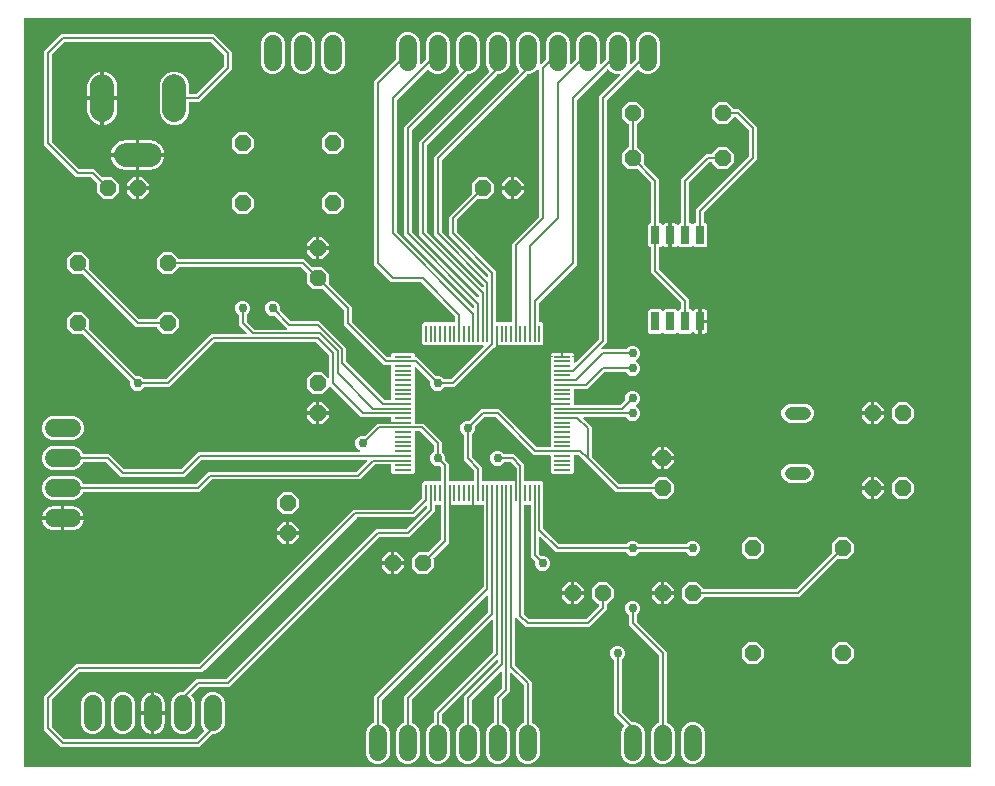
<source format=gbr>
G04 EAGLE Gerber RS-274X export*
G75*
%MOMM*%
%FSLAX34Y34*%
%LPD*%
%INTop Copper*%
%IPPOS*%
%AMOC8*
5,1,8,0,0,1.08239X$1,22.5*%
G01*
%ADD10P,1.429621X8X292.500000*%
%ADD11P,1.429621X8X112.500000*%
%ADD12P,1.429621X8X22.500000*%
%ADD13R,1.475000X0.177800*%
%ADD14R,0.177800X1.475000*%
%ADD15R,0.700000X1.550000*%
%ADD16C,1.524000*%
%ADD17P,1.429621X8X202.500000*%
%ADD18C,2.000000*%
%ADD19C,1.117600*%
%ADD20C,0.152400*%
%ADD21C,0.756400*%

G36*
X806778Y-71116D02*
X806778Y-71116D01*
X806797Y-71118D01*
X806899Y-71096D01*
X807001Y-71080D01*
X807018Y-71070D01*
X807038Y-71066D01*
X807127Y-71013D01*
X807218Y-70964D01*
X807232Y-70950D01*
X807249Y-70940D01*
X807316Y-70861D01*
X807388Y-70786D01*
X807396Y-70768D01*
X807409Y-70753D01*
X807448Y-70657D01*
X807491Y-70563D01*
X807493Y-70543D01*
X807501Y-70525D01*
X807519Y-70358D01*
X807519Y562358D01*
X807516Y562378D01*
X807518Y562397D01*
X807496Y562499D01*
X807480Y562601D01*
X807470Y562618D01*
X807466Y562638D01*
X807413Y562727D01*
X807364Y562818D01*
X807350Y562832D01*
X807340Y562849D01*
X807261Y562916D01*
X807186Y562988D01*
X807168Y562996D01*
X807153Y563009D01*
X807057Y563048D01*
X806963Y563091D01*
X806943Y563093D01*
X806925Y563101D01*
X806758Y563119D01*
X5842Y563119D01*
X5822Y563116D01*
X5803Y563118D01*
X5701Y563096D01*
X5599Y563080D01*
X5582Y563070D01*
X5562Y563066D01*
X5473Y563013D01*
X5382Y562964D01*
X5368Y562950D01*
X5351Y562940D01*
X5284Y562861D01*
X5212Y562786D01*
X5204Y562768D01*
X5191Y562753D01*
X5152Y562657D01*
X5109Y562563D01*
X5107Y562543D01*
X5099Y562525D01*
X5081Y562358D01*
X5081Y-70358D01*
X5084Y-70378D01*
X5082Y-70397D01*
X5104Y-70499D01*
X5120Y-70601D01*
X5130Y-70618D01*
X5134Y-70638D01*
X5187Y-70727D01*
X5236Y-70818D01*
X5250Y-70832D01*
X5260Y-70849D01*
X5339Y-70916D01*
X5414Y-70988D01*
X5432Y-70996D01*
X5447Y-71009D01*
X5543Y-71048D01*
X5637Y-71091D01*
X5657Y-71093D01*
X5675Y-71101D01*
X5842Y-71119D01*
X806758Y-71119D01*
X806778Y-71116D01*
G37*
%LPC*%
G36*
X302779Y-68581D02*
X302779Y-68581D01*
X299044Y-67034D01*
X296186Y-64176D01*
X294639Y-60441D01*
X294639Y-41159D01*
X296186Y-37424D01*
X299044Y-34566D01*
X301027Y-33745D01*
X301127Y-33683D01*
X301227Y-33623D01*
X301231Y-33619D01*
X301236Y-33615D01*
X301311Y-33525D01*
X301387Y-33436D01*
X301389Y-33431D01*
X301393Y-33426D01*
X301435Y-33317D01*
X301479Y-33208D01*
X301480Y-33201D01*
X301481Y-33196D01*
X301482Y-33178D01*
X301497Y-33042D01*
X301497Y-11332D01*
X303655Y-9174D01*
X394174Y81345D01*
X394227Y81419D01*
X394287Y81488D01*
X394299Y81519D01*
X394318Y81545D01*
X394345Y81632D01*
X394352Y81650D01*
X394369Y81687D01*
X394370Y81695D01*
X394379Y81717D01*
X394383Y81758D01*
X394390Y81780D01*
X394389Y81812D01*
X394397Y81883D01*
X394397Y150543D01*
X394394Y150563D01*
X394396Y150582D01*
X394374Y150684D01*
X394358Y150786D01*
X394348Y150803D01*
X394344Y150823D01*
X394291Y150912D01*
X394242Y151003D01*
X394228Y151017D01*
X394218Y151034D01*
X394139Y151101D01*
X394064Y151173D01*
X394046Y151181D01*
X394031Y151194D01*
X393935Y151233D01*
X393841Y151276D01*
X393821Y151278D01*
X393803Y151286D01*
X393636Y151304D01*
X387706Y151304D01*
X387693Y151313D01*
X387629Y151333D01*
X387568Y151363D01*
X387512Y151369D01*
X387458Y151386D01*
X387391Y151384D01*
X387323Y151392D01*
X387245Y151380D01*
X387212Y151380D01*
X387193Y151372D01*
X387158Y151367D01*
X386924Y151304D01*
X386461Y151304D01*
X386461Y152286D01*
X386447Y152376D01*
X386440Y152467D01*
X386434Y152481D01*
X386432Y152496D01*
X386425Y152511D01*
X386422Y152529D01*
X386379Y152610D01*
X386343Y152693D01*
X386332Y152708D01*
X386327Y152718D01*
X386315Y152731D01*
X386307Y152746D01*
X386283Y152768D01*
X386238Y152824D01*
X386238Y152825D01*
X386194Y152856D01*
X386156Y152896D01*
X386141Y152904D01*
X386128Y152916D01*
X386081Y152938D01*
X386039Y152968D01*
X385987Y152984D01*
X385938Y153009D01*
X385921Y153012D01*
X385905Y153019D01*
X385854Y153025D01*
X385803Y153040D01*
X385749Y153039D01*
X385695Y153048D01*
X385677Y153045D01*
X385661Y153046D01*
X385660Y153046D01*
X385610Y153035D01*
X385558Y153034D01*
X385506Y153015D01*
X385453Y153006D01*
X385437Y152998D01*
X385420Y152994D01*
X385376Y152968D01*
X385327Y152950D01*
X385284Y152916D01*
X385236Y152890D01*
X385220Y152875D01*
X385209Y152868D01*
X385189Y152844D01*
X385158Y152814D01*
X385135Y152796D01*
X385128Y152786D01*
X385115Y152774D01*
X385115Y152773D01*
X385086Y152724D01*
X385049Y152681D01*
X385029Y152632D01*
X385002Y152589D01*
X384998Y152575D01*
X384990Y152562D01*
X384978Y152506D01*
X384957Y152453D01*
X384949Y152381D01*
X384941Y152351D01*
X384943Y152336D01*
X384939Y152321D01*
X384941Y152307D01*
X384939Y152286D01*
X384939Y151304D01*
X384476Y151304D01*
X384242Y151367D01*
X384175Y151374D01*
X384109Y151390D01*
X384053Y151386D01*
X383998Y151391D01*
X383932Y151376D01*
X383864Y151371D01*
X383813Y151349D01*
X383758Y151337D01*
X383705Y151304D01*
X367706Y151304D01*
X367693Y151313D01*
X367629Y151333D01*
X367568Y151363D01*
X367512Y151369D01*
X367458Y151386D01*
X367391Y151384D01*
X367323Y151392D01*
X367245Y151380D01*
X367212Y151380D01*
X367193Y151372D01*
X367158Y151367D01*
X366924Y151304D01*
X365764Y151304D01*
X365744Y151301D01*
X365725Y151303D01*
X365623Y151281D01*
X365521Y151264D01*
X365504Y151255D01*
X365484Y151251D01*
X365395Y151198D01*
X365304Y151149D01*
X365290Y151135D01*
X365273Y151125D01*
X365206Y151046D01*
X365134Y150971D01*
X365126Y150953D01*
X365113Y150938D01*
X365074Y150842D01*
X365031Y150748D01*
X365029Y150728D01*
X365021Y150710D01*
X365003Y150543D01*
X365003Y119032D01*
X352240Y106269D01*
X352228Y106253D01*
X352213Y106241D01*
X352157Y106153D01*
X352096Y106069D01*
X352091Y106051D01*
X352080Y106034D01*
X352054Y105933D01*
X352024Y105834D01*
X352025Y105814D01*
X352020Y105795D01*
X352028Y105692D01*
X352030Y105589D01*
X352037Y105570D01*
X352039Y105550D01*
X352045Y105536D01*
X352045Y97812D01*
X346688Y92455D01*
X339112Y92455D01*
X333755Y97812D01*
X333755Y105388D01*
X339112Y110745D01*
X346860Y110745D01*
X346927Y110724D01*
X346947Y110725D01*
X346967Y110720D01*
X347070Y110728D01*
X347173Y110730D01*
X347192Y110737D01*
X347212Y110739D01*
X347307Y110779D01*
X347404Y110815D01*
X347420Y110827D01*
X347438Y110835D01*
X347569Y110940D01*
X358174Y121545D01*
X358227Y121619D01*
X358287Y121688D01*
X358299Y121719D01*
X358318Y121745D01*
X358345Y121832D01*
X358379Y121917D01*
X358383Y121958D01*
X358390Y121980D01*
X358389Y122012D01*
X358397Y122083D01*
X358397Y150543D01*
X358394Y150563D01*
X358396Y150582D01*
X358374Y150684D01*
X358358Y150786D01*
X358348Y150803D01*
X358344Y150823D01*
X358291Y150912D01*
X358242Y151003D01*
X358228Y151017D01*
X358218Y151034D01*
X358139Y151101D01*
X358064Y151173D01*
X358046Y151181D01*
X358031Y151194D01*
X357935Y151233D01*
X357841Y151276D01*
X357821Y151278D01*
X357803Y151286D01*
X357636Y151304D01*
X353764Y151304D01*
X353744Y151301D01*
X353725Y151303D01*
X353623Y151281D01*
X353521Y151265D01*
X353504Y151255D01*
X353484Y151251D01*
X353395Y151198D01*
X353304Y151149D01*
X353290Y151135D01*
X353273Y151125D01*
X353206Y151046D01*
X353134Y150971D01*
X353126Y150953D01*
X353113Y150938D01*
X353074Y150842D01*
X353031Y150748D01*
X353029Y150728D01*
X353021Y150710D01*
X353003Y150543D01*
X353003Y145132D01*
X331568Y123697D01*
X306483Y123697D01*
X306393Y123683D01*
X306302Y123675D01*
X306273Y123663D01*
X306241Y123658D01*
X306160Y123615D01*
X306076Y123579D01*
X306044Y123553D01*
X306023Y123542D01*
X306001Y123519D01*
X305945Y123474D01*
X181326Y-1145D01*
X179168Y-3303D01*
X154083Y-3303D01*
X153993Y-3317D01*
X153902Y-3325D01*
X153873Y-3337D01*
X153841Y-3342D01*
X153760Y-3385D01*
X153676Y-3421D01*
X153644Y-3447D01*
X153623Y-3458D01*
X153601Y-3481D01*
X153545Y-3526D01*
X147218Y-9852D01*
X147207Y-9869D01*
X147191Y-9881D01*
X147135Y-9968D01*
X147075Y-10052D01*
X147069Y-10071D01*
X147058Y-10088D01*
X147033Y-10188D01*
X147002Y-10287D01*
X147003Y-10307D01*
X146998Y-10326D01*
X147006Y-10429D01*
X147009Y-10533D01*
X147016Y-10552D01*
X147017Y-10572D01*
X147058Y-10666D01*
X147093Y-10764D01*
X147106Y-10780D01*
X147114Y-10798D01*
X147218Y-10929D01*
X148314Y-12024D01*
X149861Y-15759D01*
X149861Y-35041D01*
X148314Y-38776D01*
X145456Y-41634D01*
X141721Y-43181D01*
X137679Y-43181D01*
X133944Y-41634D01*
X131086Y-38776D01*
X129539Y-35041D01*
X129539Y-15759D01*
X131086Y-12024D01*
X133944Y-9166D01*
X137679Y-7619D01*
X139795Y-7619D01*
X139885Y-7605D01*
X139976Y-7597D01*
X140005Y-7585D01*
X140037Y-7580D01*
X140118Y-7537D01*
X140202Y-7501D01*
X140234Y-7475D01*
X140255Y-7464D01*
X140277Y-7441D01*
X140333Y-7396D01*
X148874Y1145D01*
X151032Y3303D01*
X176117Y3303D01*
X176207Y3317D01*
X176298Y3325D01*
X176327Y3337D01*
X176359Y3342D01*
X176440Y3385D01*
X176524Y3421D01*
X176556Y3447D01*
X176577Y3458D01*
X176599Y3481D01*
X176655Y3526D01*
X303432Y130303D01*
X328517Y130303D01*
X328607Y130317D01*
X328698Y130325D01*
X328727Y130337D01*
X328759Y130342D01*
X328840Y130385D01*
X328924Y130421D01*
X328956Y130447D01*
X328977Y130458D01*
X328999Y130481D01*
X329055Y130526D01*
X346174Y147645D01*
X346227Y147719D01*
X346287Y147788D01*
X346299Y147819D01*
X346318Y147845D01*
X346344Y147931D01*
X346379Y148017D01*
X346383Y148058D01*
X346390Y148080D01*
X346389Y148112D01*
X346397Y148183D01*
X346397Y149389D01*
X346386Y149459D01*
X346384Y149531D01*
X346366Y149580D01*
X346358Y149631D01*
X346324Y149695D01*
X346299Y149762D01*
X346267Y149803D01*
X346242Y149849D01*
X346190Y149898D01*
X346146Y149954D01*
X346102Y149982D01*
X346064Y150018D01*
X345999Y150048D01*
X345939Y150087D01*
X345888Y150100D01*
X345841Y150122D01*
X345770Y150130D01*
X345700Y150147D01*
X345648Y150143D01*
X345597Y150149D01*
X345526Y150134D01*
X345455Y150128D01*
X345407Y150108D01*
X345356Y150097D01*
X345295Y150060D01*
X345229Y150032D01*
X345173Y149987D01*
X345145Y149970D01*
X345130Y149953D01*
X345098Y149927D01*
X335632Y140461D01*
X287481Y140461D01*
X287391Y140447D01*
X287300Y140439D01*
X287271Y140427D01*
X287239Y140422D01*
X287158Y140379D01*
X287074Y140343D01*
X287042Y140317D01*
X287021Y140306D01*
X286999Y140283D01*
X286943Y140238D01*
X158260Y11555D01*
X156102Y9397D01*
X52483Y9397D01*
X52393Y9383D01*
X52302Y9375D01*
X52273Y9363D01*
X52241Y9358D01*
X52160Y9315D01*
X52076Y9279D01*
X52044Y9253D01*
X52023Y9242D01*
X52001Y9219D01*
X51945Y9174D01*
X28926Y-13845D01*
X28873Y-13919D01*
X28813Y-13988D01*
X28801Y-14019D01*
X28782Y-14045D01*
X28755Y-14132D01*
X28721Y-14217D01*
X28717Y-14258D01*
X28710Y-14280D01*
X28711Y-14312D01*
X28703Y-14383D01*
X28703Y-36417D01*
X28717Y-36507D01*
X28725Y-36598D01*
X28737Y-36627D01*
X28742Y-36659D01*
X28785Y-36740D01*
X28821Y-36824D01*
X28847Y-36856D01*
X28858Y-36877D01*
X28881Y-36899D01*
X28926Y-36955D01*
X39245Y-47274D01*
X39319Y-47327D01*
X39388Y-47387D01*
X39419Y-47399D01*
X39445Y-47418D01*
X39532Y-47445D01*
X39617Y-47479D01*
X39658Y-47483D01*
X39680Y-47490D01*
X39712Y-47489D01*
X39783Y-47497D01*
X150717Y-47497D01*
X150807Y-47483D01*
X150898Y-47475D01*
X150927Y-47463D01*
X150959Y-47458D01*
X151040Y-47415D01*
X151124Y-47379D01*
X151156Y-47353D01*
X151177Y-47342D01*
X151199Y-47319D01*
X151255Y-47274D01*
X157582Y-40948D01*
X157593Y-40931D01*
X157609Y-40919D01*
X157665Y-40832D01*
X157725Y-40748D01*
X157731Y-40729D01*
X157742Y-40712D01*
X157767Y-40612D01*
X157798Y-40513D01*
X157797Y-40493D01*
X157802Y-40474D01*
X157794Y-40371D01*
X157791Y-40267D01*
X157784Y-40248D01*
X157783Y-40228D01*
X157742Y-40134D01*
X157707Y-40036D01*
X157694Y-40020D01*
X157686Y-40002D01*
X157582Y-39871D01*
X156486Y-38776D01*
X154939Y-35041D01*
X154939Y-15759D01*
X156486Y-12024D01*
X159344Y-9166D01*
X163079Y-7619D01*
X167121Y-7619D01*
X170856Y-9166D01*
X173714Y-12024D01*
X175261Y-15759D01*
X175261Y-35041D01*
X173714Y-38776D01*
X170856Y-41634D01*
X167121Y-43181D01*
X165005Y-43181D01*
X164915Y-43195D01*
X164824Y-43203D01*
X164795Y-43215D01*
X164763Y-43220D01*
X164682Y-43263D01*
X164598Y-43299D01*
X164566Y-43325D01*
X164545Y-43336D01*
X164523Y-43359D01*
X164467Y-43404D01*
X153768Y-54103D01*
X36732Y-54103D01*
X22097Y-39468D01*
X22097Y-11332D01*
X49432Y16003D01*
X153051Y16003D01*
X153141Y16017D01*
X153232Y16025D01*
X153261Y16037D01*
X153293Y16042D01*
X153374Y16085D01*
X153458Y16121D01*
X153490Y16147D01*
X153511Y16158D01*
X153533Y16181D01*
X153589Y16226D01*
X284430Y147067D01*
X332581Y147067D01*
X332671Y147081D01*
X332762Y147089D01*
X332791Y147101D01*
X332823Y147106D01*
X332904Y147149D01*
X332988Y147185D01*
X333020Y147211D01*
X333041Y147222D01*
X333063Y147245D01*
X333119Y147290D01*
X342047Y156218D01*
X342100Y156292D01*
X342160Y156361D01*
X342172Y156392D01*
X342191Y156418D01*
X342218Y156505D01*
X342252Y156590D01*
X342256Y156631D01*
X342263Y156653D01*
X342262Y156685D01*
X342270Y156756D01*
X342270Y169647D01*
X343759Y171136D01*
X357636Y171136D01*
X357656Y171139D01*
X357675Y171137D01*
X357777Y171159D01*
X357879Y171175D01*
X357896Y171185D01*
X357916Y171189D01*
X358005Y171242D01*
X358096Y171291D01*
X358110Y171305D01*
X358127Y171315D01*
X358194Y171394D01*
X358266Y171469D01*
X358274Y171487D01*
X358287Y171502D01*
X358326Y171598D01*
X358369Y171692D01*
X358371Y171712D01*
X358379Y171730D01*
X358397Y171897D01*
X358397Y182717D01*
X358383Y182807D01*
X358375Y182898D01*
X358363Y182927D01*
X358358Y182959D01*
X358315Y183040D01*
X358279Y183124D01*
X358253Y183156D01*
X358242Y183177D01*
X358219Y183199D01*
X358174Y183255D01*
X357475Y183954D01*
X357401Y184007D01*
X357332Y184067D01*
X357301Y184079D01*
X357275Y184098D01*
X357188Y184125D01*
X357103Y184159D01*
X357062Y184163D01*
X357040Y184170D01*
X357008Y184169D01*
X356937Y184177D01*
X354342Y184177D01*
X352018Y185140D01*
X350240Y186918D01*
X349277Y189242D01*
X349277Y191758D01*
X350240Y194082D01*
X352074Y195916D01*
X352127Y195990D01*
X352187Y196059D01*
X352199Y196090D01*
X352218Y196116D01*
X352245Y196203D01*
X352279Y196288D01*
X352283Y196329D01*
X352290Y196351D01*
X352289Y196383D01*
X352297Y196454D01*
X352297Y201517D01*
X352283Y201607D01*
X352275Y201698D01*
X352263Y201727D01*
X352258Y201759D01*
X352215Y201840D01*
X352179Y201924D01*
X352153Y201956D01*
X352142Y201977D01*
X352119Y201999D01*
X352074Y202055D01*
X341055Y213074D01*
X340981Y213127D01*
X340912Y213187D01*
X340881Y213199D01*
X340855Y213218D01*
X340768Y213245D01*
X340683Y213279D01*
X340642Y213283D01*
X340620Y213290D01*
X340588Y213289D01*
X340517Y213297D01*
X336997Y213297D01*
X336977Y213294D01*
X336958Y213296D01*
X336856Y213274D01*
X336754Y213258D01*
X336737Y213248D01*
X336717Y213244D01*
X336628Y213191D01*
X336537Y213142D01*
X336523Y213128D01*
X336506Y213118D01*
X336439Y213039D01*
X336367Y212964D01*
X336359Y212946D01*
X336346Y212931D01*
X336307Y212835D01*
X336264Y212741D01*
X336262Y212721D01*
X336254Y212703D01*
X336236Y212536D01*
X336236Y178659D01*
X334747Y177170D01*
X317893Y177170D01*
X316404Y178659D01*
X316404Y184536D01*
X316401Y184556D01*
X316403Y184575D01*
X316381Y184677D01*
X316365Y184779D01*
X316355Y184796D01*
X316351Y184816D01*
X316298Y184905D01*
X316249Y184996D01*
X316235Y185010D01*
X316225Y185027D01*
X316146Y185094D01*
X316071Y185166D01*
X316053Y185174D01*
X316038Y185187D01*
X315942Y185226D01*
X315848Y185269D01*
X315828Y185271D01*
X315810Y185279D01*
X315643Y185297D01*
X302603Y185297D01*
X302513Y185283D01*
X302422Y185275D01*
X302393Y185263D01*
X302361Y185258D01*
X302280Y185215D01*
X302196Y185179D01*
X302164Y185153D01*
X302143Y185142D01*
X302121Y185119D01*
X302065Y185074D01*
X289588Y172597D01*
X164883Y172597D01*
X164793Y172583D01*
X164702Y172575D01*
X164673Y172563D01*
X164641Y172558D01*
X164560Y172515D01*
X164476Y172479D01*
X164444Y172453D01*
X164423Y172442D01*
X164401Y172419D01*
X164345Y172374D01*
X153768Y161797D01*
X55858Y161797D01*
X55744Y161778D01*
X55628Y161761D01*
X55622Y161759D01*
X55616Y161758D01*
X55513Y161703D01*
X55408Y161650D01*
X55404Y161645D01*
X55398Y161642D01*
X55319Y161558D01*
X55236Y161474D01*
X55232Y161468D01*
X55229Y161464D01*
X55221Y161447D01*
X55155Y161327D01*
X54334Y159344D01*
X51476Y156486D01*
X47741Y154939D01*
X28459Y154939D01*
X24724Y156486D01*
X21866Y159344D01*
X20319Y163079D01*
X20319Y167121D01*
X21866Y170856D01*
X24724Y173714D01*
X28459Y175261D01*
X47741Y175261D01*
X51476Y173714D01*
X54334Y170856D01*
X55155Y168873D01*
X55217Y168773D01*
X55277Y168673D01*
X55281Y168669D01*
X55285Y168664D01*
X55375Y168589D01*
X55464Y168513D01*
X55469Y168511D01*
X55474Y168507D01*
X55583Y168465D01*
X55692Y168421D01*
X55699Y168420D01*
X55704Y168419D01*
X55722Y168418D01*
X55858Y168403D01*
X150717Y168403D01*
X150807Y168417D01*
X150898Y168425D01*
X150927Y168437D01*
X150959Y168442D01*
X151040Y168485D01*
X151124Y168521D01*
X151156Y168547D01*
X151177Y168558D01*
X151199Y168581D01*
X151255Y168626D01*
X161832Y179203D01*
X286537Y179203D01*
X286627Y179217D01*
X286718Y179225D01*
X286747Y179237D01*
X286779Y179242D01*
X286860Y179285D01*
X286944Y179321D01*
X286976Y179347D01*
X286997Y179358D01*
X287019Y179381D01*
X287075Y179426D01*
X295647Y187998D01*
X295689Y188056D01*
X295738Y188108D01*
X295760Y188155D01*
X295791Y188197D01*
X295812Y188266D01*
X295842Y188331D01*
X295848Y188383D01*
X295863Y188433D01*
X295861Y188504D01*
X295869Y188575D01*
X295858Y188626D01*
X295857Y188678D01*
X295832Y188746D01*
X295817Y188816D01*
X295790Y188861D01*
X295772Y188909D01*
X295727Y188965D01*
X295690Y189027D01*
X295651Y189061D01*
X295618Y189101D01*
X295558Y189140D01*
X295504Y189187D01*
X295455Y189206D01*
X295411Y189234D01*
X295342Y189252D01*
X295275Y189279D01*
X295204Y189287D01*
X295173Y189295D01*
X295150Y189293D01*
X295109Y189297D01*
X156183Y189297D01*
X156093Y189283D01*
X156002Y189275D01*
X155973Y189263D01*
X155941Y189258D01*
X155860Y189215D01*
X155776Y189179D01*
X155744Y189153D01*
X155723Y189142D01*
X155701Y189119D01*
X155645Y189074D01*
X141068Y174497D01*
X87532Y174497D01*
X75055Y186974D01*
X74981Y187027D01*
X74912Y187087D01*
X74881Y187099D01*
X74855Y187118D01*
X74768Y187145D01*
X74683Y187179D01*
X74642Y187183D01*
X74620Y187190D01*
X74588Y187189D01*
X74517Y187197D01*
X55858Y187197D01*
X55744Y187178D01*
X55628Y187161D01*
X55622Y187159D01*
X55616Y187158D01*
X55513Y187103D01*
X55408Y187050D01*
X55404Y187045D01*
X55398Y187042D01*
X55319Y186958D01*
X55236Y186874D01*
X55232Y186868D01*
X55229Y186864D01*
X55221Y186847D01*
X55155Y186727D01*
X54334Y184744D01*
X51476Y181886D01*
X47741Y180339D01*
X28459Y180339D01*
X24724Y181886D01*
X21866Y184744D01*
X20319Y188479D01*
X20319Y192521D01*
X21866Y196256D01*
X24724Y199114D01*
X28459Y200661D01*
X47741Y200661D01*
X51476Y199114D01*
X54334Y196256D01*
X55155Y194273D01*
X55217Y194173D01*
X55277Y194073D01*
X55281Y194069D01*
X55285Y194064D01*
X55375Y193989D01*
X55464Y193913D01*
X55469Y193911D01*
X55474Y193907D01*
X55583Y193865D01*
X55692Y193821D01*
X55699Y193820D01*
X55704Y193819D01*
X55722Y193818D01*
X55858Y193803D01*
X77568Y193803D01*
X90045Y181326D01*
X90119Y181273D01*
X90188Y181213D01*
X90219Y181201D01*
X90245Y181182D01*
X90332Y181155D01*
X90417Y181121D01*
X90458Y181117D01*
X90480Y181110D01*
X90512Y181111D01*
X90583Y181103D01*
X138017Y181103D01*
X138107Y181117D01*
X138198Y181125D01*
X138227Y181137D01*
X138259Y181142D01*
X138340Y181185D01*
X138424Y181221D01*
X138456Y181247D01*
X138477Y181258D01*
X138499Y181281D01*
X138555Y181326D01*
X153132Y195903D01*
X289368Y195903D01*
X289464Y195918D01*
X289561Y195928D01*
X289585Y195938D01*
X289611Y195942D01*
X289697Y195988D01*
X289786Y196028D01*
X289805Y196045D01*
X289828Y196058D01*
X289895Y196128D01*
X289967Y196194D01*
X289979Y196217D01*
X289998Y196236D01*
X290039Y196324D01*
X290085Y196410D01*
X290090Y196435D01*
X290101Y196459D01*
X290112Y196556D01*
X290129Y196652D01*
X290125Y196678D01*
X290128Y196703D01*
X290108Y196799D01*
X290093Y196895D01*
X290082Y196918D01*
X290076Y196944D01*
X290026Y197027D01*
X289982Y197114D01*
X289963Y197133D01*
X289950Y197155D01*
X289876Y197218D01*
X289806Y197286D01*
X289778Y197302D01*
X289763Y197315D01*
X289732Y197327D01*
X289659Y197367D01*
X288518Y197840D01*
X286740Y199618D01*
X285777Y201942D01*
X285777Y204458D01*
X286740Y206782D01*
X288518Y208560D01*
X290842Y209523D01*
X293437Y209523D01*
X293527Y209537D01*
X293618Y209545D01*
X293647Y209557D01*
X293679Y209562D01*
X293760Y209605D01*
X293844Y209641D01*
X293876Y209667D01*
X293897Y209678D01*
X293919Y209701D01*
X293975Y209746D01*
X304132Y219903D01*
X315643Y219903D01*
X315663Y219906D01*
X315682Y219904D01*
X315784Y219926D01*
X315886Y219942D01*
X315903Y219952D01*
X315923Y219956D01*
X316012Y220009D01*
X316103Y220058D01*
X316117Y220072D01*
X316134Y220082D01*
X316201Y220161D01*
X316273Y220236D01*
X316281Y220254D01*
X316294Y220269D01*
X316333Y220365D01*
X316376Y220459D01*
X316378Y220479D01*
X316386Y220497D01*
X316404Y220664D01*
X316404Y221824D01*
X316467Y222058D01*
X316474Y222125D01*
X316490Y222191D01*
X316486Y222247D01*
X316491Y222302D01*
X316476Y222368D01*
X316471Y222436D01*
X316449Y222487D01*
X316437Y222542D01*
X316404Y222595D01*
X316404Y224536D01*
X316401Y224556D01*
X316403Y224575D01*
X316381Y224677D01*
X316365Y224779D01*
X316355Y224796D01*
X316351Y224816D01*
X316298Y224905D01*
X316249Y224996D01*
X316235Y225010D01*
X316225Y225027D01*
X316146Y225094D01*
X316071Y225166D01*
X316053Y225174D01*
X316038Y225187D01*
X315942Y225226D01*
X315848Y225269D01*
X315828Y225271D01*
X315810Y225279D01*
X315643Y225297D01*
X290732Y225297D01*
X288574Y227455D01*
X265555Y250474D01*
X264444Y251585D01*
X264386Y251627D01*
X264334Y251676D01*
X264287Y251698D01*
X264245Y251729D01*
X264176Y251750D01*
X264111Y251780D01*
X264059Y251786D01*
X264009Y251801D01*
X263938Y251799D01*
X263867Y251807D01*
X263816Y251796D01*
X263764Y251795D01*
X263696Y251770D01*
X263626Y251755D01*
X263581Y251728D01*
X263533Y251710D01*
X263477Y251665D01*
X263415Y251628D01*
X263381Y251589D01*
X263341Y251556D01*
X263302Y251496D01*
X263255Y251442D01*
X263236Y251393D01*
X263208Y251349D01*
X263190Y251280D01*
X263163Y251213D01*
X263155Y251142D01*
X263147Y251111D01*
X263149Y251088D01*
X263145Y251047D01*
X263145Y250212D01*
X257788Y244855D01*
X250212Y244855D01*
X244855Y250212D01*
X244855Y257788D01*
X250212Y263145D01*
X257788Y263145D01*
X262098Y258835D01*
X262156Y258793D01*
X262208Y258744D01*
X262255Y258722D01*
X262297Y258691D01*
X262366Y258670D01*
X262431Y258640D01*
X262483Y258634D01*
X262533Y258619D01*
X262604Y258621D01*
X262675Y258613D01*
X262726Y258624D01*
X262778Y258625D01*
X262846Y258650D01*
X262916Y258665D01*
X262961Y258692D01*
X263009Y258710D01*
X263065Y258755D01*
X263127Y258791D01*
X263161Y258831D01*
X263201Y258863D01*
X263240Y258924D01*
X263287Y258978D01*
X263306Y259027D01*
X263334Y259070D01*
X263352Y259140D01*
X263379Y259206D01*
X263387Y259278D01*
X263395Y259309D01*
X263393Y259332D01*
X263397Y259373D01*
X263397Y277717D01*
X263383Y277807D01*
X263375Y277898D01*
X263363Y277927D01*
X263358Y277959D01*
X263315Y278040D01*
X263279Y278124D01*
X263253Y278156D01*
X263242Y278177D01*
X263219Y278199D01*
X263174Y278255D01*
X252855Y288574D01*
X252781Y288627D01*
X252712Y288687D01*
X252681Y288699D01*
X252655Y288718D01*
X252568Y288745D01*
X252483Y288779D01*
X252442Y288783D01*
X252420Y288790D01*
X252388Y288789D01*
X252317Y288797D01*
X166783Y288797D01*
X166693Y288783D01*
X166602Y288775D01*
X166573Y288763D01*
X166541Y288758D01*
X166460Y288715D01*
X166376Y288679D01*
X166344Y288653D01*
X166323Y288642D01*
X166301Y288619D01*
X166245Y288574D01*
X128368Y250697D01*
X107554Y250697D01*
X107464Y250683D01*
X107373Y250675D01*
X107344Y250663D01*
X107312Y250658D01*
X107231Y250615D01*
X107147Y250579D01*
X107115Y250553D01*
X107094Y250542D01*
X107072Y250519D01*
X107016Y250474D01*
X105182Y248640D01*
X102858Y247677D01*
X100342Y247677D01*
X98018Y248640D01*
X96240Y250418D01*
X95277Y252742D01*
X95277Y255337D01*
X95263Y255427D01*
X95255Y255518D01*
X95243Y255547D01*
X95238Y255579D01*
X95195Y255660D01*
X95159Y255744D01*
X95133Y255776D01*
X95122Y255797D01*
X95099Y255819D01*
X95054Y255875D01*
X55469Y295460D01*
X55453Y295472D01*
X55440Y295488D01*
X55353Y295543D01*
X55269Y295604D01*
X55250Y295609D01*
X55233Y295620D01*
X55133Y295646D01*
X55034Y295676D01*
X55014Y295675D01*
X54995Y295680D01*
X54892Y295672D01*
X54788Y295670D01*
X54769Y295663D01*
X54749Y295661D01*
X54736Y295655D01*
X47012Y295655D01*
X41655Y301012D01*
X41655Y308588D01*
X47012Y313945D01*
X54588Y313945D01*
X59945Y308588D01*
X59945Y300840D01*
X59924Y300773D01*
X59925Y300753D01*
X59920Y300733D01*
X59928Y300630D01*
X59930Y300527D01*
X59937Y300508D01*
X59939Y300488D01*
X59979Y300393D01*
X60015Y300296D01*
X60027Y300280D01*
X60035Y300262D01*
X60140Y300131D01*
X99725Y260546D01*
X99799Y260493D01*
X99868Y260433D01*
X99899Y260421D01*
X99925Y260402D01*
X100012Y260375D01*
X100097Y260341D01*
X100138Y260337D01*
X100160Y260330D01*
X100192Y260331D01*
X100263Y260323D01*
X102858Y260323D01*
X105182Y259360D01*
X107016Y257526D01*
X107090Y257473D01*
X107159Y257413D01*
X107190Y257401D01*
X107216Y257382D01*
X107303Y257355D01*
X107388Y257321D01*
X107429Y257317D01*
X107451Y257310D01*
X107483Y257311D01*
X107554Y257303D01*
X125317Y257303D01*
X125407Y257317D01*
X125498Y257325D01*
X125527Y257337D01*
X125559Y257342D01*
X125640Y257385D01*
X125724Y257421D01*
X125756Y257447D01*
X125777Y257458D01*
X125799Y257481D01*
X125855Y257526D01*
X161574Y293245D01*
X163732Y295403D01*
X193389Y295403D01*
X193459Y295414D01*
X193531Y295416D01*
X193580Y295434D01*
X193631Y295442D01*
X193695Y295476D01*
X193762Y295501D01*
X193803Y295533D01*
X193849Y295558D01*
X193898Y295610D01*
X193954Y295654D01*
X193982Y295698D01*
X194018Y295736D01*
X194048Y295801D01*
X194087Y295861D01*
X194100Y295912D01*
X194122Y295959D01*
X194130Y296030D01*
X194147Y296100D01*
X194143Y296152D01*
X194149Y296203D01*
X194134Y296274D01*
X194128Y296345D01*
X194108Y296393D01*
X194097Y296444D01*
X194060Y296505D01*
X194032Y296571D01*
X193987Y296627D01*
X193970Y296655D01*
X193953Y296670D01*
X193927Y296702D01*
X189355Y301274D01*
X187197Y303432D01*
X187197Y311546D01*
X187183Y311636D01*
X187175Y311727D01*
X187163Y311756D01*
X187158Y311788D01*
X187115Y311869D01*
X187079Y311953D01*
X187053Y311985D01*
X187042Y312006D01*
X187019Y312028D01*
X186974Y312084D01*
X185140Y313918D01*
X184177Y316242D01*
X184177Y318758D01*
X185140Y321082D01*
X186918Y322860D01*
X189242Y323823D01*
X191758Y323823D01*
X194082Y322860D01*
X195860Y321082D01*
X196823Y318758D01*
X196823Y316242D01*
X195860Y313918D01*
X194026Y312084D01*
X193973Y312010D01*
X193913Y311941D01*
X193901Y311910D01*
X193882Y311884D01*
X193855Y311797D01*
X193821Y311712D01*
X193817Y311671D01*
X193810Y311649D01*
X193811Y311617D01*
X193803Y311546D01*
X193803Y306483D01*
X193817Y306393D01*
X193825Y306302D01*
X193837Y306273D01*
X193842Y306241D01*
X193885Y306160D01*
X193921Y306076D01*
X193947Y306044D01*
X193958Y306023D01*
X193981Y306001D01*
X194002Y305975D01*
X194005Y305970D01*
X194008Y305967D01*
X194026Y305945D01*
X200281Y299690D01*
X200355Y299637D01*
X200424Y299577D01*
X200455Y299565D01*
X200481Y299546D01*
X200568Y299519D01*
X200653Y299485D01*
X200694Y299481D01*
X200716Y299474D01*
X200748Y299475D01*
X200819Y299467D01*
X227425Y299467D01*
X227495Y299478D01*
X227567Y299480D01*
X227616Y299498D01*
X227667Y299506D01*
X227731Y299540D01*
X227798Y299565D01*
X227839Y299597D01*
X227885Y299622D01*
X227934Y299674D01*
X227990Y299718D01*
X228018Y299762D01*
X228054Y299800D01*
X228084Y299865D01*
X228123Y299925D01*
X228136Y299976D01*
X228158Y300023D01*
X228166Y300094D01*
X228183Y300164D01*
X228179Y300216D01*
X228185Y300267D01*
X228170Y300338D01*
X228164Y300409D01*
X228144Y300457D01*
X228133Y300508D01*
X228096Y300569D01*
X228068Y300635D01*
X228023Y300691D01*
X228006Y300719D01*
X227989Y300734D01*
X227963Y300766D01*
X217775Y310954D01*
X217701Y311007D01*
X217632Y311067D01*
X217601Y311079D01*
X217575Y311098D01*
X217488Y311125D01*
X217403Y311159D01*
X217362Y311163D01*
X217340Y311170D01*
X217308Y311169D01*
X217237Y311177D01*
X214642Y311177D01*
X212318Y312140D01*
X210540Y313918D01*
X209577Y316242D01*
X209577Y318758D01*
X210540Y321082D01*
X212318Y322860D01*
X214642Y323823D01*
X217158Y323823D01*
X219482Y322860D01*
X221260Y321082D01*
X222223Y318758D01*
X222223Y316163D01*
X222237Y316073D01*
X222245Y315982D01*
X222257Y315953D01*
X222262Y315921D01*
X222305Y315840D01*
X222341Y315756D01*
X222367Y315724D01*
X222378Y315703D01*
X222401Y315681D01*
X222446Y315625D01*
X230950Y307120D01*
X231024Y307067D01*
X231094Y307008D01*
X231124Y306996D01*
X231150Y306977D01*
X231237Y306950D01*
X231322Y306916D01*
X231363Y306911D01*
X231385Y306905D01*
X231417Y306905D01*
X231489Y306897D01*
X255368Y306897D01*
X278131Y284135D01*
X278131Y272955D01*
X278133Y272940D01*
X278132Y272926D01*
X278146Y272862D01*
X278153Y272774D01*
X278165Y272745D01*
X278170Y272713D01*
X278184Y272688D01*
X278184Y272686D01*
X278189Y272677D01*
X278213Y272632D01*
X278249Y272548D01*
X278275Y272516D01*
X278286Y272495D01*
X278309Y272473D01*
X278354Y272417D01*
X310645Y240126D01*
X310719Y240073D01*
X310788Y240013D01*
X310819Y240001D01*
X310845Y239982D01*
X310932Y239955D01*
X311017Y239921D01*
X311058Y239917D01*
X311080Y239910D01*
X311112Y239911D01*
X311183Y239903D01*
X315643Y239903D01*
X315663Y239906D01*
X315682Y239904D01*
X315784Y239926D01*
X315886Y239942D01*
X315903Y239952D01*
X315923Y239956D01*
X316012Y240009D01*
X316103Y240058D01*
X316117Y240072D01*
X316134Y240082D01*
X316201Y240161D01*
X316273Y240236D01*
X316281Y240254D01*
X316294Y240269D01*
X316333Y240365D01*
X316376Y240459D01*
X316378Y240479D01*
X316386Y240497D01*
X316404Y240664D01*
X316404Y268536D01*
X316401Y268556D01*
X316403Y268575D01*
X316381Y268677D01*
X316365Y268779D01*
X316355Y268796D01*
X316351Y268816D01*
X316298Y268905D01*
X316249Y268996D01*
X316235Y269010D01*
X316225Y269027D01*
X316146Y269094D01*
X316071Y269166D01*
X316053Y269174D01*
X316038Y269187D01*
X315942Y269226D01*
X315848Y269269D01*
X315828Y269271D01*
X315810Y269279D01*
X315643Y269297D01*
X310232Y269297D01*
X276097Y303432D01*
X276097Y315817D01*
X276083Y315907D01*
X276075Y315998D01*
X276063Y316027D01*
X276058Y316059D01*
X276015Y316140D01*
X275979Y316224D01*
X275953Y316256D01*
X275942Y316277D01*
X275919Y316299D01*
X275874Y316355D01*
X258669Y333560D01*
X258653Y333572D01*
X258641Y333587D01*
X258553Y333643D01*
X258469Y333704D01*
X258451Y333709D01*
X258434Y333720D01*
X258333Y333746D01*
X258234Y333776D01*
X258214Y333775D01*
X258195Y333780D01*
X258092Y333772D01*
X257989Y333770D01*
X257970Y333763D01*
X257950Y333761D01*
X257936Y333755D01*
X250212Y333755D01*
X244855Y339112D01*
X244855Y346860D01*
X244876Y346927D01*
X244875Y346947D01*
X244880Y346967D01*
X244872Y347070D01*
X244870Y347173D01*
X244863Y347192D01*
X244861Y347212D01*
X244821Y347307D01*
X244785Y347404D01*
X244773Y347420D01*
X244765Y347438D01*
X244660Y347569D01*
X240155Y352074D01*
X240081Y352127D01*
X240012Y352187D01*
X239981Y352199D01*
X239955Y352218D01*
X239868Y352245D01*
X239783Y352279D01*
X239742Y352283D01*
X239720Y352290D01*
X239688Y352289D01*
X239617Y352297D01*
X136906Y352297D01*
X136886Y352294D01*
X136867Y352296D01*
X136765Y352274D01*
X136663Y352258D01*
X136646Y352248D01*
X136626Y352244D01*
X136537Y352191D01*
X136446Y352142D01*
X136432Y352128D01*
X136415Y352118D01*
X136348Y352039D01*
X136276Y351964D01*
X136268Y351946D01*
X136255Y351931D01*
X136250Y351917D01*
X130788Y346455D01*
X123212Y346455D01*
X117855Y351812D01*
X117855Y359388D01*
X123212Y364745D01*
X130788Y364745D01*
X136267Y359266D01*
X136300Y359204D01*
X136314Y359190D01*
X136324Y359173D01*
X136403Y359106D01*
X136478Y359034D01*
X136496Y359026D01*
X136511Y359013D01*
X136607Y358974D01*
X136701Y358931D01*
X136721Y358929D01*
X136739Y358921D01*
X136906Y358903D01*
X242668Y358903D01*
X249331Y352240D01*
X249347Y352228D01*
X249359Y352213D01*
X249447Y352157D01*
X249531Y352096D01*
X249550Y352091D01*
X249566Y352080D01*
X249667Y352054D01*
X249766Y352024D01*
X249786Y352025D01*
X249805Y352020D01*
X249908Y352028D01*
X250011Y352030D01*
X250030Y352037D01*
X250050Y352039D01*
X250064Y352045D01*
X257788Y352045D01*
X263145Y346688D01*
X263145Y338940D01*
X263124Y338873D01*
X263125Y338853D01*
X263120Y338833D01*
X263128Y338730D01*
X263130Y338627D01*
X263137Y338608D01*
X263139Y338588D01*
X263179Y338493D01*
X263215Y338396D01*
X263227Y338380D01*
X263235Y338362D01*
X263340Y338231D01*
X282703Y318868D01*
X282703Y306483D01*
X282717Y306393D01*
X282725Y306302D01*
X282737Y306273D01*
X282742Y306241D01*
X282785Y306160D01*
X282821Y306076D01*
X282847Y306044D01*
X282858Y306023D01*
X282881Y306001D01*
X282902Y305975D01*
X282905Y305970D01*
X282908Y305967D01*
X282926Y305945D01*
X312745Y276126D01*
X312819Y276073D01*
X312888Y276013D01*
X312919Y276001D01*
X312945Y275982D01*
X313032Y275955D01*
X313117Y275921D01*
X313158Y275917D01*
X313180Y275910D01*
X313212Y275911D01*
X313283Y275903D01*
X315643Y275903D01*
X315663Y275906D01*
X315682Y275904D01*
X315784Y275926D01*
X315886Y275942D01*
X315903Y275952D01*
X315923Y275956D01*
X316012Y276009D01*
X316103Y276058D01*
X316117Y276072D01*
X316134Y276082D01*
X316201Y276161D01*
X316273Y276236D01*
X316281Y276254D01*
X316294Y276269D01*
X316333Y276365D01*
X316376Y276459D01*
X316378Y276479D01*
X316386Y276497D01*
X316404Y276664D01*
X316404Y278541D01*
X317893Y280030D01*
X334747Y280030D01*
X336236Y278541D01*
X336236Y276664D01*
X336239Y276644D01*
X336237Y276625D01*
X336259Y276523D01*
X336275Y276421D01*
X336285Y276404D01*
X336289Y276384D01*
X336342Y276295D01*
X336391Y276204D01*
X336405Y276190D01*
X336415Y276173D01*
X336494Y276106D01*
X336569Y276034D01*
X336587Y276026D01*
X336602Y276013D01*
X336698Y275974D01*
X336792Y275931D01*
X336812Y275929D01*
X336830Y275921D01*
X336997Y275903D01*
X338368Y275903D01*
X353725Y260546D01*
X353799Y260493D01*
X353868Y260433D01*
X353899Y260421D01*
X353925Y260402D01*
X354012Y260375D01*
X354097Y260341D01*
X354138Y260337D01*
X354160Y260330D01*
X354192Y260331D01*
X354263Y260323D01*
X356858Y260323D01*
X359182Y259360D01*
X361016Y257526D01*
X361090Y257473D01*
X361159Y257413D01*
X361190Y257401D01*
X361216Y257382D01*
X361303Y257355D01*
X361388Y257321D01*
X361429Y257317D01*
X361451Y257310D01*
X361483Y257311D01*
X361554Y257303D01*
X366617Y257303D01*
X366707Y257317D01*
X366798Y257325D01*
X366827Y257337D01*
X366859Y257342D01*
X366940Y257385D01*
X367024Y257421D01*
X367056Y257447D01*
X367077Y257458D01*
X367099Y257481D01*
X367155Y257526D01*
X394394Y284765D01*
X394436Y284823D01*
X394485Y284875D01*
X394507Y284922D01*
X394538Y284964D01*
X394559Y285033D01*
X394589Y285098D01*
X394595Y285150D01*
X394610Y285200D01*
X394608Y285271D01*
X394616Y285342D01*
X394605Y285393D01*
X394604Y285445D01*
X394579Y285513D01*
X394564Y285583D01*
X394537Y285628D01*
X394519Y285676D01*
X394474Y285732D01*
X394437Y285794D01*
X394398Y285828D01*
X394365Y285868D01*
X394305Y285907D01*
X394251Y285954D01*
X394202Y285973D01*
X394158Y286001D01*
X394089Y286019D01*
X394022Y286046D01*
X393951Y286054D01*
X393920Y286062D01*
X393897Y286060D01*
X393856Y286064D01*
X343759Y286064D01*
X342270Y287553D01*
X342270Y304407D01*
X343759Y305896D01*
X369636Y305896D01*
X369656Y305899D01*
X369675Y305897D01*
X369777Y305919D01*
X369879Y305935D01*
X369896Y305945D01*
X369916Y305949D01*
X370005Y306002D01*
X370096Y306051D01*
X370110Y306065D01*
X370127Y306075D01*
X370194Y306154D01*
X370266Y306229D01*
X370274Y306247D01*
X370287Y306262D01*
X370326Y306358D01*
X370369Y306452D01*
X370371Y306472D01*
X370379Y306490D01*
X370397Y306657D01*
X370397Y310417D01*
X370383Y310507D01*
X370375Y310598D01*
X370363Y310627D01*
X370358Y310659D01*
X370315Y310740D01*
X370279Y310824D01*
X370253Y310856D01*
X370242Y310877D01*
X370219Y310899D01*
X370174Y310955D01*
X341755Y339374D01*
X341681Y339427D01*
X341612Y339487D01*
X341581Y339499D01*
X341555Y339518D01*
X341468Y339545D01*
X341383Y339579D01*
X341342Y339583D01*
X341320Y339590D01*
X341288Y339589D01*
X341217Y339597D01*
X316132Y339597D01*
X301497Y354232D01*
X301497Y509368D01*
X319816Y527687D01*
X319869Y527761D01*
X319929Y527830D01*
X319941Y527861D01*
X319960Y527887D01*
X319987Y527974D01*
X320021Y528059D01*
X320025Y528100D01*
X320032Y528122D01*
X320031Y528154D01*
X320039Y528225D01*
X320039Y543041D01*
X321586Y546776D01*
X324444Y549634D01*
X328179Y551181D01*
X332221Y551181D01*
X335956Y549634D01*
X338814Y546776D01*
X340361Y543041D01*
X340361Y524669D01*
X340372Y524599D01*
X340374Y524527D01*
X340392Y524478D01*
X340400Y524427D01*
X340434Y524363D01*
X340459Y524296D01*
X340491Y524255D01*
X340516Y524209D01*
X340568Y524160D01*
X340612Y524104D01*
X340656Y524076D01*
X340694Y524040D01*
X340759Y524010D01*
X340819Y523971D01*
X340870Y523958D01*
X340917Y523936D01*
X340988Y523928D01*
X341058Y523911D01*
X341110Y523915D01*
X341161Y523909D01*
X341232Y523924D01*
X341303Y523930D01*
X341351Y523950D01*
X341402Y523961D01*
X341463Y523998D01*
X341529Y524026D01*
X341585Y524071D01*
X341613Y524088D01*
X341628Y524105D01*
X341660Y524131D01*
X345216Y527687D01*
X345269Y527761D01*
X345329Y527830D01*
X345341Y527861D01*
X345360Y527887D01*
X345387Y527974D01*
X345421Y528059D01*
X345425Y528100D01*
X345432Y528122D01*
X345431Y528154D01*
X345439Y528225D01*
X345439Y543041D01*
X346986Y546776D01*
X349844Y549634D01*
X353579Y551181D01*
X357621Y551181D01*
X361356Y549634D01*
X364214Y546776D01*
X365761Y543041D01*
X365761Y523759D01*
X364214Y520024D01*
X361356Y517166D01*
X357621Y515619D01*
X353579Y515619D01*
X349844Y517166D01*
X347479Y519532D01*
X347463Y519543D01*
X347450Y519559D01*
X347363Y519615D01*
X347279Y519675D01*
X347260Y519681D01*
X347243Y519692D01*
X347143Y519717D01*
X347044Y519748D01*
X347024Y519747D01*
X347005Y519752D01*
X346902Y519744D01*
X346798Y519741D01*
X346779Y519734D01*
X346760Y519733D01*
X346665Y519692D01*
X346567Y519657D01*
X346552Y519644D01*
X346533Y519636D01*
X346402Y519532D01*
X321026Y494155D01*
X320973Y494081D01*
X320913Y494012D01*
X320901Y493981D01*
X320882Y493955D01*
X320855Y493868D01*
X320821Y493783D01*
X320817Y493742D01*
X320810Y493720D01*
X320811Y493688D01*
X320803Y493617D01*
X320803Y382683D01*
X320817Y382593D01*
X320825Y382502D01*
X320837Y382473D01*
X320842Y382441D01*
X320885Y382360D01*
X320921Y382276D01*
X320947Y382244D01*
X320958Y382223D01*
X320981Y382201D01*
X321026Y382145D01*
X385098Y318073D01*
X385156Y318031D01*
X385208Y317982D01*
X385255Y317960D01*
X385297Y317929D01*
X385366Y317908D01*
X385431Y317878D01*
X385483Y317872D01*
X385533Y317857D01*
X385604Y317859D01*
X385675Y317851D01*
X385726Y317862D01*
X385778Y317863D01*
X385846Y317888D01*
X385916Y317903D01*
X385961Y317930D01*
X386009Y317948D01*
X386065Y317993D01*
X386127Y318030D01*
X386161Y318069D01*
X386201Y318102D01*
X386240Y318162D01*
X386287Y318216D01*
X386306Y318265D01*
X386334Y318309D01*
X386352Y318378D01*
X386379Y318445D01*
X386387Y318516D01*
X386395Y318547D01*
X386393Y318570D01*
X386397Y318611D01*
X386397Y319817D01*
X386383Y319907D01*
X386375Y319998D01*
X386363Y320027D01*
X386358Y320059D01*
X386315Y320140D01*
X386279Y320224D01*
X386253Y320256D01*
X386242Y320277D01*
X386219Y320299D01*
X386174Y320355D01*
X326897Y379632D01*
X326897Y471268D01*
X373482Y517852D01*
X373493Y517869D01*
X373509Y517881D01*
X373565Y517968D01*
X373625Y518052D01*
X373631Y518071D01*
X373642Y518088D01*
X373667Y518188D01*
X373698Y518287D01*
X373697Y518307D01*
X373702Y518326D01*
X373694Y518429D01*
X373691Y518533D01*
X373684Y518552D01*
X373683Y518572D01*
X373642Y518667D01*
X373607Y518764D01*
X373594Y518780D01*
X373586Y518798D01*
X373482Y518929D01*
X372386Y520024D01*
X370839Y523759D01*
X370839Y543041D01*
X372386Y546776D01*
X375244Y549634D01*
X378979Y551181D01*
X383021Y551181D01*
X386756Y549634D01*
X389614Y546776D01*
X391161Y543041D01*
X391161Y523759D01*
X389614Y520024D01*
X386756Y517166D01*
X383021Y515619D01*
X380905Y515619D01*
X380815Y515605D01*
X380724Y515597D01*
X380695Y515585D01*
X380663Y515580D01*
X380582Y515537D01*
X380498Y515501D01*
X380466Y515475D01*
X380445Y515464D01*
X380423Y515441D01*
X380367Y515396D01*
X333726Y468755D01*
X333673Y468681D01*
X333613Y468612D01*
X333601Y468581D01*
X333582Y468555D01*
X333555Y468468D01*
X333521Y468383D01*
X333517Y468342D01*
X333510Y468320D01*
X333511Y468288D01*
X333503Y468217D01*
X333503Y382683D01*
X333517Y382593D01*
X333525Y382502D01*
X333537Y382473D01*
X333542Y382441D01*
X333585Y382360D01*
X333621Y382276D01*
X333647Y382244D01*
X333658Y382223D01*
X333681Y382201D01*
X333726Y382145D01*
X389098Y326773D01*
X389156Y326731D01*
X389208Y326682D01*
X389255Y326660D01*
X389297Y326629D01*
X389366Y326608D01*
X389431Y326578D01*
X389483Y326572D01*
X389533Y326557D01*
X389604Y326559D01*
X389675Y326551D01*
X389726Y326562D01*
X389778Y326563D01*
X389846Y326588D01*
X389916Y326603D01*
X389961Y326630D01*
X390009Y326648D01*
X390065Y326693D01*
X390127Y326730D01*
X390161Y326769D01*
X390201Y326802D01*
X390240Y326862D01*
X390287Y326916D01*
X390306Y326965D01*
X390334Y327009D01*
X390352Y327078D01*
X390379Y327145D01*
X390387Y327216D01*
X390395Y327247D01*
X390393Y327270D01*
X390397Y327311D01*
X390397Y328517D01*
X390383Y328607D01*
X390375Y328698D01*
X390363Y328727D01*
X390358Y328759D01*
X390315Y328840D01*
X390279Y328924D01*
X390253Y328956D01*
X390242Y328977D01*
X390219Y328999D01*
X390202Y329020D01*
X390197Y329028D01*
X390193Y329032D01*
X390174Y329055D01*
X339597Y379632D01*
X339597Y458568D01*
X398882Y517852D01*
X398893Y517869D01*
X398909Y517881D01*
X398965Y517968D01*
X399025Y518052D01*
X399031Y518071D01*
X399042Y518088D01*
X399067Y518188D01*
X399098Y518287D01*
X399097Y518307D01*
X399102Y518326D01*
X399094Y518429D01*
X399091Y518533D01*
X399084Y518552D01*
X399083Y518572D01*
X399042Y518667D01*
X399007Y518764D01*
X398994Y518780D01*
X398986Y518798D01*
X398882Y518929D01*
X397786Y520024D01*
X396239Y523759D01*
X396239Y543041D01*
X397786Y546776D01*
X400644Y549634D01*
X404379Y551181D01*
X408421Y551181D01*
X412156Y549634D01*
X415014Y546776D01*
X416561Y543041D01*
X416561Y523759D01*
X415014Y520024D01*
X412156Y517166D01*
X408421Y515619D01*
X406305Y515619D01*
X406215Y515605D01*
X406124Y515597D01*
X406095Y515585D01*
X406063Y515580D01*
X405982Y515537D01*
X405898Y515501D01*
X405866Y515475D01*
X405845Y515464D01*
X405823Y515441D01*
X405767Y515396D01*
X346426Y456055D01*
X346373Y455981D01*
X346313Y455912D01*
X346301Y455881D01*
X346282Y455855D01*
X346255Y455768D01*
X346221Y455683D01*
X346217Y455642D01*
X346210Y455620D01*
X346211Y455588D01*
X346203Y455517D01*
X346203Y382683D01*
X346217Y382593D01*
X346225Y382502D01*
X346237Y382473D01*
X346242Y382441D01*
X346285Y382360D01*
X346321Y382276D01*
X346347Y382244D01*
X346358Y382223D01*
X346381Y382201D01*
X346426Y382145D01*
X393098Y335473D01*
X393156Y335431D01*
X393208Y335382D01*
X393255Y335360D01*
X393297Y335329D01*
X393366Y335308D01*
X393431Y335278D01*
X393483Y335272D01*
X393533Y335257D01*
X393604Y335259D01*
X393675Y335251D01*
X393726Y335262D01*
X393778Y335263D01*
X393846Y335288D01*
X393916Y335303D01*
X393961Y335330D01*
X394009Y335348D01*
X394065Y335393D01*
X394127Y335430D01*
X394161Y335469D01*
X394201Y335502D01*
X394240Y335562D01*
X394287Y335616D01*
X394306Y335665D01*
X394334Y335709D01*
X394352Y335778D01*
X394379Y335845D01*
X394387Y335916D01*
X394395Y335947D01*
X394393Y335970D01*
X394397Y336011D01*
X394397Y337217D01*
X394383Y337307D01*
X394375Y337398D01*
X394363Y337427D01*
X394358Y337459D01*
X394315Y337540D01*
X394279Y337624D01*
X394253Y337656D01*
X394242Y337677D01*
X394219Y337699D01*
X394174Y337755D01*
X352297Y379632D01*
X352297Y445868D01*
X424282Y517852D01*
X424293Y517869D01*
X424309Y517881D01*
X424365Y517968D01*
X424425Y518052D01*
X424431Y518071D01*
X424442Y518088D01*
X424467Y518188D01*
X424498Y518287D01*
X424497Y518307D01*
X424502Y518326D01*
X424494Y518429D01*
X424491Y518533D01*
X424484Y518552D01*
X424483Y518572D01*
X424442Y518667D01*
X424407Y518764D01*
X424394Y518780D01*
X424386Y518798D01*
X424282Y518929D01*
X423186Y520024D01*
X421639Y523759D01*
X421639Y543041D01*
X423186Y546776D01*
X426044Y549634D01*
X429779Y551181D01*
X433821Y551181D01*
X437556Y549634D01*
X440414Y546776D01*
X441961Y543041D01*
X441961Y524669D01*
X441972Y524599D01*
X441974Y524527D01*
X441992Y524478D01*
X442000Y524427D01*
X442034Y524363D01*
X442059Y524296D01*
X442091Y524255D01*
X442116Y524209D01*
X442167Y524160D01*
X442212Y524104D01*
X442256Y524076D01*
X442294Y524040D01*
X442359Y524010D01*
X442419Y523971D01*
X442470Y523958D01*
X442517Y523936D01*
X442588Y523928D01*
X442658Y523911D01*
X442710Y523915D01*
X442761Y523909D01*
X442832Y523924D01*
X442903Y523930D01*
X442951Y523950D01*
X443002Y523961D01*
X443063Y523998D01*
X443129Y524026D01*
X443185Y524071D01*
X443213Y524088D01*
X443228Y524105D01*
X443260Y524131D01*
X443355Y524226D01*
X446816Y527687D01*
X446869Y527761D01*
X446929Y527830D01*
X446941Y527861D01*
X446960Y527887D01*
X446987Y527974D01*
X447021Y528059D01*
X447025Y528100D01*
X447032Y528122D01*
X447031Y528154D01*
X447039Y528225D01*
X447039Y543041D01*
X448586Y546776D01*
X451444Y549634D01*
X455179Y551181D01*
X459221Y551181D01*
X462956Y549634D01*
X465814Y546776D01*
X467361Y543041D01*
X467361Y524669D01*
X467372Y524599D01*
X467374Y524527D01*
X467392Y524478D01*
X467400Y524427D01*
X467434Y524363D01*
X467459Y524296D01*
X467491Y524255D01*
X467516Y524209D01*
X467568Y524160D01*
X467612Y524104D01*
X467656Y524076D01*
X467694Y524040D01*
X467759Y524010D01*
X467819Y523971D01*
X467870Y523958D01*
X467917Y523936D01*
X467988Y523928D01*
X468058Y523911D01*
X468110Y523915D01*
X468161Y523909D01*
X468232Y523924D01*
X468303Y523930D01*
X468351Y523950D01*
X468402Y523961D01*
X468463Y523998D01*
X468529Y524026D01*
X468585Y524071D01*
X468613Y524088D01*
X468628Y524105D01*
X468660Y524131D01*
X472216Y527687D01*
X472269Y527761D01*
X472329Y527830D01*
X472341Y527861D01*
X472360Y527887D01*
X472387Y527974D01*
X472421Y528059D01*
X472425Y528100D01*
X472432Y528122D01*
X472431Y528154D01*
X472439Y528225D01*
X472439Y543041D01*
X473986Y546776D01*
X476844Y549634D01*
X480579Y551181D01*
X484621Y551181D01*
X488356Y549634D01*
X491214Y546776D01*
X492761Y543041D01*
X492761Y524669D01*
X492772Y524599D01*
X492774Y524527D01*
X492792Y524478D01*
X492800Y524427D01*
X492834Y524363D01*
X492859Y524296D01*
X492891Y524255D01*
X492916Y524209D01*
X492967Y524160D01*
X493012Y524104D01*
X493056Y524076D01*
X493094Y524040D01*
X493159Y524010D01*
X493219Y523971D01*
X493270Y523958D01*
X493317Y523936D01*
X493388Y523928D01*
X493458Y523911D01*
X493510Y523915D01*
X493561Y523909D01*
X493632Y523924D01*
X493703Y523930D01*
X493751Y523950D01*
X493802Y523961D01*
X493863Y523998D01*
X493929Y524026D01*
X493985Y524071D01*
X494013Y524088D01*
X494028Y524105D01*
X494060Y524131D01*
X497616Y527687D01*
X497669Y527761D01*
X497729Y527830D01*
X497741Y527861D01*
X497760Y527887D01*
X497787Y527974D01*
X497821Y528059D01*
X497825Y528100D01*
X497832Y528122D01*
X497831Y528154D01*
X497839Y528225D01*
X497839Y543041D01*
X499386Y546776D01*
X502244Y549634D01*
X505979Y551181D01*
X510021Y551181D01*
X513756Y549634D01*
X516614Y546776D01*
X518161Y543041D01*
X518161Y524669D01*
X518172Y524599D01*
X518174Y524527D01*
X518192Y524478D01*
X518200Y524427D01*
X518234Y524363D01*
X518259Y524296D01*
X518291Y524255D01*
X518316Y524209D01*
X518367Y524160D01*
X518412Y524104D01*
X518456Y524076D01*
X518494Y524040D01*
X518559Y524010D01*
X518619Y523971D01*
X518670Y523958D01*
X518717Y523936D01*
X518788Y523928D01*
X518858Y523911D01*
X518910Y523915D01*
X518961Y523909D01*
X519032Y523924D01*
X519103Y523930D01*
X519151Y523950D01*
X519202Y523961D01*
X519263Y523998D01*
X519329Y524026D01*
X519385Y524071D01*
X519413Y524088D01*
X519428Y524105D01*
X519460Y524131D01*
X523016Y527687D01*
X523069Y527761D01*
X523129Y527830D01*
X523141Y527861D01*
X523160Y527887D01*
X523187Y527974D01*
X523221Y528059D01*
X523225Y528100D01*
X523232Y528122D01*
X523231Y528154D01*
X523239Y528225D01*
X523239Y543041D01*
X524786Y546776D01*
X527644Y549634D01*
X531379Y551181D01*
X535421Y551181D01*
X539156Y549634D01*
X542014Y546776D01*
X543561Y543041D01*
X543561Y523759D01*
X542014Y520024D01*
X539156Y517166D01*
X535421Y515619D01*
X531379Y515619D01*
X527644Y517166D01*
X525279Y519532D01*
X525263Y519543D01*
X525250Y519559D01*
X525163Y519615D01*
X525079Y519675D01*
X525060Y519681D01*
X525043Y519692D01*
X524943Y519717D01*
X524844Y519748D01*
X524824Y519747D01*
X524805Y519752D01*
X524702Y519744D01*
X524598Y519741D01*
X524579Y519734D01*
X524560Y519733D01*
X524465Y519692D01*
X524367Y519657D01*
X524352Y519644D01*
X524333Y519636D01*
X524202Y519532D01*
X498826Y494155D01*
X498773Y494081D01*
X498713Y494012D01*
X498701Y493981D01*
X498682Y493955D01*
X498655Y493868D01*
X498621Y493783D01*
X498617Y493742D01*
X498610Y493720D01*
X498611Y493688D01*
X498603Y493617D01*
X498603Y288632D01*
X496445Y286474D01*
X493973Y284002D01*
X493931Y283944D01*
X493882Y283892D01*
X493860Y283845D01*
X493829Y283803D01*
X493808Y283734D01*
X493778Y283669D01*
X493772Y283617D01*
X493757Y283567D01*
X493759Y283496D01*
X493751Y283425D01*
X493762Y283374D01*
X493763Y283322D01*
X493788Y283254D01*
X493803Y283184D01*
X493830Y283139D01*
X493848Y283091D01*
X493893Y283035D01*
X493930Y282973D01*
X493969Y282939D01*
X494002Y282899D01*
X494062Y282860D01*
X494116Y282813D01*
X494165Y282794D01*
X494209Y282766D01*
X494278Y282748D01*
X494345Y282721D01*
X494416Y282713D01*
X494447Y282705D01*
X494470Y282707D01*
X494511Y282703D01*
X514746Y282703D01*
X514836Y282717D01*
X514927Y282725D01*
X514956Y282737D01*
X514988Y282742D01*
X515069Y282785D01*
X515153Y282821D01*
X515185Y282847D01*
X515206Y282858D01*
X515228Y282881D01*
X515284Y282926D01*
X517118Y284760D01*
X519442Y285723D01*
X521958Y285723D01*
X524282Y284760D01*
X526060Y282982D01*
X527023Y280658D01*
X527023Y278142D01*
X526060Y275818D01*
X524282Y274040D01*
X523590Y273753D01*
X523529Y273716D01*
X523463Y273686D01*
X523425Y273651D01*
X523381Y273624D01*
X523335Y273568D01*
X523282Y273520D01*
X523257Y273474D01*
X523224Y273434D01*
X523198Y273367D01*
X523164Y273304D01*
X523154Y273253D01*
X523136Y273205D01*
X523133Y273133D01*
X523120Y273062D01*
X523127Y273011D01*
X523125Y272959D01*
X523145Y272890D01*
X523156Y272819D01*
X523179Y272773D01*
X523194Y272723D01*
X523235Y272664D01*
X523267Y272600D01*
X523304Y272563D01*
X523334Y272521D01*
X523392Y272478D01*
X523443Y272428D01*
X523506Y272393D01*
X523531Y272374D01*
X523554Y272367D01*
X523590Y272347D01*
X524282Y272060D01*
X526060Y270282D01*
X527023Y267958D01*
X527023Y265442D01*
X526060Y263118D01*
X524282Y261340D01*
X521958Y260377D01*
X519442Y260377D01*
X517118Y261340D01*
X515284Y263174D01*
X515210Y263227D01*
X515141Y263287D01*
X515110Y263299D01*
X515084Y263318D01*
X514997Y263345D01*
X514912Y263379D01*
X514871Y263383D01*
X514849Y263390D01*
X514817Y263389D01*
X514746Y263397D01*
X496983Y263397D01*
X496893Y263383D01*
X496802Y263375D01*
X496773Y263363D01*
X496741Y263358D01*
X496660Y263315D01*
X496576Y263279D01*
X496544Y263253D01*
X496523Y263242D01*
X496501Y263219D01*
X496445Y263174D01*
X482568Y249297D01*
X471757Y249297D01*
X471737Y249294D01*
X471718Y249296D01*
X471616Y249274D01*
X471514Y249258D01*
X471497Y249248D01*
X471477Y249244D01*
X471388Y249191D01*
X471297Y249142D01*
X471283Y249128D01*
X471266Y249118D01*
X471199Y249039D01*
X471127Y248964D01*
X471119Y248946D01*
X471106Y248931D01*
X471067Y248835D01*
X471024Y248741D01*
X471022Y248721D01*
X471014Y248703D01*
X470996Y248536D01*
X470996Y238606D01*
X470987Y238593D01*
X470967Y238529D01*
X470937Y238468D01*
X470931Y238412D01*
X470914Y238358D01*
X470916Y238291D01*
X470908Y238223D01*
X470920Y238145D01*
X470920Y238112D01*
X470928Y238093D01*
X470933Y238058D01*
X470996Y237824D01*
X470996Y236664D01*
X470999Y236644D01*
X470997Y236625D01*
X471019Y236523D01*
X471035Y236421D01*
X471045Y236404D01*
X471049Y236384D01*
X471102Y236295D01*
X471151Y236204D01*
X471165Y236190D01*
X471175Y236173D01*
X471254Y236106D01*
X471329Y236034D01*
X471347Y236026D01*
X471362Y236013D01*
X471458Y235974D01*
X471552Y235931D01*
X471572Y235929D01*
X471590Y235921D01*
X471757Y235903D01*
X510317Y235903D01*
X510407Y235917D01*
X510498Y235925D01*
X510527Y235937D01*
X510559Y235942D01*
X510640Y235985D01*
X510724Y236021D01*
X510756Y236047D01*
X510777Y236058D01*
X510799Y236081D01*
X510855Y236126D01*
X514154Y239425D01*
X514207Y239499D01*
X514267Y239568D01*
X514279Y239599D01*
X514298Y239625D01*
X514325Y239712D01*
X514359Y239797D01*
X514363Y239838D01*
X514370Y239860D01*
X514369Y239892D01*
X514377Y239963D01*
X514377Y242558D01*
X515340Y244882D01*
X517118Y246660D01*
X519442Y247623D01*
X521958Y247623D01*
X524282Y246660D01*
X526060Y244882D01*
X527023Y242558D01*
X527023Y240042D01*
X526060Y237718D01*
X524282Y235940D01*
X523590Y235653D01*
X523529Y235616D01*
X523463Y235586D01*
X523425Y235551D01*
X523381Y235524D01*
X523335Y235469D01*
X523282Y235420D01*
X523257Y235374D01*
X523224Y235334D01*
X523198Y235267D01*
X523164Y235204D01*
X523154Y235153D01*
X523136Y235105D01*
X523133Y235033D01*
X523120Y234962D01*
X523127Y234911D01*
X523125Y234859D01*
X523145Y234790D01*
X523156Y234719D01*
X523179Y234673D01*
X523194Y234623D01*
X523235Y234564D01*
X523267Y234500D01*
X523304Y234463D01*
X523334Y234421D01*
X523392Y234378D01*
X523443Y234328D01*
X523506Y234293D01*
X523531Y234274D01*
X523554Y234267D01*
X523590Y234247D01*
X524282Y233960D01*
X526060Y232182D01*
X527023Y229858D01*
X527023Y227342D01*
X526060Y225018D01*
X524282Y223240D01*
X521958Y222277D01*
X519442Y222277D01*
X517118Y223240D01*
X515284Y225074D01*
X515210Y225127D01*
X515141Y225187D01*
X515110Y225199D01*
X515084Y225218D01*
X514997Y225245D01*
X514912Y225279D01*
X514871Y225283D01*
X514849Y225290D01*
X514817Y225289D01*
X514746Y225297D01*
X479711Y225297D01*
X479641Y225286D01*
X479569Y225284D01*
X479520Y225266D01*
X479469Y225258D01*
X479405Y225224D01*
X479338Y225199D01*
X479297Y225167D01*
X479251Y225142D01*
X479202Y225090D01*
X479146Y225046D01*
X479118Y225002D01*
X479082Y224964D01*
X479052Y224899D01*
X479013Y224839D01*
X479000Y224788D01*
X478978Y224741D01*
X478970Y224670D01*
X478953Y224600D01*
X478957Y224548D01*
X478951Y224497D01*
X478966Y224426D01*
X478972Y224355D01*
X478992Y224307D01*
X479003Y224256D01*
X479040Y224195D01*
X479068Y224129D01*
X479113Y224073D01*
X479130Y224045D01*
X479147Y224030D01*
X479173Y223998D01*
X483745Y219426D01*
X485903Y217268D01*
X485903Y192183D01*
X485917Y192093D01*
X485925Y192002D01*
X485937Y191973D01*
X485942Y191941D01*
X485985Y191860D01*
X486021Y191776D01*
X486047Y191744D01*
X486058Y191723D01*
X486081Y191701D01*
X486126Y191645D01*
X509145Y168626D01*
X509219Y168573D01*
X509288Y168513D01*
X509319Y168501D01*
X509345Y168482D01*
X509432Y168455D01*
X509517Y168421D01*
X509558Y168417D01*
X509580Y168410D01*
X509612Y168411D01*
X509683Y168403D01*
X536194Y168403D01*
X536214Y168406D01*
X536233Y168404D01*
X536335Y168426D01*
X536437Y168442D01*
X536454Y168452D01*
X536474Y168456D01*
X536563Y168509D01*
X536654Y168558D01*
X536668Y168572D01*
X536685Y168582D01*
X536752Y168661D01*
X536824Y168736D01*
X536832Y168754D01*
X536845Y168769D01*
X536850Y168783D01*
X542312Y174245D01*
X549888Y174245D01*
X555245Y168888D01*
X555245Y161312D01*
X549888Y155955D01*
X542312Y155955D01*
X536833Y161434D01*
X536800Y161496D01*
X536786Y161510D01*
X536776Y161527D01*
X536697Y161594D01*
X536622Y161666D01*
X536604Y161674D01*
X536589Y161687D01*
X536493Y161726D01*
X536399Y161769D01*
X536379Y161771D01*
X536361Y161779D01*
X536194Y161797D01*
X506632Y161797D01*
X475355Y193074D01*
X475281Y193127D01*
X475212Y193187D01*
X475181Y193199D01*
X475155Y193218D01*
X475068Y193245D01*
X474983Y193279D01*
X474942Y193283D01*
X474920Y193290D01*
X474888Y193289D01*
X474817Y193297D01*
X471757Y193297D01*
X471737Y193294D01*
X471718Y193296D01*
X471616Y193274D01*
X471514Y193258D01*
X471497Y193248D01*
X471477Y193244D01*
X471388Y193191D01*
X471297Y193142D01*
X471283Y193128D01*
X471266Y193118D01*
X471199Y193039D01*
X471127Y192964D01*
X471119Y192946D01*
X471106Y192931D01*
X471067Y192835D01*
X471024Y192741D01*
X471022Y192721D01*
X471014Y192703D01*
X470996Y192536D01*
X470996Y178659D01*
X469507Y177170D01*
X452653Y177170D01*
X451164Y178659D01*
X451164Y192536D01*
X451161Y192556D01*
X451163Y192575D01*
X451141Y192677D01*
X451125Y192779D01*
X451115Y192796D01*
X451111Y192816D01*
X451058Y192905D01*
X451009Y192996D01*
X450995Y193010D01*
X450985Y193027D01*
X450906Y193094D01*
X450831Y193166D01*
X450813Y193174D01*
X450798Y193187D01*
X450702Y193226D01*
X450608Y193269D01*
X450588Y193271D01*
X450570Y193279D01*
X450403Y193297D01*
X437032Y193297D01*
X434874Y195455D01*
X405255Y225074D01*
X405181Y225127D01*
X405112Y225187D01*
X405081Y225199D01*
X405055Y225218D01*
X404968Y225245D01*
X404883Y225279D01*
X404842Y225283D01*
X404820Y225290D01*
X404788Y225289D01*
X404717Y225297D01*
X395383Y225297D01*
X395293Y225283D01*
X395202Y225275D01*
X395173Y225263D01*
X395141Y225258D01*
X395060Y225215D01*
X394976Y225179D01*
X394944Y225153D01*
X394923Y225142D01*
X394901Y225119D01*
X394845Y225074D01*
X387546Y217775D01*
X387493Y217701D01*
X387433Y217632D01*
X387421Y217601D01*
X387402Y217575D01*
X387375Y217488D01*
X387341Y217403D01*
X387337Y217362D01*
X387330Y217340D01*
X387331Y217308D01*
X387323Y217237D01*
X387323Y214642D01*
X386360Y212318D01*
X384526Y210484D01*
X384473Y210410D01*
X384413Y210341D01*
X384401Y210310D01*
X384382Y210284D01*
X384355Y210197D01*
X384321Y210112D01*
X384317Y210071D01*
X384310Y210049D01*
X384311Y210017D01*
X384303Y209946D01*
X384303Y192183D01*
X384317Y192093D01*
X384325Y192002D01*
X384337Y191973D01*
X384342Y191941D01*
X384385Y191860D01*
X384421Y191776D01*
X384447Y191744D01*
X384458Y191723D01*
X384481Y191701D01*
X384526Y191645D01*
X393003Y183168D01*
X393003Y171897D01*
X393006Y171877D01*
X393004Y171858D01*
X393026Y171756D01*
X393042Y171654D01*
X393052Y171637D01*
X393056Y171617D01*
X393109Y171528D01*
X393158Y171437D01*
X393172Y171423D01*
X393182Y171406D01*
X393261Y171339D01*
X393336Y171267D01*
X393354Y171259D01*
X393369Y171246D01*
X393465Y171207D01*
X393559Y171164D01*
X393579Y171162D01*
X393597Y171154D01*
X393764Y171136D01*
X419694Y171136D01*
X419707Y171127D01*
X419771Y171107D01*
X419832Y171077D01*
X419888Y171071D01*
X419942Y171054D01*
X420009Y171056D01*
X420077Y171048D01*
X420155Y171060D01*
X420188Y171060D01*
X420207Y171068D01*
X420242Y171073D01*
X420476Y171136D01*
X421636Y171136D01*
X421656Y171139D01*
X421675Y171137D01*
X421777Y171159D01*
X421879Y171175D01*
X421896Y171185D01*
X421916Y171189D01*
X422005Y171242D01*
X422096Y171291D01*
X422110Y171305D01*
X422127Y171315D01*
X422194Y171394D01*
X422266Y171469D01*
X422274Y171487D01*
X422287Y171502D01*
X422326Y171598D01*
X422369Y171692D01*
X422371Y171712D01*
X422379Y171730D01*
X422397Y171897D01*
X422397Y182217D01*
X422383Y182307D01*
X422375Y182398D01*
X422363Y182427D01*
X422358Y182459D01*
X422315Y182540D01*
X422279Y182624D01*
X422253Y182656D01*
X422242Y182677D01*
X422219Y182699D01*
X422174Y182755D01*
X417955Y186974D01*
X417881Y187027D01*
X417812Y187087D01*
X417781Y187099D01*
X417755Y187118D01*
X417668Y187145D01*
X417583Y187179D01*
X417542Y187183D01*
X417520Y187190D01*
X417488Y187189D01*
X417417Y187197D01*
X412354Y187197D01*
X412264Y187183D01*
X412173Y187175D01*
X412144Y187163D01*
X412112Y187158D01*
X412031Y187115D01*
X411947Y187079D01*
X411915Y187053D01*
X411894Y187042D01*
X411872Y187019D01*
X411816Y186974D01*
X409982Y185140D01*
X407658Y184177D01*
X405142Y184177D01*
X402818Y185140D01*
X401040Y186918D01*
X400077Y189242D01*
X400077Y191758D01*
X401040Y194082D01*
X402818Y195860D01*
X405142Y196823D01*
X407658Y196823D01*
X409982Y195860D01*
X411816Y194026D01*
X411890Y193973D01*
X411959Y193913D01*
X411990Y193901D01*
X412016Y193882D01*
X412103Y193855D01*
X412188Y193821D01*
X412229Y193817D01*
X412251Y193810D01*
X412283Y193811D01*
X412354Y193803D01*
X420468Y193803D01*
X429003Y185268D01*
X429003Y171897D01*
X429006Y171877D01*
X429004Y171858D01*
X429026Y171756D01*
X429042Y171654D01*
X429052Y171637D01*
X429056Y171617D01*
X429109Y171528D01*
X429158Y171437D01*
X429172Y171423D01*
X429182Y171406D01*
X429261Y171339D01*
X429336Y171267D01*
X429354Y171259D01*
X429369Y171246D01*
X429465Y171207D01*
X429559Y171164D01*
X429579Y171162D01*
X429597Y171154D01*
X429764Y171136D01*
X443641Y171136D01*
X445130Y169647D01*
X445130Y152765D01*
X445113Y152745D01*
X445101Y152715D01*
X445082Y152689D01*
X445055Y152602D01*
X445021Y152517D01*
X445017Y152476D01*
X445010Y152454D01*
X445011Y152422D01*
X445003Y152350D01*
X445003Y131483D01*
X445017Y131393D01*
X445025Y131302D01*
X445037Y131273D01*
X445042Y131241D01*
X445085Y131160D01*
X445121Y131076D01*
X445147Y131044D01*
X445158Y131023D01*
X445181Y131001D01*
X445226Y130945D01*
X458345Y117826D01*
X458419Y117773D01*
X458488Y117713D01*
X458519Y117701D01*
X458545Y117682D01*
X458632Y117655D01*
X458717Y117621D01*
X458758Y117617D01*
X458780Y117610D01*
X458812Y117611D01*
X458883Y117603D01*
X514746Y117603D01*
X514836Y117617D01*
X514927Y117625D01*
X514956Y117637D01*
X514988Y117642D01*
X515069Y117685D01*
X515153Y117721D01*
X515185Y117747D01*
X515206Y117758D01*
X515228Y117781D01*
X515284Y117826D01*
X517118Y119660D01*
X519442Y120623D01*
X521958Y120623D01*
X524282Y119660D01*
X526116Y117826D01*
X526190Y117773D01*
X526259Y117713D01*
X526290Y117701D01*
X526316Y117682D01*
X526403Y117655D01*
X526488Y117621D01*
X526529Y117617D01*
X526551Y117610D01*
X526583Y117611D01*
X526654Y117603D01*
X565546Y117603D01*
X565636Y117617D01*
X565727Y117625D01*
X565756Y117637D01*
X565788Y117642D01*
X565869Y117685D01*
X565953Y117721D01*
X565985Y117747D01*
X566006Y117758D01*
X566028Y117781D01*
X566084Y117826D01*
X567918Y119660D01*
X570242Y120623D01*
X572758Y120623D01*
X575082Y119660D01*
X576860Y117882D01*
X577823Y115558D01*
X577823Y113042D01*
X576860Y110718D01*
X575082Y108940D01*
X572758Y107977D01*
X570242Y107977D01*
X567918Y108940D01*
X566084Y110774D01*
X566010Y110827D01*
X565941Y110887D01*
X565910Y110899D01*
X565884Y110918D01*
X565797Y110945D01*
X565712Y110979D01*
X565671Y110983D01*
X565649Y110990D01*
X565617Y110989D01*
X565546Y110997D01*
X526654Y110997D01*
X526564Y110983D01*
X526473Y110975D01*
X526444Y110963D01*
X526412Y110958D01*
X526331Y110915D01*
X526247Y110879D01*
X526215Y110853D01*
X526194Y110842D01*
X526172Y110819D01*
X526116Y110774D01*
X524282Y108940D01*
X521958Y107977D01*
X519442Y107977D01*
X517118Y108940D01*
X515284Y110774D01*
X515210Y110827D01*
X515141Y110887D01*
X515110Y110899D01*
X515084Y110918D01*
X514997Y110945D01*
X514912Y110979D01*
X514871Y110983D01*
X514849Y110990D01*
X514817Y110989D01*
X514746Y110997D01*
X455832Y110997D01*
X453674Y113155D01*
X442302Y124527D01*
X442244Y124569D01*
X442192Y124618D01*
X442145Y124640D01*
X442103Y124671D01*
X442034Y124692D01*
X441969Y124722D01*
X441917Y124728D01*
X441867Y124743D01*
X441796Y124741D01*
X441725Y124749D01*
X441674Y124738D01*
X441622Y124737D01*
X441554Y124712D01*
X441484Y124697D01*
X441439Y124670D01*
X441391Y124652D01*
X441335Y124607D01*
X441273Y124570D01*
X441239Y124531D01*
X441199Y124498D01*
X441160Y124438D01*
X441113Y124384D01*
X441094Y124335D01*
X441066Y124291D01*
X441048Y124222D01*
X441021Y124155D01*
X441013Y124084D01*
X441005Y124053D01*
X441007Y124030D01*
X441003Y123989D01*
X441003Y110083D01*
X441017Y109993D01*
X441025Y109902D01*
X441037Y109873D01*
X441042Y109841D01*
X441085Y109760D01*
X441121Y109676D01*
X441147Y109644D01*
X441158Y109623D01*
X441181Y109601D01*
X441206Y109570D01*
X441207Y109567D01*
X441209Y109566D01*
X441226Y109545D01*
X442625Y108146D01*
X442699Y108093D01*
X442768Y108033D01*
X442799Y108021D01*
X442825Y108002D01*
X442912Y107975D01*
X442997Y107941D01*
X443038Y107937D01*
X443060Y107930D01*
X443092Y107931D01*
X443163Y107923D01*
X445758Y107923D01*
X448082Y106960D01*
X449860Y105182D01*
X450823Y102858D01*
X450823Y100342D01*
X449860Y98018D01*
X448082Y96240D01*
X445758Y95277D01*
X443242Y95277D01*
X440918Y96240D01*
X439140Y98018D01*
X438177Y100342D01*
X438177Y102937D01*
X438163Y103027D01*
X438155Y103118D01*
X438143Y103147D01*
X438138Y103179D01*
X438095Y103260D01*
X438059Y103344D01*
X438033Y103376D01*
X438022Y103397D01*
X437999Y103419D01*
X437954Y103475D01*
X434397Y107032D01*
X434397Y150543D01*
X434394Y150563D01*
X434396Y150582D01*
X434374Y150684D01*
X434358Y150786D01*
X434348Y150803D01*
X434344Y150823D01*
X434291Y150912D01*
X434242Y151003D01*
X434228Y151017D01*
X434218Y151034D01*
X434139Y151101D01*
X434064Y151173D01*
X434046Y151181D01*
X434031Y151194D01*
X433935Y151233D01*
X433841Y151276D01*
X433821Y151278D01*
X433803Y151286D01*
X433636Y151304D01*
X429764Y151304D01*
X429744Y151301D01*
X429725Y151303D01*
X429623Y151281D01*
X429521Y151265D01*
X429504Y151255D01*
X429484Y151251D01*
X429395Y151198D01*
X429304Y151149D01*
X429290Y151135D01*
X429273Y151125D01*
X429206Y151046D01*
X429134Y150971D01*
X429126Y150953D01*
X429113Y150938D01*
X429074Y150842D01*
X429031Y150748D01*
X429029Y150728D01*
X429021Y150710D01*
X429003Y150543D01*
X429003Y58583D01*
X429017Y58493D01*
X429025Y58402D01*
X429037Y58373D01*
X429042Y58341D01*
X429085Y58260D01*
X429121Y58176D01*
X429147Y58144D01*
X429158Y58123D01*
X429181Y58101D01*
X429226Y58045D01*
X432945Y54326D01*
X433019Y54273D01*
X433088Y54213D01*
X433119Y54201D01*
X433145Y54182D01*
X433232Y54155D01*
X433317Y54121D01*
X433358Y54117D01*
X433380Y54110D01*
X433412Y54111D01*
X433483Y54103D01*
X480917Y54103D01*
X481007Y54117D01*
X481098Y54125D01*
X481127Y54137D01*
X481159Y54142D01*
X481240Y54185D01*
X481324Y54221D01*
X481356Y54247D01*
X481377Y54258D01*
X481399Y54281D01*
X481455Y54326D01*
X491774Y64645D01*
X491822Y64712D01*
X491827Y64716D01*
X491828Y64720D01*
X491887Y64788D01*
X491899Y64819D01*
X491918Y64845D01*
X491945Y64932D01*
X491979Y65017D01*
X491983Y65058D01*
X491990Y65080D01*
X491989Y65112D01*
X491997Y65183D01*
X491997Y66294D01*
X491994Y66314D01*
X491996Y66333D01*
X491974Y66435D01*
X491958Y66537D01*
X491948Y66554D01*
X491944Y66574D01*
X491891Y66663D01*
X491842Y66754D01*
X491828Y66768D01*
X491818Y66785D01*
X491739Y66852D01*
X491664Y66924D01*
X491646Y66932D01*
X491631Y66945D01*
X491617Y66950D01*
X486155Y72412D01*
X486155Y79988D01*
X491512Y85345D01*
X499088Y85345D01*
X504445Y79988D01*
X504445Y72412D01*
X498966Y66933D01*
X498904Y66900D01*
X498890Y66886D01*
X498873Y66876D01*
X498806Y66797D01*
X498734Y66722D01*
X498726Y66704D01*
X498713Y66689D01*
X498674Y66593D01*
X498631Y66499D01*
X498629Y66479D01*
X498621Y66461D01*
X498603Y66294D01*
X498603Y62132D01*
X483968Y47497D01*
X430432Y47497D01*
X428274Y49655D01*
X422302Y55627D01*
X422244Y55669D01*
X422192Y55718D01*
X422145Y55740D01*
X422103Y55771D01*
X422034Y55792D01*
X421969Y55822D01*
X421917Y55828D01*
X421867Y55843D01*
X421796Y55841D01*
X421725Y55849D01*
X421674Y55838D01*
X421622Y55837D01*
X421554Y55812D01*
X421484Y55797D01*
X421439Y55770D01*
X421391Y55752D01*
X421335Y55707D01*
X421273Y55670D01*
X421239Y55631D01*
X421199Y55598D01*
X421160Y55538D01*
X421113Y55484D01*
X421094Y55435D01*
X421066Y55391D01*
X421048Y55322D01*
X421021Y55255D01*
X421013Y55184D01*
X421005Y55153D01*
X421007Y55130D01*
X421003Y55089D01*
X421003Y15783D01*
X421017Y15693D01*
X421025Y15602D01*
X421037Y15573D01*
X421042Y15541D01*
X421085Y15460D01*
X421121Y15376D01*
X421147Y15344D01*
X421158Y15323D01*
X421181Y15301D01*
X421226Y15245D01*
X435103Y1368D01*
X435103Y-33042D01*
X435122Y-33156D01*
X435139Y-33272D01*
X435141Y-33278D01*
X435142Y-33284D01*
X435197Y-33388D01*
X435250Y-33492D01*
X435255Y-33496D01*
X435258Y-33502D01*
X435342Y-33581D01*
X435426Y-33664D01*
X435432Y-33668D01*
X435436Y-33671D01*
X435453Y-33679D01*
X435573Y-33745D01*
X437556Y-34566D01*
X440414Y-37424D01*
X441961Y-41159D01*
X441961Y-60441D01*
X440414Y-64176D01*
X437556Y-67034D01*
X433821Y-68581D01*
X429779Y-68581D01*
X426044Y-67034D01*
X423186Y-64176D01*
X421639Y-60441D01*
X421639Y-41159D01*
X423186Y-37424D01*
X426044Y-34566D01*
X428027Y-33745D01*
X428127Y-33683D01*
X428227Y-33623D01*
X428231Y-33619D01*
X428236Y-33615D01*
X428311Y-33525D01*
X428387Y-33436D01*
X428389Y-33431D01*
X428393Y-33426D01*
X428435Y-33317D01*
X428479Y-33208D01*
X428480Y-33201D01*
X428481Y-33196D01*
X428482Y-33178D01*
X428497Y-33042D01*
X428497Y-1683D01*
X428483Y-1593D01*
X428475Y-1502D01*
X428463Y-1473D01*
X428458Y-1441D01*
X428415Y-1360D01*
X428379Y-1276D01*
X428353Y-1244D01*
X428342Y-1223D01*
X428319Y-1201D01*
X428274Y-1145D01*
X418302Y8827D01*
X418244Y8869D01*
X418192Y8918D01*
X418145Y8940D01*
X418103Y8971D01*
X418034Y8992D01*
X417969Y9022D01*
X417917Y9028D01*
X417867Y9043D01*
X417796Y9041D01*
X417725Y9049D01*
X417674Y9038D01*
X417622Y9037D01*
X417554Y9012D01*
X417484Y8997D01*
X417440Y8970D01*
X417391Y8952D01*
X417335Y8907D01*
X417273Y8870D01*
X417239Y8831D01*
X417199Y8798D01*
X417160Y8738D01*
X417113Y8684D01*
X417094Y8635D01*
X417066Y8591D01*
X417048Y8522D01*
X417021Y8455D01*
X417013Y8384D01*
X417005Y8353D01*
X417007Y8330D01*
X417003Y8289D01*
X417003Y-6768D01*
X409926Y-13845D01*
X409873Y-13919D01*
X409813Y-13988D01*
X409801Y-14019D01*
X409782Y-14045D01*
X409755Y-14132D01*
X409721Y-14217D01*
X409717Y-14258D01*
X409710Y-14280D01*
X409711Y-14312D01*
X409703Y-14383D01*
X409703Y-33042D01*
X409722Y-33156D01*
X409739Y-33272D01*
X409741Y-33278D01*
X409742Y-33284D01*
X409797Y-33388D01*
X409850Y-33492D01*
X409855Y-33496D01*
X409858Y-33502D01*
X409942Y-33581D01*
X410026Y-33664D01*
X410032Y-33668D01*
X410036Y-33671D01*
X410053Y-33679D01*
X410173Y-33745D01*
X412156Y-34566D01*
X415014Y-37424D01*
X416561Y-41159D01*
X416561Y-60441D01*
X415014Y-64176D01*
X412156Y-67034D01*
X408421Y-68581D01*
X404379Y-68581D01*
X400644Y-67034D01*
X397786Y-64176D01*
X396239Y-60441D01*
X396239Y-41159D01*
X397786Y-37424D01*
X400644Y-34566D01*
X402627Y-33745D01*
X402727Y-33683D01*
X402827Y-33623D01*
X402831Y-33619D01*
X402836Y-33615D01*
X402911Y-33525D01*
X402987Y-33436D01*
X402989Y-33431D01*
X402993Y-33426D01*
X403035Y-33317D01*
X403079Y-33208D01*
X403080Y-33201D01*
X403081Y-33196D01*
X403082Y-33178D01*
X403097Y-33042D01*
X403097Y-11332D01*
X410174Y-4255D01*
X410227Y-4181D01*
X410287Y-4112D01*
X410299Y-4081D01*
X410318Y-4055D01*
X410345Y-3968D01*
X410379Y-3883D01*
X410383Y-3842D01*
X410390Y-3820D01*
X410389Y-3788D01*
X410397Y-3717D01*
X410397Y10189D01*
X410386Y10259D01*
X410384Y10331D01*
X410366Y10380D01*
X410358Y10431D01*
X410324Y10495D01*
X410299Y10562D01*
X410267Y10603D01*
X410242Y10649D01*
X410191Y10698D01*
X410146Y10754D01*
X410102Y10782D01*
X410064Y10818D01*
X409999Y10848D01*
X409939Y10887D01*
X409888Y10900D01*
X409841Y10922D01*
X409770Y10930D01*
X409700Y10947D01*
X409648Y10943D01*
X409597Y10949D01*
X409526Y10934D01*
X409455Y10928D01*
X409407Y10908D01*
X409356Y10897D01*
X409295Y10860D01*
X409229Y10832D01*
X409173Y10787D01*
X409145Y10770D01*
X409130Y10753D01*
X409098Y10727D01*
X384526Y-13845D01*
X384473Y-13919D01*
X384413Y-13988D01*
X384401Y-14019D01*
X384382Y-14045D01*
X384355Y-14132D01*
X384321Y-14217D01*
X384317Y-14258D01*
X384310Y-14280D01*
X384311Y-14312D01*
X384303Y-14383D01*
X384303Y-33041D01*
X384322Y-33156D01*
X384339Y-33272D01*
X384341Y-33278D01*
X384342Y-33284D01*
X384397Y-33387D01*
X384450Y-33492D01*
X384455Y-33496D01*
X384458Y-33502D01*
X384542Y-33581D01*
X384626Y-33664D01*
X384632Y-33668D01*
X384636Y-33671D01*
X384653Y-33679D01*
X384773Y-33745D01*
X386756Y-34566D01*
X389614Y-37424D01*
X391161Y-41159D01*
X391161Y-60441D01*
X389614Y-64176D01*
X386756Y-67034D01*
X383021Y-68581D01*
X378979Y-68581D01*
X375244Y-67034D01*
X372386Y-64176D01*
X370839Y-60441D01*
X370839Y-41159D01*
X372386Y-37424D01*
X375244Y-34566D01*
X377227Y-33745D01*
X377327Y-33683D01*
X377427Y-33623D01*
X377431Y-33618D01*
X377436Y-33615D01*
X377511Y-33526D01*
X377587Y-33436D01*
X377589Y-33430D01*
X377593Y-33426D01*
X377635Y-33318D01*
X377679Y-33208D01*
X377680Y-33201D01*
X377681Y-33196D01*
X377682Y-33178D01*
X377697Y-33041D01*
X377697Y-11332D01*
X406174Y17145D01*
X406227Y17219D01*
X406287Y17288D01*
X406299Y17319D01*
X406318Y17345D01*
X406345Y17432D01*
X406379Y17517D01*
X406383Y17558D01*
X406390Y17580D01*
X406389Y17612D01*
X406397Y17683D01*
X406397Y18889D01*
X406386Y18959D01*
X406384Y19031D01*
X406366Y19080D01*
X406358Y19131D01*
X406324Y19195D01*
X406299Y19262D01*
X406267Y19303D01*
X406242Y19349D01*
X406191Y19398D01*
X406146Y19454D01*
X406102Y19482D01*
X406064Y19518D01*
X405999Y19548D01*
X405939Y19587D01*
X405888Y19600D01*
X405841Y19622D01*
X405770Y19630D01*
X405700Y19647D01*
X405648Y19643D01*
X405597Y19649D01*
X405526Y19634D01*
X405455Y19628D01*
X405407Y19608D01*
X405356Y19597D01*
X405295Y19560D01*
X405229Y19532D01*
X405173Y19487D01*
X405145Y19470D01*
X405130Y19453D01*
X405098Y19427D01*
X359126Y-26545D01*
X359073Y-26619D01*
X359013Y-26688D01*
X359001Y-26719D01*
X358982Y-26745D01*
X358955Y-26832D01*
X358921Y-26917D01*
X358917Y-26958D01*
X358910Y-26980D01*
X358911Y-27012D01*
X358903Y-27083D01*
X358903Y-33041D01*
X358922Y-33156D01*
X358939Y-33272D01*
X358941Y-33278D01*
X358942Y-33284D01*
X358997Y-33387D01*
X359050Y-33492D01*
X359055Y-33496D01*
X359058Y-33502D01*
X359142Y-33581D01*
X359226Y-33664D01*
X359232Y-33668D01*
X359236Y-33671D01*
X359253Y-33679D01*
X359373Y-33745D01*
X361356Y-34566D01*
X364214Y-37424D01*
X365761Y-41159D01*
X365761Y-60441D01*
X364214Y-64176D01*
X361356Y-67034D01*
X357621Y-68581D01*
X353579Y-68581D01*
X349844Y-67034D01*
X346986Y-64176D01*
X345439Y-60441D01*
X345439Y-41159D01*
X346986Y-37424D01*
X349844Y-34566D01*
X351827Y-33745D01*
X351927Y-33683D01*
X352027Y-33623D01*
X352031Y-33618D01*
X352036Y-33615D01*
X352111Y-33526D01*
X352187Y-33436D01*
X352189Y-33430D01*
X352193Y-33426D01*
X352235Y-33318D01*
X352279Y-33208D01*
X352280Y-33201D01*
X352281Y-33196D01*
X352282Y-33178D01*
X352297Y-33041D01*
X352297Y-24032D01*
X354455Y-21874D01*
X402174Y25845D01*
X402227Y25919D01*
X402287Y25988D01*
X402299Y26019D01*
X402318Y26045D01*
X402345Y26132D01*
X402379Y26217D01*
X402383Y26258D01*
X402390Y26280D01*
X402389Y26312D01*
X402397Y26383D01*
X402397Y52989D01*
X402396Y52999D01*
X402396Y53004D01*
X402390Y53031D01*
X402386Y53059D01*
X402384Y53131D01*
X402366Y53180D01*
X402358Y53231D01*
X402324Y53295D01*
X402299Y53362D01*
X402267Y53403D01*
X402242Y53449D01*
X402191Y53498D01*
X402146Y53554D01*
X402102Y53582D01*
X402064Y53618D01*
X401999Y53648D01*
X401939Y53687D01*
X401888Y53700D01*
X401841Y53722D01*
X401770Y53730D01*
X401700Y53747D01*
X401648Y53743D01*
X401597Y53749D01*
X401526Y53734D01*
X401455Y53728D01*
X401407Y53708D01*
X401356Y53697D01*
X401295Y53660D01*
X401229Y53632D01*
X401173Y53587D01*
X401145Y53570D01*
X401130Y53553D01*
X401098Y53527D01*
X333726Y-13845D01*
X333673Y-13919D01*
X333613Y-13988D01*
X333601Y-14019D01*
X333582Y-14045D01*
X333555Y-14132D01*
X333521Y-14217D01*
X333517Y-14258D01*
X333510Y-14280D01*
X333511Y-14312D01*
X333503Y-14383D01*
X333503Y-33041D01*
X333522Y-33156D01*
X333539Y-33272D01*
X333541Y-33278D01*
X333542Y-33284D01*
X333597Y-33387D01*
X333650Y-33492D01*
X333655Y-33496D01*
X333658Y-33502D01*
X333742Y-33581D01*
X333826Y-33664D01*
X333832Y-33668D01*
X333836Y-33671D01*
X333853Y-33679D01*
X333973Y-33745D01*
X335956Y-34566D01*
X338814Y-37424D01*
X340361Y-41159D01*
X340361Y-60441D01*
X338814Y-64176D01*
X335956Y-67034D01*
X332221Y-68581D01*
X328179Y-68581D01*
X324444Y-67034D01*
X321586Y-64176D01*
X320039Y-60441D01*
X320039Y-41159D01*
X321586Y-37424D01*
X324444Y-34566D01*
X326427Y-33745D01*
X326527Y-33683D01*
X326627Y-33623D01*
X326631Y-33618D01*
X326636Y-33615D01*
X326711Y-33526D01*
X326787Y-33436D01*
X326789Y-33430D01*
X326793Y-33426D01*
X326835Y-33318D01*
X326879Y-33208D01*
X326880Y-33201D01*
X326881Y-33196D01*
X326882Y-33178D01*
X326897Y-33041D01*
X326897Y-11332D01*
X329055Y-9174D01*
X398174Y59945D01*
X398227Y60019D01*
X398287Y60088D01*
X398299Y60119D01*
X398318Y60145D01*
X398345Y60232D01*
X398379Y60317D01*
X398383Y60358D01*
X398390Y60380D01*
X398389Y60412D01*
X398397Y60483D01*
X398397Y74389D01*
X398386Y74459D01*
X398384Y74531D01*
X398366Y74580D01*
X398358Y74631D01*
X398324Y74695D01*
X398299Y74762D01*
X398267Y74803D01*
X398242Y74849D01*
X398191Y74898D01*
X398146Y74954D01*
X398102Y74982D01*
X398064Y75018D01*
X397999Y75048D01*
X397939Y75087D01*
X397888Y75100D01*
X397841Y75122D01*
X397770Y75130D01*
X397700Y75147D01*
X397648Y75143D01*
X397597Y75149D01*
X397526Y75134D01*
X397455Y75128D01*
X397407Y75108D01*
X397356Y75097D01*
X397295Y75060D01*
X397229Y75032D01*
X397173Y74987D01*
X397145Y74970D01*
X397130Y74953D01*
X397098Y74927D01*
X308326Y-13845D01*
X308273Y-13919D01*
X308213Y-13988D01*
X308201Y-14019D01*
X308182Y-14045D01*
X308155Y-14132D01*
X308121Y-14217D01*
X308117Y-14258D01*
X308110Y-14280D01*
X308111Y-14312D01*
X308103Y-14383D01*
X308103Y-33042D01*
X308122Y-33156D01*
X308139Y-33272D01*
X308141Y-33278D01*
X308142Y-33284D01*
X308197Y-33388D01*
X308250Y-33492D01*
X308255Y-33496D01*
X308258Y-33502D01*
X308342Y-33581D01*
X308426Y-33664D01*
X308432Y-33668D01*
X308436Y-33671D01*
X308453Y-33679D01*
X308573Y-33745D01*
X310556Y-34566D01*
X313414Y-37424D01*
X314961Y-41159D01*
X314961Y-60441D01*
X313414Y-64176D01*
X310556Y-67034D01*
X306821Y-68581D01*
X302779Y-68581D01*
G37*
%LPD*%
G36*
X384155Y171060D02*
X384155Y171060D01*
X384188Y171060D01*
X384207Y171068D01*
X384242Y171073D01*
X384476Y171136D01*
X385636Y171136D01*
X385656Y171139D01*
X385675Y171137D01*
X385777Y171159D01*
X385879Y171175D01*
X385896Y171185D01*
X385916Y171189D01*
X386005Y171242D01*
X386096Y171291D01*
X386110Y171305D01*
X386127Y171315D01*
X386194Y171394D01*
X386266Y171469D01*
X386274Y171487D01*
X386287Y171502D01*
X386326Y171598D01*
X386369Y171692D01*
X386371Y171712D01*
X386379Y171730D01*
X386397Y171897D01*
X386397Y180117D01*
X386396Y180127D01*
X386396Y180133D01*
X386390Y180163D01*
X386383Y180207D01*
X386375Y180298D01*
X386363Y180327D01*
X386358Y180359D01*
X386315Y180440D01*
X386279Y180524D01*
X386253Y180556D01*
X386242Y180577D01*
X386219Y180599D01*
X386174Y180655D01*
X377697Y189132D01*
X377697Y209946D01*
X377683Y210036D01*
X377675Y210127D01*
X377663Y210156D01*
X377658Y210188D01*
X377615Y210269D01*
X377579Y210353D01*
X377553Y210385D01*
X377542Y210406D01*
X377519Y210428D01*
X377474Y210484D01*
X375640Y212318D01*
X374677Y214642D01*
X374677Y217158D01*
X375640Y219482D01*
X377418Y221260D01*
X379742Y222223D01*
X382337Y222223D01*
X382427Y222237D01*
X382518Y222245D01*
X382547Y222257D01*
X382579Y222262D01*
X382660Y222305D01*
X382744Y222341D01*
X382776Y222367D01*
X382797Y222378D01*
X382819Y222401D01*
X382875Y222446D01*
X392332Y231903D01*
X407768Y231903D01*
X409926Y229745D01*
X439545Y200126D01*
X439619Y200073D01*
X439688Y200013D01*
X439719Y200001D01*
X439745Y199982D01*
X439832Y199955D01*
X439917Y199921D01*
X439958Y199917D01*
X439980Y199910D01*
X440012Y199911D01*
X440083Y199903D01*
X450403Y199903D01*
X450423Y199906D01*
X450442Y199904D01*
X450544Y199926D01*
X450646Y199942D01*
X450663Y199952D01*
X450683Y199956D01*
X450772Y200009D01*
X450863Y200058D01*
X450877Y200072D01*
X450894Y200082D01*
X450961Y200161D01*
X451033Y200236D01*
X451041Y200254D01*
X451054Y200269D01*
X451093Y200365D01*
X451136Y200459D01*
X451138Y200479D01*
X451146Y200497D01*
X451164Y200664D01*
X451164Y234594D01*
X451173Y234607D01*
X451193Y234671D01*
X451223Y234732D01*
X451229Y234788D01*
X451246Y234842D01*
X451244Y234909D01*
X451252Y234977D01*
X451240Y235055D01*
X451240Y235088D01*
X451232Y235107D01*
X451227Y235142D01*
X451164Y235376D01*
X451164Y235839D01*
X452146Y235839D01*
X452202Y235848D01*
X452259Y235847D01*
X452274Y235852D01*
X452289Y235852D01*
X452337Y235870D01*
X452389Y235878D01*
X452439Y235905D01*
X452494Y235922D01*
X452509Y235933D01*
X452520Y235937D01*
X452543Y235955D01*
X452579Y235979D01*
X452606Y235993D01*
X452615Y236003D01*
X452633Y236015D01*
X452634Y236015D01*
X452669Y236056D01*
X452712Y236090D01*
X452740Y236134D01*
X452776Y236172D01*
X452783Y236188D01*
X452795Y236201D01*
X452815Y236251D01*
X452845Y236297D01*
X452858Y236348D01*
X452879Y236395D01*
X452881Y236412D01*
X452888Y236429D01*
X452892Y236483D01*
X452905Y236536D01*
X452901Y236589D01*
X452905Y236631D01*
X452906Y236640D01*
X452903Y236656D01*
X452904Y236674D01*
X452890Y236727D01*
X452886Y236781D01*
X452865Y236829D01*
X452854Y236880D01*
X452845Y236895D01*
X452841Y236912D01*
X452811Y236957D01*
X452789Y237007D01*
X452744Y237064D01*
X452728Y237091D01*
X452715Y237102D01*
X452705Y237117D01*
X452696Y237124D01*
X452685Y237138D01*
X452684Y237138D01*
X452610Y237192D01*
X452541Y237251D01*
X452525Y237258D01*
X452511Y237268D01*
X452497Y237273D01*
X452485Y237282D01*
X452398Y237309D01*
X452313Y237343D01*
X452291Y237345D01*
X452279Y237350D01*
X452264Y237350D01*
X452250Y237354D01*
X452217Y237353D01*
X452146Y237361D01*
X451164Y237361D01*
X451164Y237824D01*
X451227Y238058D01*
X451234Y238125D01*
X451250Y238191D01*
X451246Y238247D01*
X451251Y238302D01*
X451236Y238368D01*
X451231Y238436D01*
X451209Y238487D01*
X451197Y238542D01*
X451164Y238595D01*
X451164Y274594D01*
X451173Y274607D01*
X451193Y274671D01*
X451223Y274732D01*
X451229Y274788D01*
X451246Y274842D01*
X451244Y274909D01*
X451252Y274977D01*
X451240Y275055D01*
X451240Y275088D01*
X451232Y275107D01*
X451227Y275142D01*
X451164Y275376D01*
X451164Y275839D01*
X452146Y275839D01*
X452236Y275853D01*
X452327Y275860D01*
X452357Y275873D01*
X452389Y275878D01*
X452470Y275921D01*
X452553Y275957D01*
X452586Y275982D01*
X452606Y275993D01*
X452607Y275994D01*
X452629Y276017D01*
X452684Y276062D01*
X452685Y276062D01*
X452727Y276120D01*
X452776Y276172D01*
X452798Y276219D01*
X452828Y276262D01*
X452849Y276330D01*
X452880Y276395D01*
X452885Y276447D01*
X452901Y276497D01*
X452899Y276568D01*
X452907Y276640D01*
X452896Y276690D01*
X452894Y276743D01*
X452870Y276810D01*
X452854Y276880D01*
X452828Y276925D01*
X452810Y276974D01*
X452765Y277030D01*
X452728Y277091D01*
X452689Y277125D01*
X452656Y277166D01*
X452596Y277204D01*
X452541Y277251D01*
X452493Y277270D01*
X452449Y277299D01*
X452380Y277316D01*
X452313Y277343D01*
X452242Y277351D01*
X452211Y277359D01*
X452187Y277357D01*
X452146Y277361D01*
X451164Y277361D01*
X451164Y277823D01*
X451337Y278470D01*
X451672Y279049D01*
X452145Y279522D01*
X452724Y279857D01*
X453371Y280030D01*
X460319Y280030D01*
X460319Y276791D01*
X460322Y276771D01*
X460320Y276752D01*
X460342Y276650D01*
X460358Y276548D01*
X460368Y276531D01*
X460372Y276511D01*
X460425Y276422D01*
X460473Y276331D01*
X460488Y276317D01*
X460498Y276300D01*
X460577Y276233D01*
X460652Y276161D01*
X460670Y276153D01*
X460685Y276140D01*
X460781Y276101D01*
X460875Y276058D01*
X460895Y276056D01*
X460913Y276048D01*
X461080Y276030D01*
X461100Y276033D01*
X461119Y276031D01*
X461120Y276031D01*
X461221Y276053D01*
X461323Y276069D01*
X461340Y276079D01*
X461360Y276083D01*
X461449Y276136D01*
X461540Y276185D01*
X461554Y276199D01*
X461571Y276209D01*
X461638Y276288D01*
X461710Y276363D01*
X461718Y276381D01*
X461731Y276396D01*
X461770Y276492D01*
X461813Y276586D01*
X461815Y276606D01*
X461823Y276624D01*
X461841Y276791D01*
X461841Y280030D01*
X468789Y280030D01*
X469436Y279857D01*
X470015Y279522D01*
X470488Y279049D01*
X470823Y278470D01*
X470996Y277823D01*
X470996Y277361D01*
X470014Y277361D01*
X469943Y277350D01*
X469871Y277348D01*
X469822Y277330D01*
X469771Y277322D01*
X469708Y277288D01*
X469640Y277264D01*
X469599Y277231D01*
X469553Y277207D01*
X469504Y277155D01*
X469448Y277110D01*
X469420Y277066D01*
X469384Y277028D01*
X469354Y276963D01*
X469315Y276903D01*
X469302Y276852D01*
X469280Y276805D01*
X469273Y276734D01*
X469255Y276664D01*
X469259Y276612D01*
X469253Y276561D01*
X469269Y276491D01*
X469274Y276419D01*
X469294Y276371D01*
X469306Y276320D01*
X469342Y276259D01*
X469370Y276193D01*
X469415Y276137D01*
X469432Y276109D01*
X469450Y276094D01*
X469475Y276062D01*
X469476Y276062D01*
X469550Y276008D01*
X469619Y275949D01*
X469649Y275937D01*
X469675Y275918D01*
X469762Y275891D01*
X469847Y275857D01*
X469888Y275853D01*
X469910Y275846D01*
X469943Y275846D01*
X470014Y275839D01*
X470996Y275839D01*
X470996Y275376D01*
X470933Y275142D01*
X470926Y275075D01*
X470910Y275009D01*
X470914Y274953D01*
X470909Y274898D01*
X470924Y274832D01*
X470929Y274764D01*
X470951Y274713D01*
X470963Y274658D01*
X470996Y274605D01*
X470996Y272204D01*
X470999Y272185D01*
X470997Y272165D01*
X471008Y272114D01*
X471009Y272062D01*
X471027Y272013D01*
X471035Y271962D01*
X471045Y271944D01*
X471049Y271925D01*
X471076Y271880D01*
X471094Y271831D01*
X471126Y271790D01*
X471151Y271744D01*
X471165Y271730D01*
X471175Y271714D01*
X471214Y271680D01*
X471247Y271639D01*
X471291Y271611D01*
X471329Y271575D01*
X471348Y271566D01*
X471362Y271554D01*
X471410Y271535D01*
X471454Y271506D01*
X471505Y271493D01*
X471552Y271471D01*
X471572Y271469D01*
X471590Y271462D01*
X471660Y271454D01*
X471693Y271446D01*
X471717Y271448D01*
X471757Y271443D01*
X471776Y271446D01*
X471796Y271444D01*
X471867Y271459D01*
X471938Y271465D01*
X471968Y271478D01*
X472000Y271483D01*
X472017Y271492D01*
X472037Y271496D01*
X472098Y271533D01*
X472164Y271561D01*
X472197Y271587D01*
X472217Y271598D01*
X472231Y271612D01*
X472248Y271623D01*
X472263Y271640D01*
X472295Y271666D01*
X480124Y279495D01*
X491774Y291145D01*
X491827Y291219D01*
X491887Y291288D01*
X491899Y291319D01*
X491918Y291345D01*
X491945Y291432D01*
X491979Y291517D01*
X491983Y291558D01*
X491990Y291580D01*
X491989Y291612D01*
X491997Y291683D01*
X491997Y496668D01*
X494155Y498826D01*
X509649Y514320D01*
X509691Y514378D01*
X509740Y514430D01*
X509762Y514477D01*
X509793Y514519D01*
X509814Y514588D01*
X509844Y514653D01*
X509850Y514705D01*
X509865Y514755D01*
X509863Y514826D01*
X509871Y514897D01*
X509860Y514948D01*
X509859Y515000D01*
X509834Y515068D01*
X509819Y515138D01*
X509792Y515183D01*
X509774Y515231D01*
X509729Y515287D01*
X509692Y515349D01*
X509653Y515383D01*
X509620Y515423D01*
X509560Y515462D01*
X509506Y515509D01*
X509457Y515528D01*
X509413Y515556D01*
X509344Y515574D01*
X509277Y515601D01*
X509206Y515609D01*
X509175Y515617D01*
X509152Y515615D01*
X509111Y515619D01*
X505979Y515619D01*
X502244Y517166D01*
X499879Y519532D01*
X499863Y519543D01*
X499850Y519559D01*
X499763Y519615D01*
X499679Y519675D01*
X499660Y519681D01*
X499643Y519692D01*
X499543Y519717D01*
X499444Y519748D01*
X499424Y519747D01*
X499405Y519752D01*
X499302Y519744D01*
X499198Y519741D01*
X499179Y519734D01*
X499160Y519733D01*
X499065Y519692D01*
X498967Y519657D01*
X498952Y519644D01*
X498933Y519636D01*
X498802Y519532D01*
X473426Y494155D01*
X473373Y494081D01*
X473313Y494012D01*
X473301Y493981D01*
X473282Y493955D01*
X473255Y493868D01*
X473221Y493783D01*
X473217Y493742D01*
X473210Y493720D01*
X473211Y493688D01*
X473203Y493617D01*
X473203Y354232D01*
X441226Y322255D01*
X441173Y322181D01*
X441113Y322112D01*
X441101Y322081D01*
X441082Y322055D01*
X441055Y321968D01*
X441021Y321883D01*
X441017Y321842D01*
X441010Y321820D01*
X441011Y321788D01*
X441003Y321717D01*
X441003Y306657D01*
X441006Y306637D01*
X441004Y306618D01*
X441026Y306516D01*
X441042Y306414D01*
X441052Y306397D01*
X441056Y306377D01*
X441109Y306288D01*
X441158Y306197D01*
X441172Y306183D01*
X441182Y306166D01*
X441261Y306099D01*
X441336Y306027D01*
X441354Y306019D01*
X441369Y306006D01*
X441465Y305967D01*
X441559Y305924D01*
X441579Y305922D01*
X441597Y305914D01*
X441764Y305896D01*
X443641Y305896D01*
X445130Y304407D01*
X445130Y287553D01*
X443641Y286064D01*
X407706Y286064D01*
X407693Y286073D01*
X407629Y286093D01*
X407568Y286123D01*
X407512Y286129D01*
X407458Y286146D01*
X407391Y286144D01*
X407323Y286152D01*
X407245Y286140D01*
X407212Y286140D01*
X407193Y286132D01*
X407158Y286127D01*
X406924Y286064D01*
X406339Y286064D01*
X406322Y286083D01*
X406307Y286113D01*
X406242Y286175D01*
X406182Y286242D01*
X406153Y286259D01*
X406128Y286282D01*
X406047Y286320D01*
X405969Y286365D01*
X405936Y286372D01*
X405905Y286386D01*
X405816Y286396D01*
X405728Y286414D01*
X405694Y286409D01*
X405661Y286413D01*
X405573Y286394D01*
X405484Y286383D01*
X405454Y286368D01*
X405420Y286361D01*
X405343Y286315D01*
X405263Y286276D01*
X405230Y286247D01*
X405209Y286235D01*
X405209Y286234D01*
X405188Y286210D01*
X405137Y286165D01*
X405097Y286103D01*
X405049Y286047D01*
X405030Y286000D01*
X405015Y285977D01*
X404943Y285946D01*
X404911Y285920D01*
X404890Y285909D01*
X404868Y285886D01*
X404812Y285841D01*
X402845Y283874D01*
X369668Y250697D01*
X361554Y250697D01*
X361464Y250683D01*
X361373Y250675D01*
X361344Y250663D01*
X361312Y250658D01*
X361231Y250615D01*
X361147Y250579D01*
X361115Y250553D01*
X361094Y250542D01*
X361072Y250519D01*
X361016Y250474D01*
X359182Y248640D01*
X356858Y247677D01*
X354342Y247677D01*
X352018Y248640D01*
X350240Y250418D01*
X349277Y252742D01*
X349277Y255337D01*
X349263Y255427D01*
X349255Y255518D01*
X349243Y255547D01*
X349238Y255579D01*
X349195Y255660D01*
X349159Y255744D01*
X349133Y255776D01*
X349122Y255797D01*
X349099Y255819D01*
X349054Y255875D01*
X337535Y267394D01*
X337477Y267436D01*
X337425Y267485D01*
X337378Y267507D01*
X337336Y267538D01*
X337267Y267559D01*
X337202Y267589D01*
X337150Y267595D01*
X337100Y267610D01*
X337029Y267608D01*
X336958Y267616D01*
X336907Y267605D01*
X336855Y267604D01*
X336787Y267579D01*
X336717Y267564D01*
X336673Y267537D01*
X336624Y267519D01*
X336568Y267474D01*
X336506Y267437D01*
X336472Y267398D01*
X336432Y267365D01*
X336393Y267305D01*
X336346Y267251D01*
X336327Y267202D01*
X336299Y267158D01*
X336281Y267089D01*
X336254Y267022D01*
X336246Y266951D01*
X336238Y266920D01*
X336240Y266897D01*
X336236Y266856D01*
X336236Y222606D01*
X336227Y222593D01*
X336207Y222529D01*
X336177Y222468D01*
X336171Y222412D01*
X336154Y222358D01*
X336156Y222291D01*
X336148Y222223D01*
X336160Y222145D01*
X336161Y222112D01*
X336168Y222093D01*
X336173Y222058D01*
X336236Y221824D01*
X336236Y220664D01*
X336239Y220644D01*
X336237Y220625D01*
X336259Y220523D01*
X336275Y220421D01*
X336285Y220404D01*
X336289Y220384D01*
X336342Y220295D01*
X336391Y220204D01*
X336405Y220190D01*
X336415Y220173D01*
X336494Y220106D01*
X336569Y220034D01*
X336587Y220026D01*
X336602Y220013D01*
X336698Y219974D01*
X336792Y219931D01*
X336812Y219929D01*
X336830Y219921D01*
X336997Y219903D01*
X343568Y219903D01*
X358903Y204568D01*
X358903Y196454D01*
X358917Y196364D01*
X358925Y196273D01*
X358937Y196244D01*
X358942Y196212D01*
X358985Y196131D01*
X359021Y196047D01*
X359047Y196015D01*
X359058Y195994D01*
X359081Y195972D01*
X359126Y195916D01*
X360960Y194082D01*
X361923Y191758D01*
X361923Y189163D01*
X361937Y189073D01*
X361945Y188982D01*
X361957Y188953D01*
X361962Y188921D01*
X362005Y188840D01*
X362041Y188756D01*
X362067Y188724D01*
X362078Y188703D01*
X362101Y188681D01*
X362146Y188625D01*
X365003Y185768D01*
X365003Y171897D01*
X365006Y171877D01*
X365004Y171857D01*
X365026Y171756D01*
X365042Y171654D01*
X365052Y171637D01*
X365056Y171617D01*
X365109Y171528D01*
X365158Y171437D01*
X365172Y171423D01*
X365182Y171406D01*
X365261Y171339D01*
X365336Y171267D01*
X365354Y171259D01*
X365369Y171246D01*
X365465Y171207D01*
X365559Y171164D01*
X365579Y171162D01*
X365597Y171154D01*
X365764Y171136D01*
X366924Y171136D01*
X367158Y171073D01*
X367225Y171066D01*
X367291Y171050D01*
X367347Y171054D01*
X367402Y171049D01*
X367468Y171064D01*
X367536Y171069D01*
X367587Y171091D01*
X367642Y171103D01*
X367695Y171136D01*
X383694Y171136D01*
X383707Y171127D01*
X383771Y171107D01*
X383832Y171077D01*
X383888Y171071D01*
X383942Y171054D01*
X384009Y171056D01*
X384077Y171048D01*
X384155Y171060D01*
G37*
G36*
X407468Y305824D02*
X407468Y305824D01*
X407536Y305829D01*
X407587Y305851D01*
X407642Y305863D01*
X407695Y305896D01*
X417636Y305896D01*
X417656Y305899D01*
X417675Y305897D01*
X417777Y305919D01*
X417879Y305935D01*
X417896Y305945D01*
X417916Y305949D01*
X418005Y306002D01*
X418096Y306051D01*
X418110Y306065D01*
X418127Y306075D01*
X418194Y306154D01*
X418266Y306229D01*
X418274Y306247D01*
X418287Y306262D01*
X418326Y306358D01*
X418369Y306452D01*
X418371Y306472D01*
X418379Y306490D01*
X418397Y306657D01*
X418397Y372268D01*
X440974Y394845D01*
X441027Y394919D01*
X441087Y394988D01*
X441099Y395019D01*
X441118Y395045D01*
X441145Y395132D01*
X441179Y395217D01*
X441183Y395258D01*
X441190Y395280D01*
X441189Y395312D01*
X441197Y395383D01*
X441197Y518970D01*
X441186Y519041D01*
X441184Y519112D01*
X441166Y519161D01*
X441158Y519213D01*
X441124Y519276D01*
X441099Y519343D01*
X441067Y519384D01*
X441042Y519430D01*
X440990Y519479D01*
X440946Y519535D01*
X440902Y519564D01*
X440864Y519600D01*
X440799Y519630D01*
X440739Y519668D01*
X440688Y519681D01*
X440641Y519703D01*
X440570Y519711D01*
X440500Y519729D01*
X440448Y519724D01*
X440397Y519730D01*
X440326Y519715D01*
X440255Y519709D01*
X440207Y519689D01*
X440156Y519678D01*
X440095Y519641D01*
X440029Y519613D01*
X439973Y519568D01*
X439945Y519552D01*
X439930Y519534D01*
X439898Y519508D01*
X437556Y517166D01*
X433821Y515619D01*
X431705Y515619D01*
X431615Y515605D01*
X431524Y515597D01*
X431495Y515585D01*
X431463Y515580D01*
X431382Y515537D01*
X431298Y515501D01*
X431266Y515475D01*
X431245Y515464D01*
X431223Y515441D01*
X431167Y515396D01*
X359126Y443355D01*
X359073Y443281D01*
X359013Y443212D01*
X359001Y443181D01*
X358982Y443155D01*
X358955Y443068D01*
X358921Y442983D01*
X358917Y442942D01*
X358910Y442920D01*
X358911Y442888D01*
X358903Y442817D01*
X358903Y382683D01*
X358917Y382593D01*
X358925Y382502D01*
X358937Y382473D01*
X358942Y382441D01*
X358985Y382360D01*
X359021Y382276D01*
X359047Y382244D01*
X359058Y382223D01*
X359081Y382201D01*
X359126Y382145D01*
X397098Y344173D01*
X397156Y344131D01*
X397208Y344082D01*
X397255Y344060D01*
X397297Y344029D01*
X397366Y344008D01*
X397431Y343978D01*
X397483Y343972D01*
X397533Y343957D01*
X397604Y343959D01*
X397675Y343951D01*
X397726Y343962D01*
X397778Y343963D01*
X397846Y343988D01*
X397916Y344003D01*
X397961Y344030D01*
X398009Y344048D01*
X398065Y344093D01*
X398127Y344130D01*
X398161Y344169D01*
X398201Y344202D01*
X398240Y344262D01*
X398287Y344316D01*
X398306Y344365D01*
X398334Y344409D01*
X398352Y344478D01*
X398379Y344545D01*
X398387Y344616D01*
X398395Y344647D01*
X398393Y344670D01*
X398397Y344711D01*
X398397Y345917D01*
X398383Y346007D01*
X398375Y346098D01*
X398363Y346127D01*
X398358Y346159D01*
X398315Y346240D01*
X398279Y346324D01*
X398253Y346356D01*
X398242Y346377D01*
X398219Y346399D01*
X398174Y346455D01*
X364997Y379632D01*
X364997Y395068D01*
X384360Y414431D01*
X384372Y414447D01*
X384388Y414460D01*
X384443Y414547D01*
X384504Y414631D01*
X384509Y414650D01*
X384520Y414667D01*
X384546Y414767D01*
X384576Y414866D01*
X384575Y414886D01*
X384580Y414905D01*
X384572Y415008D01*
X384570Y415112D01*
X384563Y415131D01*
X384561Y415151D01*
X384555Y415164D01*
X384555Y422888D01*
X389912Y428245D01*
X397488Y428245D01*
X402845Y422888D01*
X402845Y415312D01*
X397488Y409955D01*
X389740Y409955D01*
X389673Y409976D01*
X389653Y409975D01*
X389633Y409980D01*
X389530Y409972D01*
X389427Y409970D01*
X389408Y409963D01*
X389388Y409961D01*
X389293Y409921D01*
X389196Y409885D01*
X389180Y409873D01*
X389162Y409865D01*
X389031Y409760D01*
X371826Y392555D01*
X371773Y392481D01*
X371713Y392412D01*
X371701Y392381D01*
X371682Y392355D01*
X371655Y392268D01*
X371621Y392183D01*
X371617Y392142D01*
X371610Y392120D01*
X371611Y392088D01*
X371603Y392017D01*
X371603Y382683D01*
X371617Y382593D01*
X371625Y382502D01*
X371637Y382473D01*
X371642Y382441D01*
X371685Y382360D01*
X371721Y382276D01*
X371747Y382244D01*
X371758Y382223D01*
X371781Y382201D01*
X371826Y382145D01*
X405003Y348968D01*
X405003Y306657D01*
X405006Y306637D01*
X405004Y306617D01*
X405026Y306516D01*
X405042Y306414D01*
X405052Y306397D01*
X405056Y306377D01*
X405109Y306288D01*
X405158Y306197D01*
X405172Y306183D01*
X405182Y306166D01*
X405261Y306099D01*
X405336Y306027D01*
X405354Y306019D01*
X405369Y306006D01*
X405465Y305967D01*
X405559Y305924D01*
X405579Y305922D01*
X405597Y305914D01*
X405764Y305896D01*
X406924Y305896D01*
X407158Y305833D01*
X407225Y305826D01*
X407291Y305810D01*
X407347Y305814D01*
X407402Y305809D01*
X407468Y305824D01*
G37*
%LPC*%
G36*
X535198Y296109D02*
X535198Y296109D01*
X533709Y297598D01*
X533709Y315202D01*
X535198Y316691D01*
X544302Y316691D01*
X545562Y315431D01*
X545578Y315420D01*
X545590Y315404D01*
X545678Y315348D01*
X545761Y315288D01*
X545780Y315282D01*
X545797Y315271D01*
X545898Y315246D01*
X545997Y315216D01*
X546016Y315216D01*
X546036Y315211D01*
X546139Y315219D01*
X546242Y315222D01*
X546261Y315229D01*
X546281Y315230D01*
X546376Y315271D01*
X546473Y315306D01*
X546489Y315319D01*
X546507Y315327D01*
X546638Y315431D01*
X547898Y316691D01*
X557002Y316691D01*
X558262Y315431D01*
X558278Y315420D01*
X558290Y315404D01*
X558378Y315348D01*
X558461Y315288D01*
X558480Y315282D01*
X558497Y315271D01*
X558598Y315246D01*
X558697Y315216D01*
X558716Y315216D01*
X558736Y315211D01*
X558839Y315219D01*
X558942Y315222D01*
X558961Y315229D01*
X558981Y315230D01*
X559076Y315271D01*
X559173Y315306D01*
X559189Y315319D01*
X559207Y315327D01*
X559338Y315431D01*
X560598Y316691D01*
X561086Y316691D01*
X561106Y316694D01*
X561125Y316692D01*
X561227Y316714D01*
X561329Y316730D01*
X561346Y316740D01*
X561366Y316744D01*
X561455Y316797D01*
X561546Y316846D01*
X561560Y316860D01*
X561577Y316870D01*
X561644Y316949D01*
X561716Y317024D01*
X561724Y317042D01*
X561737Y317057D01*
X561776Y317153D01*
X561819Y317247D01*
X561821Y317267D01*
X561829Y317285D01*
X561847Y317452D01*
X561847Y322167D01*
X561833Y322257D01*
X561825Y322348D01*
X561813Y322377D01*
X561808Y322409D01*
X561765Y322490D01*
X561729Y322574D01*
X561703Y322606D01*
X561692Y322627D01*
X561669Y322649D01*
X561624Y322705D01*
X536447Y347882D01*
X536447Y368348D01*
X536444Y368368D01*
X536446Y368387D01*
X536424Y368489D01*
X536408Y368591D01*
X536398Y368608D01*
X536394Y368628D01*
X536341Y368717D01*
X536292Y368808D01*
X536278Y368822D01*
X536268Y368839D01*
X536189Y368906D01*
X536114Y368978D01*
X536096Y368986D01*
X536081Y368999D01*
X535985Y369038D01*
X535891Y369081D01*
X535871Y369083D01*
X535853Y369091D01*
X535686Y369109D01*
X535198Y369109D01*
X533709Y370598D01*
X533709Y388202D01*
X535198Y389691D01*
X535686Y389691D01*
X535706Y389694D01*
X535725Y389692D01*
X535827Y389714D01*
X535929Y389730D01*
X535946Y389740D01*
X535966Y389744D01*
X536055Y389797D01*
X536146Y389846D01*
X536160Y389860D01*
X536177Y389870D01*
X536244Y389949D01*
X536316Y390024D01*
X536324Y390042D01*
X536337Y390057D01*
X536376Y390153D01*
X536419Y390247D01*
X536421Y390267D01*
X536429Y390285D01*
X536447Y390452D01*
X536447Y423767D01*
X536433Y423857D01*
X536425Y423948D01*
X536413Y423977D01*
X536408Y424009D01*
X536365Y424090D01*
X536329Y424174D01*
X536303Y424206D01*
X536292Y424227D01*
X536269Y424249D01*
X536224Y424305D01*
X525369Y435160D01*
X525353Y435172D01*
X525341Y435187D01*
X525253Y435243D01*
X525169Y435304D01*
X525150Y435309D01*
X525134Y435320D01*
X525033Y435346D01*
X524934Y435376D01*
X524914Y435375D01*
X524895Y435380D01*
X524792Y435372D01*
X524689Y435370D01*
X524670Y435363D01*
X524650Y435361D01*
X524636Y435355D01*
X516912Y435355D01*
X511555Y440712D01*
X511555Y448288D01*
X517034Y453767D01*
X517096Y453800D01*
X517110Y453814D01*
X517127Y453824D01*
X517194Y453903D01*
X517266Y453978D01*
X517274Y453996D01*
X517287Y454011D01*
X517326Y454107D01*
X517369Y454201D01*
X517371Y454221D01*
X517379Y454239D01*
X517397Y454406D01*
X517397Y472694D01*
X517394Y472714D01*
X517396Y472733D01*
X517374Y472835D01*
X517358Y472937D01*
X517348Y472954D01*
X517344Y472974D01*
X517291Y473063D01*
X517242Y473154D01*
X517228Y473168D01*
X517218Y473185D01*
X517139Y473252D01*
X517064Y473324D01*
X517046Y473332D01*
X517031Y473345D01*
X517017Y473350D01*
X511555Y478812D01*
X511555Y486388D01*
X516912Y491745D01*
X524488Y491745D01*
X529845Y486388D01*
X529845Y478812D01*
X524366Y473333D01*
X524304Y473300D01*
X524290Y473286D01*
X524273Y473276D01*
X524206Y473197D01*
X524134Y473122D01*
X524126Y473104D01*
X524113Y473089D01*
X524074Y472993D01*
X524031Y472899D01*
X524029Y472879D01*
X524021Y472861D01*
X524003Y472694D01*
X524003Y454406D01*
X524006Y454386D01*
X524004Y454367D01*
X524026Y454265D01*
X524042Y454163D01*
X524052Y454146D01*
X524056Y454126D01*
X524109Y454037D01*
X524158Y453946D01*
X524172Y453932D01*
X524182Y453915D01*
X524261Y453848D01*
X524336Y453776D01*
X524354Y453768D01*
X524369Y453755D01*
X524383Y453750D01*
X529845Y448288D01*
X529845Y440540D01*
X529824Y440473D01*
X529825Y440453D01*
X529820Y440433D01*
X529828Y440330D01*
X529830Y440227D01*
X529837Y440208D01*
X529839Y440188D01*
X529879Y440093D01*
X529915Y439996D01*
X529927Y439980D01*
X529935Y439962D01*
X530040Y439831D01*
X543053Y426818D01*
X543053Y390452D01*
X543056Y390432D01*
X543054Y390413D01*
X543076Y390311D01*
X543092Y390209D01*
X543102Y390192D01*
X543106Y390172D01*
X543159Y390083D01*
X543208Y389992D01*
X543222Y389978D01*
X543232Y389961D01*
X543311Y389894D01*
X543386Y389822D01*
X543404Y389814D01*
X543419Y389801D01*
X543515Y389762D01*
X543609Y389719D01*
X543629Y389717D01*
X543647Y389709D01*
X543814Y389691D01*
X544302Y389691D01*
X545617Y388376D01*
X545714Y388306D01*
X545810Y388236D01*
X545814Y388235D01*
X545817Y388232D01*
X545930Y388197D01*
X546044Y388161D01*
X546048Y388161D01*
X546052Y388160D01*
X546171Y388163D01*
X546290Y388165D01*
X546294Y388166D01*
X546298Y388166D01*
X546410Y388207D01*
X546522Y388247D01*
X546525Y388249D01*
X546529Y388251D01*
X546622Y388325D01*
X546716Y388398D01*
X546719Y388402D01*
X546721Y388404D01*
X546728Y388416D01*
X546815Y388533D01*
X546917Y388710D01*
X547390Y389183D01*
X547969Y389518D01*
X548616Y389691D01*
X550927Y389691D01*
X550927Y380162D01*
X550930Y380142D01*
X550928Y380123D01*
X550950Y380021D01*
X550967Y379919D01*
X550976Y379902D01*
X550980Y379882D01*
X551033Y379793D01*
X551082Y379702D01*
X551096Y379688D01*
X551106Y379671D01*
X551185Y379604D01*
X551260Y379533D01*
X551278Y379524D01*
X551293Y379511D01*
X551389Y379472D01*
X551483Y379429D01*
X551503Y379427D01*
X551521Y379419D01*
X551688Y379401D01*
X553212Y379401D01*
X553232Y379404D01*
X553251Y379402D01*
X553353Y379424D01*
X553455Y379441D01*
X553472Y379450D01*
X553492Y379454D01*
X553581Y379507D01*
X553672Y379556D01*
X553686Y379570D01*
X553703Y379580D01*
X553770Y379659D01*
X553841Y379734D01*
X553850Y379752D01*
X553863Y379767D01*
X553902Y379863D01*
X553945Y379957D01*
X553947Y379977D01*
X553955Y379995D01*
X553973Y380162D01*
X553973Y389691D01*
X556285Y389691D01*
X556931Y389518D01*
X557510Y389183D01*
X557983Y388710D01*
X558085Y388533D01*
X558160Y388441D01*
X558235Y388349D01*
X558238Y388346D01*
X558241Y388343D01*
X558341Y388280D01*
X558442Y388216D01*
X558446Y388215D01*
X558449Y388212D01*
X558565Y388185D01*
X558680Y388155D01*
X558684Y388156D01*
X558688Y388155D01*
X558807Y388165D01*
X558925Y388175D01*
X558929Y388176D01*
X558933Y388177D01*
X559042Y388224D01*
X559152Y388271D01*
X559156Y388274D01*
X559159Y388275D01*
X559169Y388285D01*
X559283Y388376D01*
X560598Y389691D01*
X561086Y389691D01*
X561106Y389694D01*
X561125Y389692D01*
X561227Y389714D01*
X561329Y389730D01*
X561346Y389740D01*
X561366Y389744D01*
X561455Y389797D01*
X561546Y389846D01*
X561560Y389860D01*
X561577Y389870D01*
X561644Y389949D01*
X561716Y390024D01*
X561724Y390042D01*
X561737Y390057D01*
X561776Y390153D01*
X561819Y390247D01*
X561821Y390267D01*
X561829Y390285D01*
X561847Y390452D01*
X561847Y426818D01*
X582832Y447803D01*
X586994Y447803D01*
X587014Y447806D01*
X587033Y447804D01*
X587135Y447826D01*
X587237Y447842D01*
X587254Y447852D01*
X587274Y447856D01*
X587363Y447909D01*
X587454Y447958D01*
X587468Y447972D01*
X587485Y447982D01*
X587552Y448061D01*
X587624Y448136D01*
X587632Y448154D01*
X587645Y448169D01*
X587650Y448183D01*
X593112Y453645D01*
X600688Y453645D01*
X606045Y448288D01*
X606045Y440712D01*
X600688Y435355D01*
X593112Y435355D01*
X587633Y440834D01*
X587600Y440896D01*
X587586Y440910D01*
X587576Y440927D01*
X587497Y440994D01*
X587422Y441066D01*
X587404Y441074D01*
X587389Y441087D01*
X587293Y441126D01*
X587199Y441169D01*
X587179Y441171D01*
X587161Y441179D01*
X586994Y441197D01*
X585883Y441197D01*
X585793Y441183D01*
X585702Y441175D01*
X585673Y441163D01*
X585641Y441158D01*
X585560Y441115D01*
X585476Y441079D01*
X585444Y441053D01*
X585423Y441042D01*
X585401Y441019D01*
X585345Y440974D01*
X568676Y424305D01*
X568623Y424231D01*
X568563Y424162D01*
X568551Y424131D01*
X568532Y424105D01*
X568505Y424018D01*
X568471Y423933D01*
X568467Y423892D01*
X568460Y423870D01*
X568461Y423838D01*
X568453Y423767D01*
X568453Y390452D01*
X568456Y390432D01*
X568454Y390413D01*
X568476Y390311D01*
X568492Y390209D01*
X568502Y390192D01*
X568506Y390172D01*
X568559Y390083D01*
X568608Y389992D01*
X568622Y389978D01*
X568632Y389961D01*
X568711Y389894D01*
X568786Y389822D01*
X568804Y389814D01*
X568819Y389801D01*
X568915Y389762D01*
X569009Y389719D01*
X569029Y389717D01*
X569047Y389709D01*
X569214Y389691D01*
X569702Y389691D01*
X570962Y388431D01*
X570978Y388420D01*
X570990Y388404D01*
X571078Y388348D01*
X571161Y388288D01*
X571180Y388282D01*
X571197Y388271D01*
X571298Y388246D01*
X571397Y388216D01*
X571416Y388216D01*
X571436Y388211D01*
X571539Y388219D01*
X571642Y388222D01*
X571661Y388229D01*
X571681Y388230D01*
X571776Y388271D01*
X571873Y388306D01*
X571889Y388319D01*
X571907Y388327D01*
X572038Y388431D01*
X573298Y389691D01*
X573786Y389691D01*
X573806Y389694D01*
X573825Y389692D01*
X573927Y389714D01*
X574029Y389730D01*
X574046Y389740D01*
X574066Y389744D01*
X574155Y389797D01*
X574246Y389846D01*
X574260Y389860D01*
X574277Y389870D01*
X574344Y389949D01*
X574416Y390024D01*
X574424Y390042D01*
X574437Y390057D01*
X574476Y390153D01*
X574519Y390247D01*
X574521Y390267D01*
X574529Y390285D01*
X574547Y390452D01*
X574547Y401418D01*
X618774Y445645D01*
X618827Y445719D01*
X618887Y445788D01*
X618899Y445819D01*
X618918Y445845D01*
X618945Y445932D01*
X618979Y446017D01*
X618983Y446058D01*
X618990Y446080D01*
X618989Y446112D01*
X618997Y446183D01*
X618997Y468217D01*
X618983Y468307D01*
X618975Y468398D01*
X618963Y468427D01*
X618958Y468459D01*
X618915Y468540D01*
X618879Y468624D01*
X618853Y468656D01*
X618842Y468677D01*
X618819Y468699D01*
X618774Y468755D01*
X608455Y479074D01*
X608381Y479127D01*
X608312Y479187D01*
X608281Y479199D01*
X608255Y479218D01*
X608168Y479245D01*
X608083Y479279D01*
X608042Y479283D01*
X608020Y479290D01*
X607988Y479289D01*
X607917Y479297D01*
X606806Y479297D01*
X606786Y479294D01*
X606767Y479296D01*
X606665Y479274D01*
X606563Y479258D01*
X606546Y479248D01*
X606526Y479244D01*
X606437Y479191D01*
X606346Y479142D01*
X606332Y479128D01*
X606315Y479118D01*
X606248Y479039D01*
X606176Y478964D01*
X606168Y478946D01*
X606155Y478931D01*
X606150Y478917D01*
X600688Y473455D01*
X593112Y473455D01*
X587755Y478812D01*
X587755Y486388D01*
X593112Y491745D01*
X600688Y491745D01*
X606167Y486266D01*
X606200Y486204D01*
X606214Y486190D01*
X606224Y486173D01*
X606303Y486106D01*
X606378Y486034D01*
X606396Y486026D01*
X606411Y486013D01*
X606507Y485974D01*
X606601Y485931D01*
X606621Y485929D01*
X606639Y485921D01*
X606806Y485903D01*
X610968Y485903D01*
X625603Y471268D01*
X625603Y443132D01*
X581376Y398905D01*
X581323Y398831D01*
X581263Y398762D01*
X581251Y398731D01*
X581232Y398705D01*
X581205Y398618D01*
X581171Y398533D01*
X581167Y398492D01*
X581160Y398470D01*
X581161Y398438D01*
X581153Y398367D01*
X581153Y390452D01*
X581156Y390432D01*
X581154Y390413D01*
X581176Y390311D01*
X581192Y390209D01*
X581202Y390192D01*
X581206Y390172D01*
X581259Y390083D01*
X581308Y389992D01*
X581322Y389978D01*
X581332Y389961D01*
X581411Y389894D01*
X581486Y389822D01*
X581504Y389814D01*
X581519Y389801D01*
X581615Y389762D01*
X581709Y389719D01*
X581729Y389717D01*
X581747Y389709D01*
X581914Y389691D01*
X582402Y389691D01*
X583891Y388202D01*
X583891Y370598D01*
X582402Y369109D01*
X573298Y369109D01*
X572038Y370369D01*
X572022Y370380D01*
X572010Y370396D01*
X571922Y370452D01*
X571839Y370512D01*
X571820Y370518D01*
X571803Y370529D01*
X571702Y370554D01*
X571603Y370584D01*
X571584Y370584D01*
X571564Y370589D01*
X571461Y370581D01*
X571358Y370578D01*
X571339Y370571D01*
X571319Y370570D01*
X571224Y370529D01*
X571127Y370494D01*
X571111Y370481D01*
X571093Y370473D01*
X570962Y370369D01*
X569702Y369109D01*
X560598Y369109D01*
X559283Y370424D01*
X559186Y370493D01*
X559090Y370564D01*
X559086Y370565D01*
X559083Y370568D01*
X558970Y370603D01*
X558856Y370639D01*
X558852Y370639D01*
X558848Y370640D01*
X558729Y370637D01*
X558610Y370635D01*
X558606Y370634D01*
X558602Y370634D01*
X558490Y370593D01*
X558378Y370553D01*
X558375Y370551D01*
X558371Y370549D01*
X558278Y370475D01*
X558184Y370402D01*
X558181Y370398D01*
X558179Y370396D01*
X558172Y370384D01*
X558085Y370267D01*
X557983Y370090D01*
X557510Y369617D01*
X556931Y369282D01*
X556284Y369109D01*
X553973Y369109D01*
X553973Y378638D01*
X553970Y378658D01*
X553972Y378677D01*
X553950Y378778D01*
X553933Y378881D01*
X553924Y378898D01*
X553920Y378918D01*
X553867Y379007D01*
X553818Y379098D01*
X553804Y379112D01*
X553794Y379129D01*
X553715Y379196D01*
X553640Y379267D01*
X553622Y379276D01*
X553607Y379289D01*
X553511Y379328D01*
X553417Y379371D01*
X553397Y379373D01*
X553379Y379381D01*
X553212Y379399D01*
X551688Y379399D01*
X551668Y379396D01*
X551649Y379398D01*
X551547Y379376D01*
X551445Y379359D01*
X551428Y379350D01*
X551408Y379346D01*
X551319Y379293D01*
X551228Y379244D01*
X551214Y379230D01*
X551197Y379220D01*
X551130Y379141D01*
X551059Y379066D01*
X551050Y379048D01*
X551037Y379033D01*
X550998Y378937D01*
X550955Y378843D01*
X550953Y378823D01*
X550945Y378805D01*
X550927Y378638D01*
X550927Y369109D01*
X548616Y369109D01*
X547969Y369282D01*
X547390Y369617D01*
X546917Y370090D01*
X546815Y370267D01*
X546740Y370359D01*
X546665Y370451D01*
X546662Y370454D01*
X546659Y370457D01*
X546559Y370520D01*
X546458Y370584D01*
X546454Y370585D01*
X546451Y370588D01*
X546335Y370615D01*
X546220Y370645D01*
X546216Y370644D01*
X546212Y370645D01*
X546093Y370635D01*
X545975Y370625D01*
X545971Y370624D01*
X545967Y370623D01*
X545858Y370576D01*
X545748Y370529D01*
X545744Y370526D01*
X545741Y370525D01*
X545731Y370515D01*
X545617Y370424D01*
X544302Y369109D01*
X543814Y369109D01*
X543794Y369106D01*
X543775Y369108D01*
X543673Y369086D01*
X543571Y369070D01*
X543554Y369060D01*
X543534Y369056D01*
X543445Y369003D01*
X543354Y368954D01*
X543340Y368940D01*
X543323Y368930D01*
X543256Y368851D01*
X543184Y368776D01*
X543176Y368758D01*
X543163Y368743D01*
X543124Y368647D01*
X543081Y368553D01*
X543079Y368533D01*
X543071Y368515D01*
X543053Y368348D01*
X543053Y350933D01*
X543067Y350843D01*
X543075Y350752D01*
X543087Y350723D01*
X543092Y350691D01*
X543135Y350610D01*
X543171Y350526D01*
X543197Y350494D01*
X543208Y350473D01*
X543231Y350451D01*
X543276Y350395D01*
X568453Y325218D01*
X568453Y317452D01*
X568456Y317432D01*
X568454Y317413D01*
X568476Y317311D01*
X568492Y317209D01*
X568502Y317192D01*
X568506Y317172D01*
X568559Y317083D01*
X568608Y316992D01*
X568622Y316978D01*
X568632Y316961D01*
X568711Y316894D01*
X568786Y316822D01*
X568804Y316814D01*
X568819Y316801D01*
X568915Y316762D01*
X569009Y316719D01*
X569029Y316717D01*
X569047Y316709D01*
X569214Y316691D01*
X569702Y316691D01*
X571017Y315376D01*
X571114Y315306D01*
X571210Y315236D01*
X571214Y315235D01*
X571217Y315232D01*
X571330Y315197D01*
X571444Y315161D01*
X571448Y315161D01*
X571452Y315160D01*
X571571Y315163D01*
X571690Y315165D01*
X571694Y315166D01*
X571698Y315166D01*
X571810Y315207D01*
X571922Y315247D01*
X571925Y315249D01*
X571929Y315251D01*
X572022Y315325D01*
X572116Y315398D01*
X572119Y315402D01*
X572121Y315404D01*
X572128Y315416D01*
X572215Y315533D01*
X572317Y315710D01*
X572790Y316183D01*
X573369Y316518D01*
X574016Y316691D01*
X576327Y316691D01*
X576327Y307162D01*
X576330Y307142D01*
X576328Y307123D01*
X576350Y307021D01*
X576367Y306919D01*
X576376Y306902D01*
X576380Y306882D01*
X576433Y306793D01*
X576482Y306702D01*
X576496Y306688D01*
X576506Y306671D01*
X576585Y306604D01*
X576660Y306533D01*
X576678Y306524D01*
X576693Y306511D01*
X576789Y306472D01*
X576883Y306429D01*
X576903Y306427D01*
X576921Y306419D01*
X577088Y306401D01*
X577851Y306401D01*
X577851Y306399D01*
X577088Y306399D01*
X577068Y306396D01*
X577049Y306398D01*
X576947Y306376D01*
X576845Y306359D01*
X576828Y306350D01*
X576808Y306346D01*
X576719Y306293D01*
X576628Y306244D01*
X576614Y306230D01*
X576597Y306220D01*
X576530Y306141D01*
X576459Y306066D01*
X576450Y306048D01*
X576437Y306033D01*
X576398Y305937D01*
X576355Y305843D01*
X576353Y305823D01*
X576345Y305805D01*
X576327Y305638D01*
X576327Y296109D01*
X574016Y296109D01*
X573369Y296282D01*
X572790Y296617D01*
X572317Y297090D01*
X572215Y297267D01*
X572140Y297359D01*
X572065Y297451D01*
X572062Y297454D01*
X572059Y297457D01*
X571959Y297520D01*
X571858Y297584D01*
X571854Y297585D01*
X571851Y297588D01*
X571735Y297615D01*
X571620Y297645D01*
X571616Y297644D01*
X571612Y297645D01*
X571493Y297635D01*
X571375Y297625D01*
X571371Y297624D01*
X571367Y297623D01*
X571258Y297576D01*
X571148Y297529D01*
X571144Y297526D01*
X571141Y297525D01*
X571131Y297515D01*
X571017Y297424D01*
X569702Y296109D01*
X560598Y296109D01*
X559338Y297369D01*
X559322Y297380D01*
X559310Y297396D01*
X559222Y297452D01*
X559139Y297512D01*
X559120Y297518D01*
X559103Y297529D01*
X559002Y297554D01*
X558903Y297584D01*
X558884Y297584D01*
X558864Y297589D01*
X558761Y297581D01*
X558658Y297578D01*
X558639Y297571D01*
X558619Y297570D01*
X558524Y297529D01*
X558427Y297494D01*
X558411Y297481D01*
X558393Y297473D01*
X558262Y297369D01*
X557002Y296109D01*
X547898Y296109D01*
X546638Y297369D01*
X546622Y297380D01*
X546610Y297396D01*
X546522Y297452D01*
X546439Y297512D01*
X546420Y297518D01*
X546403Y297529D01*
X546302Y297554D01*
X546203Y297584D01*
X546184Y297584D01*
X546164Y297589D01*
X546061Y297581D01*
X545958Y297578D01*
X545939Y297571D01*
X545919Y297570D01*
X545824Y297529D01*
X545727Y297494D01*
X545711Y297481D01*
X545693Y297473D01*
X545562Y297369D01*
X544302Y296109D01*
X535198Y296109D01*
G37*
%LPD*%
%LPC*%
G36*
X72412Y409955D02*
X72412Y409955D01*
X67055Y415312D01*
X67055Y423060D01*
X67076Y423127D01*
X67075Y423147D01*
X67080Y423167D01*
X67072Y423270D01*
X67070Y423373D01*
X67063Y423392D01*
X67061Y423412D01*
X67021Y423507D01*
X66985Y423604D01*
X66973Y423620D01*
X66965Y423638D01*
X66860Y423769D01*
X62355Y428274D01*
X62281Y428327D01*
X62212Y428387D01*
X62181Y428399D01*
X62155Y428418D01*
X62068Y428445D01*
X61983Y428479D01*
X61942Y428483D01*
X61920Y428490D01*
X61888Y428489D01*
X61817Y428497D01*
X49432Y428497D01*
X22097Y455832D01*
X22097Y534768D01*
X36732Y549403D01*
X166468Y549403D01*
X181103Y534768D01*
X181103Y519332D01*
X153768Y491997D01*
X145902Y491997D01*
X145882Y491994D01*
X145863Y491996D01*
X145761Y491974D01*
X145659Y491958D01*
X145642Y491948D01*
X145622Y491944D01*
X145533Y491891D01*
X145442Y491842D01*
X145428Y491828D01*
X145411Y491818D01*
X145344Y491739D01*
X145272Y491664D01*
X145264Y491646D01*
X145251Y491631D01*
X145212Y491535D01*
X145169Y491441D01*
X145167Y491421D01*
X145159Y491403D01*
X145141Y491236D01*
X145141Y482805D01*
X143232Y478196D01*
X139704Y474668D01*
X135095Y472759D01*
X130105Y472759D01*
X125496Y474668D01*
X121968Y478196D01*
X120059Y482805D01*
X120059Y507795D01*
X121968Y512404D01*
X125496Y515932D01*
X130105Y517841D01*
X135095Y517841D01*
X139704Y515932D01*
X143232Y512404D01*
X145141Y507795D01*
X145141Y499364D01*
X145144Y499344D01*
X145142Y499325D01*
X145164Y499223D01*
X145180Y499121D01*
X145190Y499104D01*
X145194Y499084D01*
X145247Y498995D01*
X145296Y498904D01*
X145310Y498890D01*
X145320Y498873D01*
X145399Y498806D01*
X145474Y498734D01*
X145492Y498726D01*
X145507Y498713D01*
X145603Y498674D01*
X145697Y498631D01*
X145717Y498629D01*
X145735Y498621D01*
X145902Y498603D01*
X150717Y498603D01*
X150807Y498617D01*
X150898Y498625D01*
X150927Y498637D01*
X150959Y498642D01*
X151040Y498685D01*
X151124Y498721D01*
X151156Y498747D01*
X151177Y498758D01*
X151199Y498781D01*
X151255Y498826D01*
X174274Y521845D01*
X174327Y521919D01*
X174387Y521988D01*
X174399Y522019D01*
X174418Y522045D01*
X174445Y522132D01*
X174479Y522217D01*
X174483Y522258D01*
X174490Y522280D01*
X174489Y522312D01*
X174497Y522383D01*
X174497Y531717D01*
X174483Y531807D01*
X174475Y531898D01*
X174463Y531927D01*
X174458Y531959D01*
X174415Y532040D01*
X174379Y532124D01*
X174353Y532156D01*
X174342Y532177D01*
X174319Y532199D01*
X174274Y532255D01*
X163955Y542574D01*
X163881Y542627D01*
X163812Y542687D01*
X163781Y542699D01*
X163755Y542718D01*
X163668Y542745D01*
X163583Y542779D01*
X163542Y542783D01*
X163520Y542790D01*
X163488Y542789D01*
X163417Y542797D01*
X39783Y542797D01*
X39693Y542783D01*
X39602Y542775D01*
X39573Y542763D01*
X39541Y542758D01*
X39460Y542715D01*
X39376Y542679D01*
X39344Y542653D01*
X39323Y542642D01*
X39301Y542619D01*
X39245Y542574D01*
X28926Y532255D01*
X28873Y532181D01*
X28813Y532112D01*
X28801Y532081D01*
X28782Y532055D01*
X28755Y531968D01*
X28721Y531883D01*
X28717Y531842D01*
X28710Y531820D01*
X28711Y531788D01*
X28703Y531717D01*
X28703Y458883D01*
X28717Y458793D01*
X28725Y458702D01*
X28737Y458673D01*
X28742Y458641D01*
X28785Y458560D01*
X28821Y458476D01*
X28847Y458444D01*
X28858Y458423D01*
X28881Y458401D01*
X28926Y458345D01*
X51945Y435326D01*
X52019Y435273D01*
X52088Y435213D01*
X52119Y435201D01*
X52145Y435182D01*
X52232Y435155D01*
X52317Y435121D01*
X52358Y435117D01*
X52380Y435110D01*
X52412Y435111D01*
X52483Y435103D01*
X64868Y435103D01*
X71531Y428440D01*
X71547Y428428D01*
X71559Y428413D01*
X71647Y428357D01*
X71731Y428296D01*
X71750Y428291D01*
X71766Y428280D01*
X71867Y428254D01*
X71966Y428224D01*
X71986Y428225D01*
X72005Y428220D01*
X72108Y428228D01*
X72211Y428230D01*
X72230Y428237D01*
X72250Y428239D01*
X72264Y428245D01*
X79988Y428245D01*
X85345Y422888D01*
X85345Y415312D01*
X79988Y409955D01*
X72412Y409955D01*
G37*
%LPD*%
%LPC*%
G36*
X544079Y-68581D02*
X544079Y-68581D01*
X540344Y-67034D01*
X537486Y-64176D01*
X535939Y-60441D01*
X535939Y-41159D01*
X537486Y-37424D01*
X540344Y-34566D01*
X542327Y-33745D01*
X542427Y-33683D01*
X542527Y-33623D01*
X542531Y-33618D01*
X542536Y-33615D01*
X542611Y-33526D01*
X542687Y-33436D01*
X542689Y-33430D01*
X542693Y-33426D01*
X542735Y-33318D01*
X542779Y-33208D01*
X542780Y-33201D01*
X542781Y-33196D01*
X542782Y-33178D01*
X542797Y-33041D01*
X542797Y23717D01*
X542783Y23807D01*
X542775Y23898D01*
X542763Y23927D01*
X542758Y23959D01*
X542715Y24040D01*
X542679Y24124D01*
X542653Y24156D01*
X542642Y24177D01*
X542619Y24199D01*
X542574Y24255D01*
X517397Y49432D01*
X517397Y57546D01*
X517395Y57560D01*
X517396Y57571D01*
X517383Y57631D01*
X517383Y57636D01*
X517375Y57727D01*
X517363Y57756D01*
X517358Y57788D01*
X517315Y57869D01*
X517279Y57953D01*
X517253Y57985D01*
X517242Y58006D01*
X517219Y58028D01*
X517174Y58084D01*
X515340Y59918D01*
X514377Y62242D01*
X514377Y64758D01*
X515340Y67082D01*
X517118Y68860D01*
X519442Y69823D01*
X521958Y69823D01*
X524282Y68860D01*
X526060Y67082D01*
X527023Y64758D01*
X527023Y62242D01*
X526060Y59918D01*
X524226Y58084D01*
X524173Y58010D01*
X524113Y57941D01*
X524101Y57910D01*
X524082Y57884D01*
X524055Y57797D01*
X524033Y57741D01*
X524031Y57737D01*
X524031Y57736D01*
X524021Y57712D01*
X524017Y57671D01*
X524010Y57649D01*
X524011Y57617D01*
X524003Y57546D01*
X524003Y52483D01*
X524017Y52393D01*
X524025Y52302D01*
X524037Y52273D01*
X524042Y52241D01*
X524085Y52160D01*
X524121Y52076D01*
X524147Y52044D01*
X524158Y52023D01*
X524181Y52001D01*
X524226Y51945D01*
X549403Y26768D01*
X549403Y-33041D01*
X549422Y-33156D01*
X549439Y-33272D01*
X549441Y-33278D01*
X549442Y-33284D01*
X549497Y-33387D01*
X549550Y-33492D01*
X549555Y-33496D01*
X549558Y-33502D01*
X549642Y-33581D01*
X549726Y-33664D01*
X549732Y-33668D01*
X549736Y-33671D01*
X549753Y-33679D01*
X549873Y-33745D01*
X551856Y-34566D01*
X554714Y-37424D01*
X556261Y-41159D01*
X556261Y-60441D01*
X554714Y-64176D01*
X551856Y-67034D01*
X548121Y-68581D01*
X544079Y-68581D01*
G37*
%LPD*%
%LPC*%
G36*
X567712Y67055D02*
X567712Y67055D01*
X562355Y72412D01*
X562355Y79988D01*
X567712Y85345D01*
X575288Y85345D01*
X580767Y79866D01*
X580800Y79804D01*
X580814Y79790D01*
X580824Y79773D01*
X580903Y79706D01*
X580978Y79634D01*
X580996Y79626D01*
X581011Y79613D01*
X581107Y79574D01*
X581201Y79531D01*
X581221Y79529D01*
X581239Y79521D01*
X581406Y79503D01*
X658717Y79503D01*
X658807Y79517D01*
X658898Y79525D01*
X658927Y79537D01*
X658959Y79542D01*
X659040Y79585D01*
X659124Y79621D01*
X659156Y79647D01*
X659177Y79658D01*
X659199Y79681D01*
X659255Y79726D01*
X689160Y109631D01*
X689172Y109647D01*
X689188Y109660D01*
X689243Y109747D01*
X689304Y109831D01*
X689309Y109850D01*
X689320Y109867D01*
X689346Y109967D01*
X689376Y110066D01*
X689375Y110086D01*
X689380Y110105D01*
X689372Y110208D01*
X689370Y110312D01*
X689363Y110331D01*
X689361Y110351D01*
X689355Y110364D01*
X689355Y118088D01*
X694712Y123445D01*
X702288Y123445D01*
X707645Y118088D01*
X707645Y110512D01*
X702288Y105155D01*
X694540Y105155D01*
X694473Y105176D01*
X694453Y105175D01*
X694433Y105180D01*
X694330Y105172D01*
X694227Y105170D01*
X694208Y105163D01*
X694188Y105161D01*
X694093Y105121D01*
X693996Y105085D01*
X693980Y105073D01*
X693962Y105065D01*
X693831Y104960D01*
X661768Y72897D01*
X581406Y72897D01*
X581386Y72894D01*
X581367Y72896D01*
X581265Y72874D01*
X581163Y72858D01*
X581146Y72848D01*
X581126Y72844D01*
X581037Y72791D01*
X580946Y72742D01*
X580932Y72728D01*
X580915Y72718D01*
X580848Y72639D01*
X580776Y72564D01*
X580768Y72546D01*
X580755Y72531D01*
X580750Y72517D01*
X575288Y67055D01*
X567712Y67055D01*
G37*
%LPD*%
%LPC*%
G36*
X518679Y-68581D02*
X518679Y-68581D01*
X514944Y-67034D01*
X512086Y-64176D01*
X510539Y-60441D01*
X510539Y-41159D01*
X512086Y-37424D01*
X513182Y-36329D01*
X513193Y-36313D01*
X513209Y-36300D01*
X513265Y-36213D01*
X513325Y-36129D01*
X513331Y-36110D01*
X513342Y-36093D01*
X513367Y-35993D01*
X513398Y-35894D01*
X513397Y-35874D01*
X513402Y-35855D01*
X513394Y-35752D01*
X513391Y-35648D01*
X513384Y-35629D01*
X513383Y-35610D01*
X513342Y-35515D01*
X513307Y-35417D01*
X513294Y-35402D01*
X513286Y-35383D01*
X513182Y-35252D01*
X504697Y-26768D01*
X504697Y19446D01*
X504683Y19536D01*
X504675Y19627D01*
X504663Y19656D01*
X504658Y19688D01*
X504615Y19769D01*
X504579Y19853D01*
X504553Y19885D01*
X504542Y19906D01*
X504519Y19928D01*
X504497Y19956D01*
X504494Y19960D01*
X504491Y19963D01*
X504474Y19984D01*
X502640Y21818D01*
X501677Y24142D01*
X501677Y26658D01*
X502640Y28982D01*
X504418Y30760D01*
X506742Y31723D01*
X509258Y31723D01*
X511582Y30760D01*
X513360Y28982D01*
X514323Y26658D01*
X514323Y24142D01*
X513360Y21818D01*
X511526Y19984D01*
X511480Y19921D01*
X511458Y19898D01*
X511454Y19888D01*
X511413Y19841D01*
X511401Y19810D01*
X511382Y19784D01*
X511355Y19697D01*
X511321Y19612D01*
X511317Y19571D01*
X511310Y19549D01*
X511311Y19517D01*
X511303Y19446D01*
X511303Y-23717D01*
X511317Y-23807D01*
X511325Y-23898D01*
X511337Y-23927D01*
X511342Y-23959D01*
X511385Y-24040D01*
X511421Y-24124D01*
X511447Y-24156D01*
X511458Y-24177D01*
X511481Y-24199D01*
X511526Y-24255D01*
X520067Y-32796D01*
X520141Y-32849D01*
X520210Y-32909D01*
X520241Y-32921D01*
X520267Y-32940D01*
X520354Y-32967D01*
X520439Y-33001D01*
X520480Y-33005D01*
X520502Y-33012D01*
X520534Y-33011D01*
X520605Y-33019D01*
X522721Y-33019D01*
X526456Y-34566D01*
X529314Y-37424D01*
X530861Y-41159D01*
X530861Y-60441D01*
X529314Y-64176D01*
X526456Y-67034D01*
X522721Y-68581D01*
X518679Y-68581D01*
G37*
%LPD*%
%LPC*%
G36*
X123212Y295655D02*
X123212Y295655D01*
X117733Y301134D01*
X117700Y301196D01*
X117686Y301210D01*
X117676Y301227D01*
X117597Y301294D01*
X117522Y301366D01*
X117504Y301374D01*
X117489Y301387D01*
X117393Y301426D01*
X117299Y301469D01*
X117279Y301471D01*
X117261Y301479D01*
X117094Y301497D01*
X100232Y301497D01*
X98074Y303655D01*
X55469Y346260D01*
X55453Y346272D01*
X55441Y346287D01*
X55353Y346343D01*
X55269Y346404D01*
X55251Y346409D01*
X55234Y346420D01*
X55133Y346446D01*
X55034Y346476D01*
X55014Y346475D01*
X54995Y346480D01*
X54892Y346472D01*
X54789Y346470D01*
X54770Y346463D01*
X54750Y346461D01*
X54736Y346455D01*
X47012Y346455D01*
X41655Y351812D01*
X41655Y359388D01*
X47012Y364745D01*
X54588Y364745D01*
X59945Y359388D01*
X59945Y351640D01*
X59924Y351573D01*
X59925Y351553D01*
X59920Y351533D01*
X59928Y351430D01*
X59930Y351327D01*
X59937Y351308D01*
X59939Y351288D01*
X59979Y351193D01*
X60015Y351096D01*
X60027Y351080D01*
X60035Y351062D01*
X60140Y350931D01*
X102745Y308326D01*
X102819Y308273D01*
X102888Y308213D01*
X102919Y308201D01*
X102945Y308182D01*
X103032Y308155D01*
X103117Y308121D01*
X103158Y308117D01*
X103180Y308110D01*
X103212Y308111D01*
X103283Y308103D01*
X117094Y308103D01*
X117114Y308106D01*
X117133Y308104D01*
X117235Y308126D01*
X117337Y308142D01*
X117354Y308152D01*
X117374Y308156D01*
X117463Y308209D01*
X117554Y308258D01*
X117568Y308272D01*
X117585Y308282D01*
X117652Y308361D01*
X117724Y308436D01*
X117732Y308454D01*
X117745Y308469D01*
X117750Y308483D01*
X123212Y313945D01*
X130788Y313945D01*
X136145Y308588D01*
X136145Y301012D01*
X130788Y295655D01*
X123212Y295655D01*
G37*
%LPD*%
%LPC*%
G36*
X264679Y515619D02*
X264679Y515619D01*
X260944Y517166D01*
X258086Y520024D01*
X256539Y523759D01*
X256539Y543041D01*
X258086Y546776D01*
X260944Y549634D01*
X264679Y551181D01*
X268721Y551181D01*
X272456Y549634D01*
X275314Y546776D01*
X276861Y543041D01*
X276861Y523759D01*
X275314Y520024D01*
X272456Y517166D01*
X268721Y515619D01*
X264679Y515619D01*
G37*
%LPD*%
%LPC*%
G36*
X239279Y515619D02*
X239279Y515619D01*
X235544Y517166D01*
X232686Y520024D01*
X231139Y523759D01*
X231139Y543041D01*
X232686Y546776D01*
X235544Y549634D01*
X239279Y551181D01*
X243321Y551181D01*
X247056Y549634D01*
X249914Y546776D01*
X251461Y543041D01*
X251461Y523759D01*
X249914Y520024D01*
X247056Y517166D01*
X243321Y515619D01*
X239279Y515619D01*
G37*
%LPD*%
%LPC*%
G36*
X213879Y515619D02*
X213879Y515619D01*
X210144Y517166D01*
X207286Y520024D01*
X205739Y523759D01*
X205739Y543041D01*
X207286Y546776D01*
X210144Y549634D01*
X213879Y551181D01*
X217921Y551181D01*
X221656Y549634D01*
X224514Y546776D01*
X226061Y543041D01*
X226061Y523759D01*
X224514Y520024D01*
X221656Y517166D01*
X217921Y515619D01*
X213879Y515619D01*
G37*
%LPD*%
%LPC*%
G36*
X28459Y205739D02*
X28459Y205739D01*
X24724Y207286D01*
X21866Y210144D01*
X20319Y213879D01*
X20319Y217921D01*
X21866Y221656D01*
X24724Y224514D01*
X28459Y226061D01*
X47741Y226061D01*
X51476Y224514D01*
X54334Y221656D01*
X55881Y217921D01*
X55881Y213879D01*
X54334Y210144D01*
X51476Y207286D01*
X47741Y205739D01*
X28459Y205739D01*
G37*
%LPD*%
%LPC*%
G36*
X569479Y-68581D02*
X569479Y-68581D01*
X565744Y-67034D01*
X562886Y-64176D01*
X561339Y-60441D01*
X561339Y-41159D01*
X562886Y-37424D01*
X565744Y-34566D01*
X569479Y-33019D01*
X573521Y-33019D01*
X577256Y-34566D01*
X580114Y-37424D01*
X581661Y-41159D01*
X581661Y-60441D01*
X580114Y-64176D01*
X577256Y-67034D01*
X573521Y-68581D01*
X569479Y-68581D01*
G37*
%LPD*%
%LPC*%
G36*
X61479Y-43181D02*
X61479Y-43181D01*
X57744Y-41634D01*
X54886Y-38776D01*
X53339Y-35041D01*
X53339Y-15759D01*
X54886Y-12024D01*
X57744Y-9166D01*
X61479Y-7619D01*
X65521Y-7619D01*
X69256Y-9166D01*
X72114Y-12024D01*
X73661Y-15759D01*
X73661Y-35041D01*
X72114Y-38776D01*
X69256Y-41634D01*
X65521Y-43181D01*
X61479Y-43181D01*
G37*
%LPD*%
%LPC*%
G36*
X86879Y-43181D02*
X86879Y-43181D01*
X83144Y-41634D01*
X80286Y-38776D01*
X78739Y-35041D01*
X78739Y-15759D01*
X80286Y-12024D01*
X83144Y-9166D01*
X86879Y-7619D01*
X90921Y-7619D01*
X94656Y-9166D01*
X97514Y-12024D01*
X99061Y-15759D01*
X99061Y-35041D01*
X97514Y-38776D01*
X94656Y-41634D01*
X90921Y-43181D01*
X86879Y-43181D01*
G37*
%LPD*%
%LPC*%
G36*
X653195Y169671D02*
X653195Y169671D01*
X650207Y170909D01*
X647921Y173195D01*
X646683Y176183D01*
X646683Y179417D01*
X647921Y182405D01*
X650207Y184691D01*
X653195Y185929D01*
X667605Y185929D01*
X670593Y184691D01*
X672879Y182405D01*
X674117Y179417D01*
X674117Y176183D01*
X672879Y173195D01*
X670593Y170909D01*
X667605Y169671D01*
X653195Y169671D01*
G37*
%LPD*%
%LPC*%
G36*
X653195Y220471D02*
X653195Y220471D01*
X650207Y221709D01*
X647921Y223995D01*
X646683Y226983D01*
X646683Y230217D01*
X647921Y233205D01*
X650207Y235491D01*
X653195Y236729D01*
X667605Y236729D01*
X670593Y235491D01*
X672879Y233205D01*
X674117Y230217D01*
X674117Y226983D01*
X672879Y223995D01*
X670593Y221709D01*
X667605Y220471D01*
X653195Y220471D01*
G37*
%LPD*%
%LPC*%
G36*
X694712Y16255D02*
X694712Y16255D01*
X689355Y21612D01*
X689355Y29188D01*
X694712Y34545D01*
X702288Y34545D01*
X707645Y29188D01*
X707645Y21612D01*
X702288Y16255D01*
X694712Y16255D01*
G37*
%LPD*%
%LPC*%
G36*
X618512Y16255D02*
X618512Y16255D01*
X613155Y21612D01*
X613155Y29188D01*
X618512Y34545D01*
X626088Y34545D01*
X631445Y29188D01*
X631445Y21612D01*
X626088Y16255D01*
X618512Y16255D01*
G37*
%LPD*%
%LPC*%
G36*
X224812Y143255D02*
X224812Y143255D01*
X219455Y148612D01*
X219455Y156188D01*
X224812Y161545D01*
X232388Y161545D01*
X237745Y156188D01*
X237745Y148612D01*
X232388Y143255D01*
X224812Y143255D01*
G37*
%LPD*%
%LPC*%
G36*
X745512Y155955D02*
X745512Y155955D01*
X740155Y161312D01*
X740155Y168888D01*
X745512Y174245D01*
X753088Y174245D01*
X758445Y168888D01*
X758445Y161312D01*
X753088Y155955D01*
X745512Y155955D01*
G37*
%LPD*%
%LPC*%
G36*
X186712Y397255D02*
X186712Y397255D01*
X181355Y402612D01*
X181355Y410188D01*
X186712Y415545D01*
X194288Y415545D01*
X199645Y410188D01*
X199645Y402612D01*
X194288Y397255D01*
X186712Y397255D01*
G37*
%LPD*%
%LPC*%
G36*
X262912Y448055D02*
X262912Y448055D01*
X257555Y453412D01*
X257555Y460988D01*
X262912Y466345D01*
X270488Y466345D01*
X275845Y460988D01*
X275845Y453412D01*
X270488Y448055D01*
X262912Y448055D01*
G37*
%LPD*%
%LPC*%
G36*
X186712Y448055D02*
X186712Y448055D01*
X181355Y453412D01*
X181355Y460988D01*
X186712Y466345D01*
X194288Y466345D01*
X199645Y460988D01*
X199645Y453412D01*
X194288Y448055D01*
X186712Y448055D01*
G37*
%LPD*%
%LPC*%
G36*
X262912Y397255D02*
X262912Y397255D01*
X257555Y402612D01*
X257555Y410188D01*
X262912Y415545D01*
X270488Y415545D01*
X275845Y410188D01*
X275845Y402612D01*
X270488Y397255D01*
X262912Y397255D01*
G37*
%LPD*%
%LPC*%
G36*
X745512Y219455D02*
X745512Y219455D01*
X740155Y224812D01*
X740155Y232388D01*
X745512Y237745D01*
X753088Y237745D01*
X758445Y232388D01*
X758445Y224812D01*
X753088Y219455D01*
X745512Y219455D01*
G37*
%LPD*%
%LPC*%
G36*
X618512Y105155D02*
X618512Y105155D01*
X613155Y110512D01*
X613155Y118088D01*
X618512Y123445D01*
X626088Y123445D01*
X631445Y118088D01*
X631445Y110512D01*
X626088Y105155D01*
X618512Y105155D01*
G37*
%LPD*%
%LPC*%
G36*
X73123Y496823D02*
X73123Y496823D01*
X73123Y517756D01*
X74537Y517532D01*
X76414Y516922D01*
X78173Y516026D01*
X79770Y514866D01*
X81166Y513470D01*
X82326Y511873D01*
X83222Y510114D01*
X83832Y508237D01*
X84141Y506287D01*
X84141Y496823D01*
X73123Y496823D01*
G37*
%LPD*%
%LPC*%
G36*
X103123Y448823D02*
X103123Y448823D01*
X103123Y459841D01*
X112587Y459841D01*
X114537Y459532D01*
X116414Y458922D01*
X118173Y458026D01*
X119770Y456866D01*
X121166Y455470D01*
X122326Y453873D01*
X123222Y452114D01*
X123832Y450237D01*
X124056Y448823D01*
X103123Y448823D01*
G37*
%LPD*%
%LPC*%
G36*
X73123Y493777D02*
X73123Y493777D01*
X84141Y493777D01*
X84141Y484313D01*
X83832Y482363D01*
X83222Y480486D01*
X82326Y478727D01*
X81166Y477130D01*
X79770Y475734D01*
X78173Y474574D01*
X76414Y473678D01*
X74537Y473068D01*
X73123Y472844D01*
X73123Y493777D01*
G37*
%LPD*%
%LPC*%
G36*
X79144Y448823D02*
X79144Y448823D01*
X79368Y450237D01*
X79978Y452114D01*
X80874Y453873D01*
X82034Y455470D01*
X83430Y456866D01*
X85027Y458026D01*
X86786Y458922D01*
X88663Y459532D01*
X90613Y459841D01*
X100077Y459841D01*
X100077Y448823D01*
X79144Y448823D01*
G37*
%LPD*%
%LPC*%
G36*
X59059Y496823D02*
X59059Y496823D01*
X59059Y506287D01*
X59368Y508237D01*
X59978Y510114D01*
X60874Y511873D01*
X62034Y513470D01*
X63430Y514866D01*
X65027Y516026D01*
X66786Y516922D01*
X68663Y517532D01*
X70077Y517756D01*
X70077Y496823D01*
X59059Y496823D01*
G37*
%LPD*%
%LPC*%
G36*
X103123Y434759D02*
X103123Y434759D01*
X103123Y445777D01*
X124056Y445777D01*
X123832Y444363D01*
X123222Y442486D01*
X122326Y440727D01*
X121166Y439130D01*
X119770Y437734D01*
X118173Y436574D01*
X116414Y435678D01*
X114537Y435068D01*
X112587Y434759D01*
X103123Y434759D01*
G37*
%LPD*%
%LPC*%
G36*
X68663Y473068D02*
X68663Y473068D01*
X66786Y473678D01*
X65027Y474574D01*
X63430Y475734D01*
X62034Y477130D01*
X60874Y478727D01*
X59978Y480486D01*
X59368Y482363D01*
X59059Y484313D01*
X59059Y493777D01*
X70077Y493777D01*
X70077Y472844D01*
X68663Y473068D01*
G37*
%LPD*%
%LPC*%
G36*
X90613Y434759D02*
X90613Y434759D01*
X88663Y435068D01*
X86786Y435678D01*
X85027Y436574D01*
X83430Y437734D01*
X82034Y439130D01*
X80874Y440727D01*
X79978Y442486D01*
X79368Y444363D01*
X79144Y445777D01*
X100077Y445777D01*
X100077Y434759D01*
X90613Y434759D01*
G37*
%LPD*%
%LPC*%
G36*
X115823Y-26923D02*
X115823Y-26923D01*
X124461Y-26923D01*
X124461Y-33820D01*
X124211Y-35399D01*
X123716Y-36920D01*
X122990Y-38345D01*
X122050Y-39639D01*
X120919Y-40770D01*
X119625Y-41710D01*
X118200Y-42436D01*
X116679Y-42931D01*
X115823Y-43066D01*
X115823Y-26923D01*
G37*
%LPD*%
%LPC*%
G36*
X39623Y141223D02*
X39623Y141223D01*
X39623Y149861D01*
X46520Y149861D01*
X48099Y149611D01*
X49620Y149116D01*
X51045Y148390D01*
X52339Y147450D01*
X53470Y146319D01*
X54410Y145025D01*
X55136Y143600D01*
X55631Y142079D01*
X55766Y141223D01*
X39623Y141223D01*
G37*
%LPD*%
%LPC*%
G36*
X115823Y-23877D02*
X115823Y-23877D01*
X115823Y-7734D01*
X116679Y-7869D01*
X118200Y-8364D01*
X119625Y-9090D01*
X120919Y-10030D01*
X122050Y-11161D01*
X122990Y-12455D01*
X123716Y-13880D01*
X124211Y-15401D01*
X124461Y-16980D01*
X124461Y-23877D01*
X115823Y-23877D01*
G37*
%LPD*%
%LPC*%
G36*
X20434Y141223D02*
X20434Y141223D01*
X20569Y142079D01*
X21064Y143600D01*
X21790Y145025D01*
X22730Y146319D01*
X23861Y147450D01*
X25155Y148390D01*
X26580Y149116D01*
X28101Y149611D01*
X29680Y149861D01*
X36577Y149861D01*
X36577Y141223D01*
X20434Y141223D01*
G37*
%LPD*%
%LPC*%
G36*
X39623Y129539D02*
X39623Y129539D01*
X39623Y138177D01*
X55766Y138177D01*
X55631Y137321D01*
X55136Y135800D01*
X54410Y134375D01*
X53470Y133081D01*
X52339Y131950D01*
X51045Y131010D01*
X49620Y130284D01*
X48099Y129789D01*
X46520Y129539D01*
X39623Y129539D01*
G37*
%LPD*%
%LPC*%
G36*
X111921Y-42931D02*
X111921Y-42931D01*
X110400Y-42436D01*
X108975Y-41710D01*
X107681Y-40770D01*
X106550Y-39639D01*
X105610Y-38345D01*
X104884Y-36920D01*
X104389Y-35399D01*
X104139Y-33820D01*
X104139Y-26923D01*
X112777Y-26923D01*
X112777Y-43066D01*
X111921Y-42931D01*
G37*
%LPD*%
%LPC*%
G36*
X104139Y-23877D02*
X104139Y-23877D01*
X104139Y-16980D01*
X104389Y-15401D01*
X104884Y-13880D01*
X105610Y-12455D01*
X106550Y-11161D01*
X107681Y-10030D01*
X108975Y-9090D01*
X110400Y-8364D01*
X111921Y-7869D01*
X112777Y-7734D01*
X112777Y-23877D01*
X104139Y-23877D01*
G37*
%LPD*%
%LPC*%
G36*
X29680Y129539D02*
X29680Y129539D01*
X28101Y129789D01*
X26580Y130284D01*
X25155Y131010D01*
X23861Y131950D01*
X22730Y133081D01*
X21790Y134375D01*
X21064Y135800D01*
X20569Y137321D01*
X20434Y138177D01*
X36577Y138177D01*
X36577Y129539D01*
X29680Y129539D01*
G37*
%LPD*%
%LPC*%
G36*
X420623Y420623D02*
X420623Y420623D01*
X420623Y428245D01*
X422888Y428245D01*
X428245Y422888D01*
X428245Y420623D01*
X420623Y420623D01*
G37*
%LPD*%
%LPC*%
G36*
X471423Y77723D02*
X471423Y77723D01*
X471423Y85345D01*
X473688Y85345D01*
X479045Y79988D01*
X479045Y77723D01*
X471423Y77723D01*
G37*
%LPD*%
%LPC*%
G36*
X725423Y166623D02*
X725423Y166623D01*
X725423Y174245D01*
X727688Y174245D01*
X733045Y168888D01*
X733045Y166623D01*
X725423Y166623D01*
G37*
%LPD*%
%LPC*%
G36*
X255523Y369823D02*
X255523Y369823D01*
X255523Y377445D01*
X257788Y377445D01*
X263145Y372088D01*
X263145Y369823D01*
X255523Y369823D01*
G37*
%LPD*%
%LPC*%
G36*
X547623Y192023D02*
X547623Y192023D01*
X547623Y199645D01*
X549888Y199645D01*
X555245Y194288D01*
X555245Y192023D01*
X547623Y192023D01*
G37*
%LPD*%
%LPC*%
G36*
X255523Y230123D02*
X255523Y230123D01*
X255523Y237745D01*
X257788Y237745D01*
X263145Y232388D01*
X263145Y230123D01*
X255523Y230123D01*
G37*
%LPD*%
%LPC*%
G36*
X725423Y230123D02*
X725423Y230123D01*
X725423Y237745D01*
X727688Y237745D01*
X733045Y232388D01*
X733045Y230123D01*
X725423Y230123D01*
G37*
%LPD*%
%LPC*%
G36*
X319023Y103123D02*
X319023Y103123D01*
X319023Y110745D01*
X321288Y110745D01*
X326645Y105388D01*
X326645Y103123D01*
X319023Y103123D01*
G37*
%LPD*%
%LPC*%
G36*
X230123Y128523D02*
X230123Y128523D01*
X230123Y136145D01*
X232388Y136145D01*
X237745Y130788D01*
X237745Y128523D01*
X230123Y128523D01*
G37*
%LPD*%
%LPC*%
G36*
X103123Y420623D02*
X103123Y420623D01*
X103123Y428245D01*
X105388Y428245D01*
X110745Y422888D01*
X110745Y420623D01*
X103123Y420623D01*
G37*
%LPD*%
%LPC*%
G36*
X547623Y77723D02*
X547623Y77723D01*
X547623Y85345D01*
X549888Y85345D01*
X555245Y79988D01*
X555245Y77723D01*
X547623Y77723D01*
G37*
%LPD*%
%LPC*%
G36*
X714755Y230123D02*
X714755Y230123D01*
X714755Y232388D01*
X720112Y237745D01*
X722377Y237745D01*
X722377Y230123D01*
X714755Y230123D01*
G37*
%LPD*%
%LPC*%
G36*
X409955Y420623D02*
X409955Y420623D01*
X409955Y422888D01*
X415312Y428245D01*
X417577Y428245D01*
X417577Y420623D01*
X409955Y420623D01*
G37*
%LPD*%
%LPC*%
G36*
X714755Y166623D02*
X714755Y166623D01*
X714755Y168888D01*
X720112Y174245D01*
X722377Y174245D01*
X722377Y166623D01*
X714755Y166623D01*
G37*
%LPD*%
%LPC*%
G36*
X460755Y77723D02*
X460755Y77723D01*
X460755Y79988D01*
X466112Y85345D01*
X468377Y85345D01*
X468377Y77723D01*
X460755Y77723D01*
G37*
%LPD*%
%LPC*%
G36*
X308355Y103123D02*
X308355Y103123D01*
X308355Y105388D01*
X313712Y110745D01*
X315977Y110745D01*
X315977Y103123D01*
X308355Y103123D01*
G37*
%LPD*%
%LPC*%
G36*
X536955Y77723D02*
X536955Y77723D01*
X536955Y79988D01*
X542312Y85345D01*
X544577Y85345D01*
X544577Y77723D01*
X536955Y77723D01*
G37*
%LPD*%
%LPC*%
G36*
X92455Y420623D02*
X92455Y420623D01*
X92455Y422888D01*
X97812Y428245D01*
X100077Y428245D01*
X100077Y420623D01*
X92455Y420623D01*
G37*
%LPD*%
%LPC*%
G36*
X255523Y359155D02*
X255523Y359155D01*
X255523Y366777D01*
X263145Y366777D01*
X263145Y364512D01*
X257788Y359155D01*
X255523Y359155D01*
G37*
%LPD*%
%LPC*%
G36*
X244855Y230123D02*
X244855Y230123D01*
X244855Y232388D01*
X250212Y237745D01*
X252477Y237745D01*
X252477Y230123D01*
X244855Y230123D01*
G37*
%LPD*%
%LPC*%
G36*
X536955Y192023D02*
X536955Y192023D01*
X536955Y194288D01*
X542312Y199645D01*
X544577Y199645D01*
X544577Y192023D01*
X536955Y192023D01*
G37*
%LPD*%
%LPC*%
G36*
X725423Y155955D02*
X725423Y155955D01*
X725423Y163577D01*
X733045Y163577D01*
X733045Y161312D01*
X727688Y155955D01*
X725423Y155955D01*
G37*
%LPD*%
%LPC*%
G36*
X230123Y117855D02*
X230123Y117855D01*
X230123Y125477D01*
X237745Y125477D01*
X237745Y123212D01*
X232388Y117855D01*
X230123Y117855D01*
G37*
%LPD*%
%LPC*%
G36*
X219455Y128523D02*
X219455Y128523D01*
X219455Y130788D01*
X224812Y136145D01*
X227077Y136145D01*
X227077Y128523D01*
X219455Y128523D01*
G37*
%LPD*%
%LPC*%
G36*
X725423Y219455D02*
X725423Y219455D01*
X725423Y227077D01*
X733045Y227077D01*
X733045Y224812D01*
X727688Y219455D01*
X725423Y219455D01*
G37*
%LPD*%
%LPC*%
G36*
X255523Y219455D02*
X255523Y219455D01*
X255523Y227077D01*
X263145Y227077D01*
X263145Y224812D01*
X257788Y219455D01*
X255523Y219455D01*
G37*
%LPD*%
%LPC*%
G36*
X319023Y92455D02*
X319023Y92455D01*
X319023Y100077D01*
X326645Y100077D01*
X326645Y97812D01*
X321288Y92455D01*
X319023Y92455D01*
G37*
%LPD*%
%LPC*%
G36*
X547623Y67055D02*
X547623Y67055D01*
X547623Y74677D01*
X555245Y74677D01*
X555245Y72412D01*
X549888Y67055D01*
X547623Y67055D01*
G37*
%LPD*%
%LPC*%
G36*
X547623Y181355D02*
X547623Y181355D01*
X547623Y188977D01*
X555245Y188977D01*
X555245Y186712D01*
X549888Y181355D01*
X547623Y181355D01*
G37*
%LPD*%
%LPC*%
G36*
X103123Y409955D02*
X103123Y409955D01*
X103123Y417577D01*
X110745Y417577D01*
X110745Y415312D01*
X105388Y409955D01*
X103123Y409955D01*
G37*
%LPD*%
%LPC*%
G36*
X420623Y409955D02*
X420623Y409955D01*
X420623Y417577D01*
X428245Y417577D01*
X428245Y415312D01*
X422888Y409955D01*
X420623Y409955D01*
G37*
%LPD*%
%LPC*%
G36*
X244855Y369823D02*
X244855Y369823D01*
X244855Y372088D01*
X250212Y377445D01*
X252477Y377445D01*
X252477Y369823D01*
X244855Y369823D01*
G37*
%LPD*%
%LPC*%
G36*
X471423Y67055D02*
X471423Y67055D01*
X471423Y74677D01*
X479045Y74677D01*
X479045Y72412D01*
X473688Y67055D01*
X471423Y67055D01*
G37*
%LPD*%
%LPC*%
G36*
X250212Y359155D02*
X250212Y359155D01*
X244855Y364512D01*
X244855Y366777D01*
X252477Y366777D01*
X252477Y359155D01*
X250212Y359155D01*
G37*
%LPD*%
%LPC*%
G36*
X250212Y219455D02*
X250212Y219455D01*
X244855Y224812D01*
X244855Y227077D01*
X252477Y227077D01*
X252477Y219455D01*
X250212Y219455D01*
G37*
%LPD*%
%LPC*%
G36*
X224812Y117855D02*
X224812Y117855D01*
X219455Y123212D01*
X219455Y125477D01*
X227077Y125477D01*
X227077Y117855D01*
X224812Y117855D01*
G37*
%LPD*%
%LPC*%
G36*
X542312Y181355D02*
X542312Y181355D01*
X536955Y186712D01*
X536955Y188977D01*
X544577Y188977D01*
X544577Y181355D01*
X542312Y181355D01*
G37*
%LPD*%
%LPC*%
G36*
X720112Y155955D02*
X720112Y155955D01*
X714755Y161312D01*
X714755Y163577D01*
X722377Y163577D01*
X722377Y155955D01*
X720112Y155955D01*
G37*
%LPD*%
%LPC*%
G36*
X313712Y92455D02*
X313712Y92455D01*
X308355Y97812D01*
X308355Y100077D01*
X315977Y100077D01*
X315977Y92455D01*
X313712Y92455D01*
G37*
%LPD*%
%LPC*%
G36*
X415312Y409955D02*
X415312Y409955D01*
X409955Y415312D01*
X409955Y417577D01*
X417577Y417577D01*
X417577Y409955D01*
X415312Y409955D01*
G37*
%LPD*%
%LPC*%
G36*
X97812Y409955D02*
X97812Y409955D01*
X92455Y415312D01*
X92455Y417577D01*
X100077Y417577D01*
X100077Y409955D01*
X97812Y409955D01*
G37*
%LPD*%
%LPC*%
G36*
X720112Y219455D02*
X720112Y219455D01*
X714755Y224812D01*
X714755Y227077D01*
X722377Y227077D01*
X722377Y219455D01*
X720112Y219455D01*
G37*
%LPD*%
%LPC*%
G36*
X542312Y67055D02*
X542312Y67055D01*
X536955Y72412D01*
X536955Y74677D01*
X544577Y74677D01*
X544577Y67055D01*
X542312Y67055D01*
G37*
%LPD*%
%LPC*%
G36*
X466112Y67055D02*
X466112Y67055D01*
X460755Y72412D01*
X460755Y74677D01*
X468377Y74677D01*
X468377Y67055D01*
X466112Y67055D01*
G37*
%LPD*%
%LPC*%
G36*
X579373Y307923D02*
X579373Y307923D01*
X579373Y316691D01*
X581685Y316691D01*
X582331Y316518D01*
X582910Y316183D01*
X583383Y315710D01*
X583718Y315131D01*
X583891Y314484D01*
X583891Y307923D01*
X579373Y307923D01*
G37*
%LPD*%
%LPC*%
G36*
X579373Y296109D02*
X579373Y296109D01*
X579373Y304877D01*
X583891Y304877D01*
X583891Y298316D01*
X583718Y297669D01*
X583383Y297090D01*
X582910Y296617D01*
X582331Y296282D01*
X581684Y296109D01*
X579373Y296109D01*
G37*
%LPD*%
%LPC*%
G36*
X317499Y101599D02*
X317499Y101599D01*
X317499Y101601D01*
X317501Y101601D01*
X317501Y101599D01*
X317499Y101599D01*
G37*
%LPD*%
%LPC*%
G36*
X723899Y165099D02*
X723899Y165099D01*
X723899Y165101D01*
X723901Y165101D01*
X723901Y165099D01*
X723899Y165099D01*
G37*
%LPD*%
%LPC*%
G36*
X253999Y368299D02*
X253999Y368299D01*
X253999Y368301D01*
X254001Y368301D01*
X254001Y368299D01*
X253999Y368299D01*
G37*
%LPD*%
%LPC*%
G36*
X101599Y419099D02*
X101599Y419099D01*
X101599Y419101D01*
X101601Y419101D01*
X101601Y419099D01*
X101599Y419099D01*
G37*
%LPD*%
%LPC*%
G36*
X469899Y76199D02*
X469899Y76199D01*
X469899Y76201D01*
X469901Y76201D01*
X469901Y76199D01*
X469899Y76199D01*
G37*
%LPD*%
%LPC*%
G36*
X546099Y76199D02*
X546099Y76199D01*
X546099Y76201D01*
X546101Y76201D01*
X546101Y76199D01*
X546099Y76199D01*
G37*
%LPD*%
%LPC*%
G36*
X419099Y419099D02*
X419099Y419099D01*
X419099Y419101D01*
X419101Y419101D01*
X419101Y419099D01*
X419099Y419099D01*
G37*
%LPD*%
%LPC*%
G36*
X546099Y190499D02*
X546099Y190499D01*
X546099Y190501D01*
X546101Y190501D01*
X546101Y190499D01*
X546099Y190499D01*
G37*
%LPD*%
%LPC*%
G36*
X723899Y228599D02*
X723899Y228599D01*
X723899Y228601D01*
X723901Y228601D01*
X723901Y228599D01*
X723899Y228599D01*
G37*
%LPD*%
%LPC*%
G36*
X253999Y228599D02*
X253999Y228599D01*
X253999Y228601D01*
X254001Y228601D01*
X254001Y228599D01*
X253999Y228599D01*
G37*
%LPD*%
%LPC*%
G36*
X101599Y447299D02*
X101599Y447299D01*
X101599Y447301D01*
X101601Y447301D01*
X101601Y447299D01*
X101599Y447299D01*
G37*
%LPD*%
%LPC*%
G36*
X71599Y495299D02*
X71599Y495299D01*
X71599Y495301D01*
X71601Y495301D01*
X71601Y495299D01*
X71599Y495299D01*
G37*
%LPD*%
%LPC*%
G36*
X228599Y126999D02*
X228599Y126999D01*
X228599Y127001D01*
X228601Y127001D01*
X228601Y126999D01*
X228599Y126999D01*
G37*
%LPD*%
%LPC*%
G36*
X114299Y-25401D02*
X114299Y-25401D01*
X114299Y-25399D01*
X114301Y-25399D01*
X114301Y-25401D01*
X114299Y-25401D01*
G37*
%LPD*%
%LPC*%
G36*
X38099Y139699D02*
X38099Y139699D01*
X38099Y139701D01*
X38101Y139701D01*
X38101Y139699D01*
X38099Y139699D01*
G37*
%LPD*%
D10*
X254000Y254000D03*
X254000Y228600D03*
D11*
X228600Y127000D03*
X228600Y152400D03*
D12*
X393700Y419100D03*
X419100Y419100D03*
X317500Y101600D03*
X342900Y101600D03*
D11*
X546100Y165100D03*
X546100Y190500D03*
X254000Y342900D03*
X254000Y368300D03*
D12*
X546100Y76200D03*
X571500Y76200D03*
X469900Y76200D03*
X495300Y76200D03*
D13*
X326320Y276600D03*
X326320Y272600D03*
X326320Y268600D03*
X326320Y264600D03*
X326320Y260600D03*
X326320Y256600D03*
X326320Y252600D03*
X326320Y248600D03*
X326320Y244600D03*
X326320Y240600D03*
X326320Y236600D03*
X326320Y232600D03*
X326320Y228600D03*
X326320Y224600D03*
X326320Y220600D03*
X326320Y216600D03*
X326320Y212600D03*
X326320Y208600D03*
X326320Y204600D03*
X326320Y200600D03*
X326320Y196600D03*
X326320Y192600D03*
X326320Y188600D03*
X326320Y184600D03*
X326320Y180600D03*
D14*
X345700Y161220D03*
X349700Y161220D03*
X353700Y161220D03*
X357700Y161220D03*
X361700Y161220D03*
X365700Y161220D03*
X369700Y161220D03*
X373700Y161220D03*
X377700Y161220D03*
X381700Y161220D03*
X385700Y161220D03*
X389700Y161220D03*
X393700Y161220D03*
X397700Y161220D03*
X401700Y161220D03*
X405700Y161220D03*
X409700Y161220D03*
X413700Y161220D03*
X417700Y161220D03*
X421700Y161220D03*
X425700Y161220D03*
X429700Y161220D03*
X433700Y161220D03*
X437700Y161220D03*
X441700Y161220D03*
D13*
X461080Y180600D03*
X461080Y184600D03*
X461080Y188600D03*
X461080Y192600D03*
X461080Y196600D03*
X461080Y200600D03*
X461080Y204600D03*
X461080Y208600D03*
X461080Y212600D03*
X461080Y216600D03*
X461080Y220600D03*
X461080Y224600D03*
X461080Y228600D03*
X461080Y232600D03*
X461080Y236600D03*
X461080Y240600D03*
X461080Y244600D03*
X461080Y248600D03*
X461080Y252600D03*
X461080Y256600D03*
X461080Y260600D03*
X461080Y264600D03*
X461080Y268600D03*
X461080Y272600D03*
X461080Y276600D03*
D14*
X441700Y295980D03*
X437700Y295980D03*
X433700Y295980D03*
X429700Y295980D03*
X425700Y295980D03*
X421700Y295980D03*
X417700Y295980D03*
X413700Y295980D03*
X409700Y295980D03*
X405700Y295980D03*
X401700Y295980D03*
X397700Y295980D03*
X393700Y295980D03*
X389700Y295980D03*
X385700Y295980D03*
X381700Y295980D03*
X377700Y295980D03*
X373700Y295980D03*
X369700Y295980D03*
X365700Y295980D03*
X361700Y295980D03*
X357700Y295980D03*
X353700Y295980D03*
X349700Y295980D03*
X345700Y295980D03*
D15*
X539750Y306400D03*
X552450Y306400D03*
X565150Y306400D03*
X577850Y306400D03*
X577850Y379400D03*
X565150Y379400D03*
X552450Y379400D03*
X539750Y379400D03*
D16*
X63500Y-17780D02*
X63500Y-33020D01*
X88900Y-33020D02*
X88900Y-17780D01*
X114300Y-17780D02*
X114300Y-33020D01*
X139700Y-33020D02*
X139700Y-17780D01*
X165100Y-17780D02*
X165100Y-33020D01*
D17*
X127000Y304800D03*
X50800Y304800D03*
X596900Y482600D03*
X520700Y482600D03*
D12*
X50800Y355600D03*
X127000Y355600D03*
D17*
X596900Y444500D03*
X520700Y444500D03*
D16*
X533400Y525780D02*
X533400Y541020D01*
X508000Y541020D02*
X508000Y525780D01*
X482600Y525780D02*
X482600Y541020D01*
X457200Y541020D02*
X457200Y525780D01*
X431800Y525780D02*
X431800Y541020D01*
X406400Y541020D02*
X406400Y525780D01*
X381000Y525780D02*
X381000Y541020D01*
X355600Y541020D02*
X355600Y525780D01*
X330200Y525780D02*
X330200Y541020D01*
X45720Y139700D02*
X30480Y139700D01*
X30480Y165100D02*
X45720Y165100D01*
X45720Y190500D02*
X30480Y190500D01*
X30480Y215900D02*
X45720Y215900D01*
D18*
X132600Y485300D02*
X132600Y505300D01*
X71600Y505300D02*
X71600Y485300D01*
X91600Y447300D02*
X111600Y447300D01*
D17*
X101600Y419100D03*
X76200Y419100D03*
D19*
X654812Y177800D02*
X665988Y177800D01*
X665988Y228600D02*
X654812Y228600D01*
D12*
X723900Y228600D03*
X749300Y228600D03*
X723900Y165100D03*
X749300Y165100D03*
D16*
X431800Y-43180D02*
X431800Y-58420D01*
X406400Y-58420D02*
X406400Y-43180D01*
X381000Y-43180D02*
X381000Y-58420D01*
X355600Y-58420D02*
X355600Y-43180D01*
X330200Y-43180D02*
X330200Y-58420D01*
X304800Y-58420D02*
X304800Y-43180D01*
D12*
X622300Y114300D03*
X698500Y114300D03*
X622300Y25400D03*
X698500Y25400D03*
X190500Y457200D03*
X266700Y457200D03*
X190500Y406400D03*
X266700Y406400D03*
D16*
X215900Y525780D02*
X215900Y541020D01*
X241300Y541020D02*
X241300Y525780D01*
X266700Y525780D02*
X266700Y541020D01*
X571500Y-43180D02*
X571500Y-58420D01*
X546100Y-58420D02*
X546100Y-43180D01*
X520700Y-43180D02*
X520700Y-58420D01*
D20*
X101600Y304800D02*
X50800Y355600D01*
X101600Y304800D02*
X127000Y304800D01*
X101600Y254000D02*
X50800Y304800D01*
D21*
X101600Y254000D03*
D20*
X292100Y228600D02*
X326320Y228600D01*
X266700Y254000D02*
X266700Y279400D01*
X254000Y292100D01*
X165100Y292100D01*
X266700Y254000D02*
X292100Y228600D01*
X127000Y254000D02*
X101600Y254000D01*
X127000Y254000D02*
X165100Y292100D01*
X66294Y414997D02*
X66294Y423203D01*
X66294Y414997D02*
X72097Y409194D01*
X80303Y409194D02*
X90209Y419100D01*
X101600Y419100D01*
X101600Y447300D01*
X723900Y228600D02*
X723900Y165100D01*
X405700Y280100D02*
X405700Y295980D01*
X405700Y280100D02*
X406400Y279400D01*
X444500Y236600D02*
X461080Y236600D01*
X444500Y236600D02*
X444500Y241300D01*
X385700Y161220D02*
X385700Y139700D01*
X365700Y139700D02*
X365700Y161220D01*
X365700Y139700D02*
X368300Y139700D01*
D21*
X469900Y165100D03*
X431800Y241300D03*
D20*
X326320Y220600D02*
X296800Y220600D01*
X421700Y175200D02*
X421700Y161220D01*
X421700Y175200D02*
X419100Y177800D01*
X241300Y355600D02*
X127000Y355600D01*
X241300Y355600D02*
X254000Y342900D01*
X565150Y323850D02*
X565150Y306400D01*
X539750Y349250D02*
X539750Y379400D01*
X539750Y349250D02*
X565150Y323850D01*
X539750Y379400D02*
X539750Y425450D01*
X520700Y444500D01*
X520700Y482600D01*
X326320Y272600D02*
X311600Y272600D01*
X279400Y304800D02*
X279400Y317500D01*
X254000Y342900D01*
X279400Y304800D02*
X311600Y272600D01*
X401700Y287400D02*
X401700Y295980D01*
X361700Y161220D02*
X361700Y120400D01*
X342900Y101600D01*
X326320Y216600D02*
X305500Y216600D01*
X292100Y203200D01*
D21*
X292100Y203200D03*
D20*
X461080Y196600D02*
X476500Y196600D01*
X508000Y165100D02*
X546100Y165100D01*
X482600Y190500D02*
X476500Y196600D01*
X482600Y190500D02*
X508000Y165100D01*
X342200Y216600D02*
X326320Y216600D01*
X461080Y224600D02*
X473900Y224600D01*
X482600Y215900D01*
X482600Y190500D01*
D21*
X355600Y254000D03*
X355600Y190500D03*
X381000Y215900D03*
D20*
X438400Y196600D02*
X461080Y196600D01*
X361700Y184400D02*
X361700Y161220D01*
X361700Y184400D02*
X355600Y190500D01*
X355600Y203200D02*
X342200Y216600D01*
X337000Y272600D02*
X326320Y272600D01*
X337000Y272600D02*
X355600Y254000D01*
X368300Y254000D01*
X401700Y287400D01*
X355600Y203200D02*
X355600Y190500D01*
X406400Y228600D02*
X438400Y196600D01*
X406400Y228600D02*
X393700Y228600D01*
X381000Y215900D01*
X381000Y190500D01*
X389700Y181800D02*
X389700Y161220D01*
X389700Y181800D02*
X381000Y190500D01*
X152400Y495300D02*
X132600Y495300D01*
X152400Y495300D02*
X177800Y520700D01*
X177800Y533400D01*
X165100Y546100D01*
X38100Y546100D01*
X25400Y533400D01*
X50800Y431800D02*
X63500Y431800D01*
X76200Y419100D01*
X25400Y457200D02*
X25400Y533400D01*
X25400Y457200D02*
X50800Y431800D01*
X425700Y161220D02*
X425700Y56900D01*
X571500Y76200D02*
X660400Y76200D01*
X698500Y114300D01*
X431800Y50800D02*
X425700Y56900D01*
X431800Y50800D02*
X482600Y50800D01*
X495300Y63500D01*
X495300Y76200D01*
D21*
X406400Y190500D03*
D20*
X425700Y183900D02*
X425700Y161220D01*
X425700Y183900D02*
X419100Y190500D01*
X406400Y190500D01*
X401700Y295980D02*
X401700Y347600D01*
X368300Y381000D01*
X368300Y393700D01*
X393700Y419100D01*
X577850Y400050D02*
X577850Y379400D01*
X622300Y444500D02*
X622300Y469900D01*
X609600Y482600D01*
X596900Y482600D01*
X622300Y444500D02*
X577850Y400050D01*
X481200Y252600D02*
X461080Y252600D01*
X481200Y252600D02*
X495300Y266700D01*
X520700Y266700D01*
D21*
X520700Y266700D03*
D20*
X584200Y444500D02*
X596900Y444500D01*
X584200Y444500D02*
X565150Y425450D01*
X565150Y379400D01*
X472500Y256600D02*
X461080Y256600D01*
X472500Y256600D02*
X482600Y266700D01*
X495300Y279400D01*
X520700Y279400D01*
D21*
X520700Y279400D03*
D20*
X469900Y264600D02*
X461080Y264600D01*
X469900Y264600D02*
X483650Y278350D01*
X495300Y290000D01*
X495300Y495300D02*
X533400Y533400D01*
X495300Y495300D02*
X495300Y290000D01*
X437700Y295980D02*
X437700Y323400D01*
X469900Y495300D02*
X508000Y533400D01*
X469900Y355600D02*
X437700Y323400D01*
X469900Y355600D02*
X469900Y495300D01*
X433700Y370200D02*
X433700Y295980D01*
X433700Y370200D02*
X457200Y393700D01*
X457200Y508000D02*
X482600Y533400D01*
X457200Y508000D02*
X457200Y393700D01*
X421700Y370900D02*
X421700Y295980D01*
X421700Y370900D02*
X444500Y393700D01*
X444500Y520700D02*
X457200Y533400D01*
X444500Y520700D02*
X444500Y393700D01*
X397700Y338900D02*
X397700Y295980D01*
X397700Y338900D02*
X355600Y381000D01*
X355600Y444500D01*
X431800Y520700D01*
X431800Y533400D01*
X393700Y330200D02*
X393700Y295980D01*
X393700Y330200D02*
X342900Y381000D01*
X342900Y457200D01*
X406400Y520700D02*
X406400Y533400D01*
X406400Y520700D02*
X342900Y457200D01*
X389700Y321500D02*
X389700Y295980D01*
X389700Y321500D02*
X330200Y381000D01*
X330200Y469900D01*
X381000Y520700D01*
X381000Y533400D01*
X385700Y312800D02*
X385700Y295980D01*
X317500Y495300D02*
X355600Y533400D01*
X317500Y495300D02*
X317500Y381000D01*
X385700Y312800D01*
X304800Y508000D02*
X330200Y533400D01*
X304800Y508000D02*
X304800Y355600D01*
X373700Y312100D02*
X373700Y295980D01*
X342900Y342900D02*
X317500Y342900D01*
X304800Y355600D01*
X342900Y342900D02*
X373700Y312100D01*
X76200Y190500D02*
X38100Y190500D01*
X76200Y190500D02*
X88900Y177800D01*
X139700Y177800D01*
X154500Y192600D02*
X326320Y192600D01*
X154500Y192600D02*
X139700Y177800D01*
X300920Y188600D02*
X326320Y188600D01*
X300920Y188600D02*
X288220Y175900D01*
X163200Y175900D01*
X152400Y165100D02*
X38100Y165100D01*
X152400Y165100D02*
X163200Y175900D01*
X397700Y161220D02*
X397700Y80200D01*
X304800Y-12700D01*
X304800Y-50800D01*
X401700Y58800D02*
X401700Y161220D01*
X401700Y58800D02*
X330200Y-12700D01*
X330200Y-50800D01*
X405700Y24700D02*
X405700Y161220D01*
X405700Y24700D02*
X355600Y-25400D01*
X355600Y-50800D01*
X409700Y16000D02*
X409700Y161220D01*
X381000Y-12700D02*
X381000Y-50800D01*
X381000Y-12700D02*
X409700Y16000D01*
X334264Y143764D02*
X285798Y143764D01*
X345700Y155200D02*
X345700Y161220D01*
X345700Y155200D02*
X334264Y143764D01*
X285798Y143764D02*
X154734Y12700D01*
X25400Y-12700D02*
X25400Y-38100D01*
X38100Y-50800D01*
X152400Y-50800D01*
X165100Y-38100D01*
X165100Y-25400D01*
X154734Y12700D02*
X50800Y12700D01*
X25400Y-12700D01*
X349700Y146500D02*
X349700Y161220D01*
X330200Y127000D02*
X304800Y127000D01*
X177800Y0D01*
X152400Y0D02*
X139700Y-12700D01*
X139700Y-25400D01*
X330200Y127000D02*
X349700Y146500D01*
X177800Y0D02*
X152400Y0D01*
X461080Y232600D02*
X512000Y232600D01*
X520700Y241300D01*
D21*
X520700Y241300D03*
D20*
X520700Y228600D02*
X461080Y228600D01*
D21*
X520700Y228600D03*
D20*
X437700Y161220D02*
X437700Y108400D01*
X444500Y101600D01*
D21*
X444500Y101600D03*
X508000Y25400D03*
D20*
X508000Y-25400D01*
X520700Y-38100D01*
X520700Y-50800D01*
X441700Y129800D02*
X441700Y161220D01*
X441700Y129800D02*
X457200Y114300D01*
X520700Y114300D01*
D21*
X571500Y114300D03*
D20*
X520700Y114300D01*
X546100Y25400D02*
X546100Y-50800D01*
X546100Y25400D02*
X520700Y50800D01*
X520700Y63500D01*
D21*
X520700Y63500D03*
X520700Y114300D03*
X215900Y317500D03*
D20*
X274828Y282767D02*
X274828Y271272D01*
X274828Y282767D02*
X254000Y303595D01*
X274828Y271272D02*
X309500Y236600D01*
X254000Y303595D02*
X229805Y303595D01*
X215900Y317500D01*
X309500Y236600D02*
X326320Y236600D01*
X270764Y281083D02*
X255683Y296164D01*
X199136Y296164D01*
X190500Y304800D01*
X190500Y317500D01*
D21*
X190500Y317500D03*
D20*
X270764Y281083D02*
X270764Y262636D01*
X300800Y232600D02*
X326320Y232600D01*
X300800Y232600D02*
X270764Y262636D01*
X413700Y161220D02*
X413700Y-5400D01*
X406400Y-12700D01*
X406400Y-50800D01*
X417700Y14100D02*
X417700Y161220D01*
X417700Y14100D02*
X431800Y0D01*
X431800Y-50800D01*
M02*

</source>
